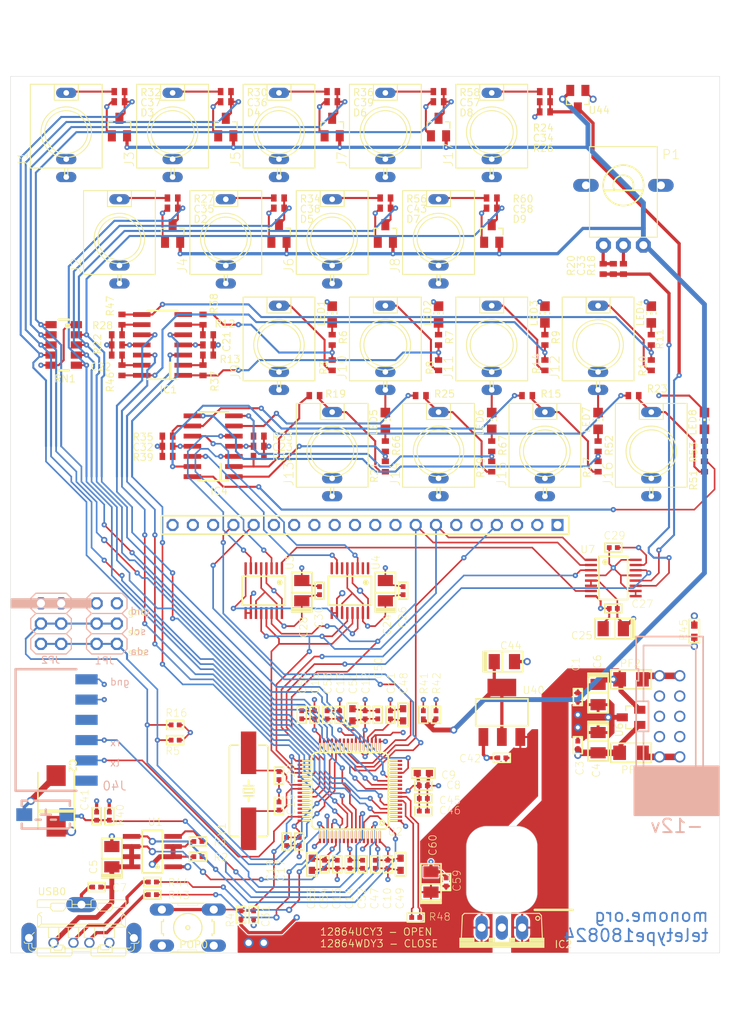
<source format=kicad_pcb>
(kicad_pcb (version 20240108) (generator "pcbnew") (generator_version "8.0")
  (layers (0 "F.Cu" signal) (1 "In1.Cu" signal) (2 "In2.Cu" signal) (31 "B.Cu" signal) (34 "B.Paste" user) (35 "F.Paste" user) (36 "B.SilkS" user "B.Silkscreen") (37 "F.SilkS" user "F.Silkscreen") (38 "B.Mask" user) (39 "F.Mask" user) (44 "Edge.Cuts" user))
  (net 0 "")
  (net 1 "GND")
  (net 2 "VDDIO")
  (net 3 "VDDOUT")
  (net 4 "VDDIN")
  (net 5 "N$109")
  (net 6 "N$14")
  (net 7 "VBUS")
  (net 8 "USB-OC")
  (net 9 "USB-VBOF")
  (net 10 "+5V")
  (net 11 "DM")
  (net 12 "DP")
  (net 13 "MISO")
  (net 14 "MOSI")
  (net 15 "SCL")
  (net 16 "SDA")
  (net 17 "+3V3")
  (net 18 "RESET")
  (net 19 "NMI")
  (net 20 "SCK")
  (net 21 "TX")
  (net 22 "B08")
  (net 23 "RX")
  (net 24 "+12V")
  (net 25 "-12V")
  (net 26 "CS1")
  (net 27 "CS0")
  (net 28 "N$1")
  (net 29 "N$2")
  (net 30 "CV-IN0")
  (net 31 "CV-IN1")
  (net 32 "CV-OUT0")
  (net 33 "CV-OUT1")
  (net 34 "CV-OUT2")
  (net 35 "CV-OUT3")
  (net 36 "B09")
  (net 37 "B10")
  (net 38 "B11")
  (net 39 "AGND")
  (net 40 "N$4")
  (net 41 "VREF")
  (net 42 "N$3")
  (net 43 "N$5")
  (net 44 "N$6")
  (net 45 "N$7")
  (net 46 "N$8")
  (net 47 "N$9")
  (net 48 "N$10")
  (net 49 "N$11")
  (net 50 "N$32")
  (net 51 "N$34")
  (net 52 "N$67")
  (net 53 "N$68")
  (net 54 "N$70")
  (net 55 "N$71")
  (net 56 "N$13")
  (net 57 "N$15")
  (net 58 "N$38")
  (net 59 "N$16")
  (net 60 "N$24")
  (net 61 "N$21")
  (net 62 "N$22")
  (net 63 "N$23")
  (net 64 "N$28")
  (net 65 "N$29")
  (net 66 "N$30")
  (net 67 "N$33")
  (net 68 "N$35")
  (net 69 "N$36")
  (net 70 "N$37")
  (net 71 "N$39")
  (net 72 "N$40")
  (net 73 "N$43")
  (net 74 "N$44")
  (net 75 "RG5")
  (net 76 "RG6")
  (net 77 "RG7")
  (net 78 "RG8")
  (net 79 "RG4")
  (net 80 "RG3")
  (net 81 "RG2")
  (net 82 "RG1")
  (net 83 "OLED-DC")
  (net 84 "OLED-RES")
  (net 85 "CS2")
  (net 86 "A00")
  (net 87 "A01")
  (net 88 "A02")
  (net 89 "A03")
  (net 90 "A04")
  (net 91 "A05")
  (net 92 "A06")
  (net 93 "A07")
  (net 94 "+IN")
  (net 95 "-IN")
  (net 96 "N$12")
  (net 97 "N$17")
  (net 98 "N$18")
  (footprint "teletype-180824:C0402" (layer "F.Cu") (at 140.5636 130.0861 -90)
    (property "Reference" "C56")
    (property "Value" "100n")
  )
  (footprint "teletype-180824:WQP-PJ301M-12_JACK" (layer "F.Cu") (at 171.0436 97.0661)
    (property "Reference" "J15")
    (property "Value" "WQP-PJ301M-12_JACK" (hide yes))
  )
  (footprint "teletype-180824:R0603" (layer "F.Cu") (at 189.7761 119.6086 -90)
    (property "Reference" "R45")
    (property "Value" "0")
  )
  (footprint "teletype-180824:SOT23" (layer "F.Cu") (at 181.8386 130.4036 90)
    (property "Reference" "U6")
    (property "Value" "BAS70-04")
  )
  (footprint "teletype-180824:WQP-PJ301M-12_JACK" (layer "F.Cu") (at 144.3736 70.3961)
    (property "Reference" "J6")
    (property "Value" "WQP-PJ301M-12_JACK" (hide yes))
  )
  (footprint "teletype-180824:R0402" (layer "F.Cu") (at 177.7111 96.4311 90)
    (property "Reference" "R52")
    (property "Value" "20k")
  )
  (footprint "teletype-180824:C0402" (layer "F.Cu") (at 151.0411 66.5861 180)
    (property "Reference" "C43")
    (property "Value" "1n")
  )
  (footprint "teletype-180824:R0402" (layer "F.Cu") (at 117.7036 51.9811)
    (property "Reference" "R32")
    (property "Value" "30k")
  )
  (footprint "teletype-180824:C0402" (layer "F.Cu") (at 153.2636 114.5286 -90)
    (property "Reference" "C26")
    (property "Value" "100n")
  )
  (footprint "teletype-180824:TO220V" (layer "F.Cu") (at 165.6461 159.2961 180)
    (property "Reference" "IC2")
    (property "Value" "OKI-78SR")
  )
  (footprint "teletype-180824:TSSOP16" (layer "F.Cu") (at 135.8011 114.5286 180)
    (property "Reference" "U3")
    (property "Value" "AD5687R")
  )
  (footprint "teletype-180824:R0402" (layer "F.Cu") (at 191.0461 98.9711 -90)
    (property "Reference" "R51")
    (property "Value" "1k")
  )
  (footprint "teletype-180824:C0402" (layer "F.Cu") (at 144.3736 53.2511 180)
    (property "Reference" "C39")
    (property "Value" "1n")
  )
  (footprint "teletype-180824:SOT23" (layer "F.Cu") (at 137.7061 69.7611)
    (property "Reference" "D5")
    (property "Value" "BAS70-04")
  )
  (footprint "teletype-180824:C1206_T" (layer "F.Cu") (at 179.6161 119.2911)
    (property "Reference" "C25")
    (property "Value" "10u")
  )
  (footprint "teletype-180824:C0402" (layer "F.Cu") (at 148.5011 130.0861 -90)
    (property "Reference" "C12")
    (property "Value" "33n")
  )
  (footprint "teletype-180824:R0402" (layer "F.Cu") (at 182.1561 90.0811)
    (property "Reference" "R23")
    (property "Value" "30k")
  )
  (footprint "teletype-180824:WQP-PJ301M-12_JACK" (layer "F.Cu") (at 137.7061 83.7311)
    (property "Reference" "J9")
    (property "Value" "WQP-PJ301M-12_JACK" (hide yes))
  )
  (footprint "teletype-180824:C0402" (layer "F.Cu") (at 124.3711 66.5861 180)
    (property "Reference" "C35")
    (property "Value" "1n")
  )
  (footprint "teletype-180824:C0402" (layer "F.Cu") (at 142.7861 114.5286 -90)
    (property "Reference" "C30")
    (property "Value" "100n")
  )
  (footprint "teletype-180824:R0402" (layer "F.Cu") (at 164.3761 96.4311 90)
    (property "Reference" "R67")
    (property "Value" "20k")
  )
  (footprint "teletype-180824:C0402" (layer "F.Cu") (at 158.6611 151.0411 -90)
    (property "Reference" "C59")
    (property "Value" "100n")
  )
  (footprint "teletype-180824:WQP-PJ301M-12_JACK" (layer "F.Cu") (at 151.0411 57.0611)
    (property "Reference" "J7")
    (property "Value" "WQP-PJ301M-12_JACK" (hide yes))
  )
  (footprint "teletype-180824:C0402" (layer "F.Cu") (at 142.1511 130.0861 -90)
    (property "Reference" "C16")
    (property "Value" "33n")
  )
  (footprint "teletype-180824:CHIP-LED0805" (layer "F.Cu") (at 157.7086 79.9211)
    (property "Reference" "LED2")
    (property "Value" "OR")
  )
  (footprint "teletype-180824:SOT23" (layer "F.Cu") (at 164.3761 69.7611)
    (property "Reference" "D9")
    (property "Value" "BAS70-04")
  )
  (footprint "teletype-180824:R0402" (layer "F.Cu") (at 164.3761 65.3161)
    (property "Reference" "R60")
    (property "Value" "30k")
  )
  (footprint "teletype-180824:R0402" (layer "F.Cu") (at 135.1661 97.7011 180)
    (property "Reference" "R31")
    (property "Value" "10k")
  )
  (footprint "teletype-180824:C0402" (layer "F.Cu") (at 157.7086 53.2511 180)
    (property "Reference" "C57")
    (property "Value" "1n")
  )
  (footprint "teletype-180824:SO08" (layer "F.Cu") (at 121.8311 147.2311 90)
    (property "Reference" "U1")
    (property "Value" "TPS2021")
  )
  (footprint "teletype-180824:OLED-ALEPH" (layer "F.Cu") (at 148.5011 127.5461)
    (property "Reference" "U$1" (hide yes))
    (property "Value" "OLED128X64")
  )
  (footprint "teletype-180824:R0402" (layer "F.Cu") (at 128.1811 86.9061 -90)
    (property "Reference" "R37")
    (property "Value" "20k")
  )
  (footprint "teletype-180824:C0402" (layer "F.Cu") (at 114.8461 151.6761)
    (property "Reference" "C7")
    (property "Value" "100n")
  )
  (footprint "teletype-180824:R0402" (layer "F.Cu") (at 171.0436 86.2711 -90)
    (property "Reference" "R14")
    (property "Value" "1k")
  )
  (footprint "teletype-180824:TSSOP16" (layer "F.Cu") (at 179.6161 112.9411 -90)
    (property "Reference" "U7")
    (property "Value" "AD7923")
  )
  (footprint "teletype-180824:F1206" (layer "F.Cu") (at 181.8386 125.6411 180)
    (property "Reference" "PF2")
    (property "Value" "PTC-F0805-15V")
  )
  (footprint "teletype-180824:C0402" (layer "F.Cu") (at 175.1711 133.8961 -90)
    (property "Reference" "C1")
    (property "Value" "100n")
  )
  (footprint "teletype-180824:R0402" (layer "F.Cu") (at 118.0211 86.9061 -90)
    (property "Reference" "R46")
    (property "Value" "20k")
  )
  (footprint "teletype-180824:C0603" (layer "F.Cu") (at 153.2636 130.0861 -90)
    (property "Reference" "C48")
    (property "Value" "2.2u")
  )
  (footprint "teletype-180824:C0402" (layer "F.Cu") (at 143.7386 130.0861 -90)
    (property "Reference" "C53")
    (property "Value" "33n")
  )
  (footprint "teletype-180824:C1206_T" (layer "F.Cu") (at 156.7561 151.0411 -90)
    (property "Reference" "C60")
    (property "Value" "10u")
  )
  (footprint "teletype-180824:WQP-PJ301M-12_JACK" (layer "F.Cu") (at 117.7036 70.3961)
    (property "Reference" "J2")
    (property "Value" "WQP-PJ301M-12_JACK" (hide yes))
  )
  (footprint "teletype-180824:WQP-PJ301M-12_JACK" (layer "F.Cu") (at 151.0411 83.7311)
    (property "Reference" "J10")
    (property "Value" "WQP-PJ301M-12_JACK" (hide yes))
  )
  (footprint "teletype-180824:C7343-43" (layer "F.Cu") (at 109.7661 140.8811 -90)
    (property "Reference" "C2")
    (property "Value" "220u")
  )
  (footprint "teletype-180824:R0402" (layer "F.Cu") (at 117.3861 82.4611)
    (property "Reference" "R28")
    (property "Value" "10k")
  )
  (footprint "teletype-180824:R0402" (layer "F.Cu") (at 168.8211 90.0811)
    (property "Reference" "R15")
    (property "Value" "30k")
  )
  (footprint "teletype-180824:R0402" (layer "F.Cu") (at 142.1511 90.0811)
    (property "Reference" "R19")
    (property "Value" "30k")
  )
  (footprint "teletype-180824:SOT23" (layer "F.Cu") (at 151.0411 69.7611)
    (property "Reference" "D7")
    (property "Value" "BAS70-04")
  )
  (footprint "teletype-180824:C0402" (layer "F.Cu") (at 128.8161 83.7311)
    (property "Reference" "C21")
    (property "Value" "100n")
  )
  (footprint "teletype-180824:CHIP-LED0805" (layer "F.Cu") (at 184.3786 79.9211)
    (property "Reference" "LED4")
    (property "Value" "OR")
  )
  (footprint "teletype-180824:SOT223" (layer "F.Cu") (at 165.6461 129.7686)
    (property "Reference" "U40")
    (property "Value" "ADP3339")
  )
  (footprint "teletype-180824:C0402" (layer "F.Cu") (at 171.0436 53.2511 180)
    (property "Reference" "C34")
    (property "Value" "1n")
  )
  (footprint "teletype-180824:R0402" (layer "F.Cu") (at 184.3786 86.2711 -90)
    (property "Reference" "R10")
    (property "Value" "1k")
  )
  (footprint "teletype-180824:C0402" (layer "F.Cu") (at 175.1711 127.8636 90)
    (property "Reference" "C3")
    (property "Value" "100n")
  )
  (footprint "teletype-180824:R0402" (layer "F.Cu") (at 117.3861 85.0011)
    (property "Reference" "R22")
    (property "Value" "10k")
  )
  (footprint "teletype-180824:C0402" (layer "F.Cu") (at 114.8461 142.7861 90)
    (property "Reference" "C41")
    (property "Value" "100n")
  )
  (footprint "teletype-180824:SWITCH-OMRON_B3F-10XX" (layer "F.Cu") (at 126.2761 156.7561)
    (property "Reference" "POP0")
    (property "Value" "")
  )
  (footprint "teletype-180824:C0402" (layer "F.Cu") (at 165.6461 135.4836)
    (property "Reference" "C42")
    (property "Value" "100n")
  )
  (footprint "teletype-180824:R0402" (layer "F.Cu") (at 155.4861 90.0811)
    (property "Reference" "R25")
    (property "Value" "30k")
  )
  (footprint "teletype-180824:WQP-PJ301M-12_JACK" (layer "F.Cu") (at 124.3711 57.0611)
    (property "Reference" "J3")
    (property "Value" "WQP-PJ301M-12_JACK" (hide yes))
  )
  (footprint "teletype-180824:C0402" (layer "F.Cu") (at 140.2461 145.9611 90)
    (property "Reference" "C17")
    (property "Value" "33n")
  )
  (footprint "teletype-180824:C0402" (layer "F.Cu") (at 135.1661 96.4311)
    (property "Reference" "C23")
    (property "Value" "100n")
  )
  (footprint "teletype-180824:R0402" (layer "F.Cu") (at 128.8161 85.0011 180)
    (property "Reference" "R13")
    (property "Value" "10k")
  )
  (footprint "teletype-180824:TQFP64-10X10" (layer "F.Cu") (at 146.5961 139.6111 180)
    (property "Reference" "U2")
    (property "Value" "AT32UC3B064/0128/0256")
  )
  (footprint "teletype-180824:WQP-PJ301M-12_JACK" (layer "F.Cu") (at 164.3761 57.0611)
    (property "Reference" "J17")
    (property "Value" "WQP-PJ301M-12_JACK" (hide yes))
  )
  (footprint "teletype-180824:SO14" (layer "F.Cu") (at 123.1011 83.7311 90)
    (property "Reference" "IC1")
    (property "Value" "TL074")
  )
  (footprint "teletype-180824:C0402" (layer "F.Cu") (at 146.5961 148.8186 90)
    (property "Reference" "C14")
    (property "Value" "2.7n")
  )
  (footprint "teletype-180824:C0402" (layer "F.Cu") (at 145.0086 148.8186 90)
    (property "Reference" "C15")
    (property "Value" "2.7n")
  )
  (footprint "teletype-180824:R0402" (layer "F.Cu") (at 132.9436 155.1686 -90)
    (property "Reference" "R4")
    (property "Value" "10k")
  )
  (footprint "teletype-180824:R0402" (layer "F.Cu") (at 144.3736 86.2711 -90)
    (property "Reference" "R3")
    (property "Value" "1k")
  )
  (footprint "teletype-180824:SOT23" (layer "F.Cu") (at 157.7086 56.4261)
    (property "Reference" "D8")
    (property "Value" "BAS70-04")
  )
  (footprint "teletype-180824:C0402" (layer "F.Cu") (at 137.7061 66.5861 180)
    (property "Reference" "C38")
    (property "Value" "1n")
  )
  (footprint "teletype-180824:SO14" (layer "F.Cu") (at 129.4511 96.4311 90)
    (property "Reference" "IC4")
    (property "Value" "OPA4171")
  )
  (footprint "teletype-180824:CHIP-LED0805" (layer "F.Cu") (at 177.7111 93.2561)
    (property "Reference" "LED7")
    (property "Value" "W")
  )
  (footprint "teletype-180824:R0402" (layer "F.Cu") (at 124.3711 65.3161)
    (property "Reference" "R27")
    (property "Value" "30k")
  )
  (footprint "teletype-180824:CHIP-LED0805" (layer "F.Cu") (at 164.3761 93.2561)
    (property "Reference" "LED6")
    (property "Value" "W")
  )
  (footprint "teletype-180824:R0402" (layer "F.Cu") (at 151.0411 65.3161)
    (property "Reference" "R56")
    (property "Value" "30k")
  )
  (footprint "teletype-180824:R0402" (layer "F.Cu") (at 127.5461 147.8661 180)
    (property "Reference" "R2")
    (property "Value" "47k")
  )
  (footprint "teletype-180824:C0402" (layer "F.Cu") (at 155.8036 138.9761 180)
    (property "Reference" "C8")
    (property "Value" "2.7n")
  )
  (footprint "teletype-180824:R0402" (layer "F.Cu") (at 123.7361 97.7011)
    (property "Reference" "R39")
    (property "Value" "10k")
  )
  (footprint "teletype-180824:R0402" (layer "F.Cu") (at 154.8511 155.4861)
    (property "Reference" "R48")
    (property "Value" "0")
  )
  (footprint "teletype-180824:CHIP-LED0805" (layer "F.Cu") (at 144.3736 79.9211)
    (property "Reference" "LED1")
    (property "Value" "OR")
  )
  (footprint "teletype-180824:SOT23" (layer "F.Cu") (at 117.7036 56.4261)
    (property "Reference" "D3")
    (property "Value" "BAS70-04")
  )
  (footprint "teletype-180824:C0402" (layer "F.Cu") (at 149.7711 148.8186 90)
    (property "Reference" "C47")
    (property "Value" "100n")
  )
  (footprint "teletype-180824:R0402" (layer "F.Cu") (at 144.3736 83.0961 90)
    (property "Reference" "R6")
    (property "Value" "10k")
  )
  (footprint "teletype-180824:R0402" (layer "F.Cu") (at 164.3761 98.9711 -90)
    (property "Reference" "R29")
    (property "Value" "1k")
  )
  (footprint "teletype-180824:R0402" (layer "F.Cu") (at 124.6886 133.2611)
    (property "Reference" "R5")
    (property "Value" "2k")
  )
  (footprint "teletype-180824:SHAPES_POT-ALPS_ALPS_POT_VERTICAL_PS" (layer "F.Cu") (at 180.8861 63.7286 180)
    (property "Reference" "P1")
    (property "Value" "10k" (hide yes))
  )
  (footprint "teletype-180824:TSSOP16" (layer "F.Cu") (at 146.5961 114.5286 180)
    (property "Reference" "U4")
    (property "Value" "AD5687R")
  )
  (footprint "teletype-180824:C1206_T" (layer "F.Cu") (at 165.9636 123.4186 180)
    (property "Reference" "C44")
    (property "Value" "10u")
  )
  (footprint "teletype-180824:C0402" (layer "F.Cu") (at 179.6161 74.2061 90)
    (property "Reference" "C33")
    (property "Value" "33n")
  )
  (footprint "teletype-180824:WQP-PJ301M-12_JACK" (layer "F.Cu") (at 184.3786 97.0661)
    (property "Reference" "J16")
    (property "Value" "WQP-PJ301M-12_JACK" (hide yes))
  )
  (footprint "teletype-180824:C0402" (layer "F.Cu") (at 137.7061 137.7061 90)
    (property "Reference" "C20")
    (property "Value" "22p")
  )
  (footprint "teletype-180824:R0402" (layer "F.Cu") (at 191.0461 96.4311 90)
    (property "Reference" "R53")
    (property "Value" "20k")
  )
  (footprint "teletype-180824:R0402" (layer "F.Cu") (at 127.5461 145.9611 180)
    (property "Reference" "R1")
    (property "Value" "47k")
  )
  (footprint "teletype-180824:C0603" (layer "F.Cu") (at 141.8336 148.8186 90)
    (property "Reference" "C55")
    (property "Value" "2.2u")
  )
  (footprint "teletype-180824:C0402" (layer "F.Cu") (at 155.8036 142.1511 180)
    (property "Reference" "C46")
    (property "Value" "100n")
  )
  (footprint "teletype-180824:R0402" (layer "F.Cu") (at 124.6886 131.3561)
    (property "Reference" "R16")
    (property "Value" "2k")
  )
  (footprint "teletype-180824:R0402" (layer "F.Cu") (at 178.3461 74.2061 90)
    (property "Reference" "R20")
    (property "Value" "31k6")
  )
  (footprint "teletype-180824:C0402" (layer "F.Cu") (at 138.6586 145.9611 90)
    (property "Reference" "C18")
    (property "Value" "100n")
  )
  (footprint "teletype-180824:R0402" (layer "F.Cu") (at 121.8311 151.0411 180)
    (property "Reference" "R44")
    (property "Value" "39")
  )
  (footprint "teletype-180824:R0402" (layer "F.Cu") (at 144.3736 51.9811)
    (property "Reference" "R36")
    (property "Value" "30k")
  )
  (footprint "teletype-180824:R0402" (layer "F.Cu") (at 171.0436 54.5211)
    (property "Reference" "R26")
    (property "Value" "10k")
  )
  (footprint "teletype-180824:WQP-PJ301M-12_JACK" (layer "F.Cu") (at 157.7086 97.0661)
    (property "Reference" "J14")
    (property "Value" "WQP-PJ301M-12_JACK" (hide yes))
  )
  (footprint "teletype-180824:C0402" (layer "F.Cu") (at 155.8036 140.5636 180)
    (property "Reference" "C45")
    (property "Value" "33n")
  )
  (footprint "teletype-180824:WQP-PJ301M-12_JACK" (layer "F.Cu") (at 144.3736 97.0661)
    (property "Reference" "J13")
    (property "Value" "WQP-PJ301M-12_JACK" (hide yes))
  )
  (footprint "teletype-180824:MNR35" (layer "F.Cu") (at 110.7186 83.7311 -90)
    (property "Reference" "RN1")
    (property "Value" "47k")
  )
  (footprint "teletype-180824:R0402" (layer "F.Cu") (at 116.4336 142.7861 90)
    (property "Reference" "R40")
    (property "Value" "10k")
  )
  (footprint "teletype-180824:R0402" (layer "F.Cu") (at 137.7061 65.3161)
    (property "Reference" "R34")
    (property "Value" "30k")
  )
  (footprint "teletype-180824:WQP-PJ301M-12_JACK" (layer "F.Cu") (at 177.7111 83.7311)
    (property "Reference" "J12")
    (property "Value" "WQP-PJ301M-12_JACK" (hide yes))
  )
  (footprint "teletype-180824:SOT23" (layer "F.Cu") (at 131.0386 56.4261)
    (property "Reference" "D4")
    (property "Value" "BAS70-04")
  )
  (footprint "teletype-180824:C0402" (layer "F.Cu") (at 179.6161 109.1311)
    (property "Reference" "C29")
    (property "Value" "100n")
  )
  (footprint "teletype-180824:R0402" (layer "F.Cu") (at 121.8311 152.6286 180)
    (property "Reference" "R43")
    (property "Value" "39")
  )
  (footprint "teletype-180824:CHIP-LED0805" (layer "F.Cu") (at 191.0461 93.2561)
    (property "Reference" "LED8")
    (property "Value" "W")
  )
  (footprint "teletype-180824:C0402" (layer "F.Cu") (at 143.4211 148.8186 90)
    (property "Reference" "C54")
    (property "Value" "33n")
  )
  (footprint "teletype-180824:SHAPES_PONY_MOLEX-USB" (layer "F.Cu") (at 112.9411 156.7561)
    (property "Reference" "USB0")
    (property "Value" "SHAPES_PONY_MOLEX-USB-VERT")
  )
  (footprint "teletype-180824:SOT23" (layer "F.Cu") (at 175.1711 52.9336 180)
    (property "Reference" "U44")
    (property "Value" "BAS70-04")
  )
  (footprint "teletype-180824:R0402" (layer "F.Cu") (at 157.7086 83.0961 90)
    (property "Reference" "R7")
    (property "Value" "10k")
  )
  (footprint "teletype-180824:CHIP-LED0805" (layer "F.Cu") (at 171.0436 79.9211)
    (property "Reference" "LED3")
    (property "Value" "OR")
  )
  (footprint "teletype-180824:R0402" (layer "F.Cu") (at 180.8861 74.2061 -90)
    (property "Reference" "R18")
    (property "Value" "10k")
  )
  (footprint "teletype-180824:C0402" (layer "F.Cu") (at 134.5311 155.1686 -90)
    (property "Reference" "C31")
    (property "Value" "100n")
  )
  (footprint "teletype-180824:C0402" (layer "F.Cu") (at 150.0886 130.0861 -90)
    (property "Reference" "C50")
    (property "Value" "100n")
  )
  (footprint "teletype-180824:WQP-PJ301M-12_JACK" (layer "F.Cu") (at 137.7061 57.0611)
    (property "Reference" "J5")
    (property "Value" "WQP-PJ301M-12_JACK" (hide yes))
  )
  (footprint "teletype-180824:C1206_T" (layer "F.Cu") (at 151.0411 114.5286 -90)
    (property "Reference" "C24")
    (property "Value" "10u")
  )
  (footprint "teletype-180824:R0402" (layer "F.Cu") (at 177.7111 98.9711 -90)
    (property "Reference" "R17")
    (property "Value" "1k")
  )
  (footprint "teletype-180824:SOT23" (layer "F.Cu") (at 124.3711 69.7611)
    (property "Reference" "D2")
    (property "Value" "BAS70-04")
  )
  (footprint "teletype-180824:CHIP-LED0805" (layer "F.Cu") (at 151.0411 93.2561)
    (property "Reference" "LED5")
    (property "Value" "W")
  )
  (footprint "teletype-180824:WQP-PJ301M-12_JACK" (layer "F.Cu") (at 131.0386 70.3961)
    (property "Reference" "J4")
    (property "Value" "WQP-PJ301M-12_JACK" (hide yes))
  )
  (footprint "teletype-180824:C0402" (layer "F.Cu") (at 131.0386 53.2511 180)
    (property "Reference" "C36")
    (property "Value" "1n")
  )
  (footprint "teletype-180824:C0603" (layer "F.Cu") (at 146.9136 130.0861 -90)
    (property "Reference" "C51")
    (property "Value" "4.7u")
  )
  (footprint "teletype-180824:R0402" (layer "F.Cu") (at 128.8161 82.4611 180)
    (property "Reference" "R12")
    (property "Value" "10k")
  )
  (footprint "teletype-180824:R0402" (layer "F.Cu") (at 131.0386 51.9811)
    (property "Reference" "R30")
    (property "Value" "30k")
  )
  (footprint "teletype-180824:R0402" (layer "F.Cu") (at 157.3911 130.0861 -90)
    (property "Reference" "R42")
    (property "Value" "0")
  )
  (footprint "teletype-180824:C1206_T" (layer "F.Cu") (at 177.7111 133.5786 90)
    (property "Reference" "C4")
    (property "Value" "10u")
  )
  (footprint "teletype-180824:R0402" (layer "F.Cu") (at 184.3786 83.0961 90)
    (property "Reference" "R11")
    (property "Value" "10k")
  )
  (footprint "teletype-180824:C0402" (layer "F.Cu") (at 137.7061 141.5161 -90)
    (property "Reference" "C19")
    (property "Value" "22p")
  )
  (footprint "teletype-180824:R0402" (layer "F.Cu") (at 128.1811 80.5561 90)
    (property "Reference" "R38")
    (property "Value" "20k")
  )
  (footprint "teletype-180824:WQP-PJ301M-12_JACK" (layer "F.Cu") (at 157.7086 70.3961)
    (property "Reference" "J8")
    (property "Value" "WQP-PJ301M-12_JACK" (hide yes))
  )
  (footprint "teletype-180824:C0402" (layer "F.Cu") (at 117.7036 53.2511 180)
    (property "Reference" "C37")
    (property "Value" "1n")
  )
  (footprint "teletype-180824:R0402" (layer "F.Cu") (at 118.0211 80.5561 90)
    (property "Reference" "R47")
    (property "Value" "20k")
  )
  (footprint "teletype-180824:C0603" (layer "F.Cu") (at 155.8036 137.3886 180)
    (property "Reference" "C9")
    (property "Value" "2.2u")
  )
  (footprint "teletype-180824:R0402" (layer "F.Cu") (at 151.0411 96.4311 90)
    (property "Reference" "R66")
    (property "Value" "20k")
  )
  (footprint "teletype-180824:C0402" (layer "F.Cu") (at 179.6161 116.7511)
    (property "Reference" "C27")
    (property "Value" "100n")
  )
  (footprint "teletype-180824:C0402" (layer "F.Cu") (at 117.3861 83.7311)
    (property "Reference" "C22")
    (property "Value" "100n")
  )
  (footprint "teletype-180824:C1206_T" (layer "F.Cu") (at 116.7511 147.8661 -90)
    (property "Reference" "C5")
    (property "Value" "4.7u")
  )
  (footprint "teletype-180824:C0402" (layer "F.Cu") (at 151.6761 130.0861 -90)
    (property "Reference" "C11")
    (property "Value" "470p")
  )
  (footprint "teletype-180824:C1206_T" (layer "F.Cu") (at 177.7111 127.5461 90)
    (property "Reference" "C6")
    (property "Value" "10u")
  )
  (footprint "teletype-180824:WQP-PJ301M-12_JACK" (layer "F.Cu") (at 164.3761 83.7311)
    (property "Reference" "J11")
    (property "Value" "WQP-PJ301M-12_JACK" (hide yes))
  )
  (footprint "teletype-180824:R0402" (layer "F.Cu") (at 171.0436 51.9811)
    (property "Reference" "R24")
    (property "Value" "30k")
  )
  (footprint "teletype-180824:R0402" (layer "F.Cu") (at 151.0411 98.9711 -90)
    (property "Reference" "R21")
    (property "Value" "1k")
  )
  (footprint "teletype-180824:C0402" (layer "F.Cu") (at 123.7361 96.4311)
    (property "Reference" "C32")
    (property "Value" "100n")
  )
  (footprint "teletype-180824:SOT23" (layer "F.Cu") (at 144.3736 56.4261)
    (property "Reference" "D6")
    (property "Value" "BAS70-04")
  )
  (footprint "teletype-180824:C0603" (layer "F.Cu") (at 152.9461 148.8186 90)
    (property "Reference" "C49")
    (property "Value" "4.7u")
  )
  (footprint "teletype-180824:WQP-PJ301M-12_JACK" (layer "F.Cu") (at 111.0361 57.0611)
    (property "Reference" "J1")
    (property "Value" "WQP-PJ301M-12_JACK" (hide yes))
  )
  (footprint "teletype-180824:C0402" (layer "F.Cu") (at 151.3586 148.8186 90)
    (property "Reference" "C10")
    (property "Value" "33n")
  )
  (footprint "teletype-180824:HC49UP" (layer "F.Cu") (at 133.8961 139.6111 90)
    (property "Reference" "Y1")
    (property "Value" "12mhz")
  )
  (footprint "teletype-180824:R0402" (layer "F.Cu") (at 123.7361 95.1611)
    (property "Reference" "R35")
    (property "Value" "10k")
  )
  (footprint "teletype-180824:R0402" (layer "F.Cu") (at 155.8036 130.0861 -90)
    (property "Reference" "R41")
    (property "Value" "0")
  )
  (footprint "teletype-180824:R0402" (layer "F.Cu") (at 157.7086 51.9811)
    (property "Reference" "R58")
    (property "Value" "30k")
  )
  (footprint "teletype-180824:C1206_T" (layer "F.Cu") (at 140.5636 114.5286 -90)
    (property "Reference" "C28")
    (property "Value" "10u")
  )
  (footprint "teletype-180824:R0402" (layer "F.Cu") (at 171.0436 83.0961 90)
    (property "Reference" "R9")
    (property "Value" "10k")
  )
  (footprint "teletype-180824:R0402" (layer "F.Cu") (at 135.1661 95.1611 180)
    (property "Reference" "R33")
    (property "Value" "10k")
  )
  (footprint "teletype-180824:C0402" (layer "F.Cu") (at 145.3261 130.0861 -90)
    (property "Reference" "C13")
    (property "Value" "2.7n")
  )
  (footprint "teletype-180824:F1206" (layer "F.Cu") (at 181.8386 134.8486 180)
    (property "Reference" "PF1")
    (property "Value" "PTC-F0805-15V")
  )
  (footprint "teletype-180824:C0402" (layer "F.Cu") (at 164.3761 66.5861 180)
    (property "Reference" "C58")
    (property "Value" "1n")
  )
  (footprint "teletype-180824:R0402" (layer "F.Cu") (at 157.7086 86.2711 -90)
    (property "Reference" "R8")
    (property "Value" "1k")
  )
  (footprint "teletype-180824:C0402" (layer "F.Cu") (at 148.1836 148.8186 90)
    (property "Reference" "C52")
    (property "Value" "33n")
  )
  (footprint "teletype-180824:PAK100_2500-10" (layer "B.Cu") (at 186.6786 130.2786 90)
    (property "Reference" "X1")
    (property "Value" "2510-")
  )
  (footprint "teletype-180824:PANASONIC-EVQ" (layer "B.Cu") (at 108.471968 142.598141 180)
    (property "Reference" "SW40" (hide yes))
    (property "Value" "PANASONIC-EVQ" (hide yes))
  )
  (footprint "teletype-180824:ISP-ROW" (layer "B.Cu") (at 113.5761 131.9911 -90)
    (property "Reference" "J40")
    (property "Value" "ISP-ROW" (hide yes))
  )
  (footprint "teletype-180824:2X03" (layer "B.Cu") (at 116.1161 118.6561 90)
    (property "Reference" "JP1")
    (property "Value" "")
  )
  (footprint "teletype-180824:2X03" (layer "B.Cu") (at 109.1311 118.6561 90)
    (property "Reference" "JP2")
    (property "Value" "")
  )
  (gr_line (start 124.0536 87.8586) (end 124.0536 85.9536) (stroke (width 0.3048)) (layer "F.SilkS"))
  (gr_line (start 174.5361 154.5336) (end 169.7736 154.5336) (stroke (width 0.3048)) (layer "F.SilkS"))
  (gr_line (start 130.4036 100.5586) (end 130.4036 98.6536) (stroke (width 0.3048)) (layer "F.SilkS"))
  (gr_line (start 192.9511 159.9311) (end 192.9511 50.0761) (stroke (width 0.05)) (layer "Edge.Cuts"))
  (gr_line (start 170.0911 152.3111) (end 170.0911 146.5961) (stroke (width 0.05)) (layer "Edge.Cuts"))
  (gr_arc (start 167.5511 144.0561) (mid 169.347151 144.800049) (end 170.0911 146.5961) (stroke (width 0.05)) (layer "Edge.Cuts"))
  (gr_line (start 104.0511 50.0761) (end 104.0511 159.9311) (stroke (width 0.05)) (layer "Edge.Cuts"))
  (gr_line (start 104.0511 159.9311) (end 192.9511 159.9311) (stroke (width 0.05)) (layer "Edge.Cuts"))
  (gr_line (start 192.9511 50.0761) (end 104.0511 50.0761) (stroke (width 0.05)) (layer "Edge.Cuts"))
  (gr_line (start 163.7411 154.8511) (end 167.5511 154.8511) (stroke (width 0.05)) (layer "Edge.Cuts"))
  (gr_line (start 161.2011 146.5961) (end 161.2011 152.3111) (stroke (width 0.05)) (layer "Edge.Cuts"))
  (gr_line (start 167.5511 144.0561) (end 163.7411 144.0561) (stroke (width 0.05)) (layer "Edge.Cuts"))
  (gr_arc (start 163.7411 154.8511) (mid 161.945049 154.107151) (end 161.2011 152.3111) (stroke (width 0.05)) (layer "Edge.Cuts"))
  (gr_arc (start 170.0911 152.3111) (mid 169.347151 154.107151) (end 167.5511 154.8511) (stroke (width 0.05)) (layer "Edge.Cuts"))
  (gr_arc (start 161.2011 146.5961) (mid 161.945049 144.800049) (end 163.7411 144.0561) (stroke (width 0.05)) (layer "Edge.Cuts"))
  (gr_text "monome.org\nteletype180824" (at 191.6811 158.6611 0) (layer "B.Cu") (effects (font (size 1.56464 1.56464) (thickness 0.21336)) (justify left bottom mirror)))
  (gr_text "tx" (at 117.855226 136.640113 0) (layer "B.SilkS") (effects (font (size 0.89408 0.89408) (thickness 0.12192)) (justify left bottom mirror)))
  (gr_text "gnd" (at 119.047334 126.480113 0) (layer "B.SilkS") (effects (font (size 0.89408 0.89408) (thickness 0.12192)) (justify left bottom mirror)))
  (gr_text "rx" (at 117.897801 134.100113 0) (layer "B.SilkS") (effects (font (size 0.89408 0.89408) (thickness 0.12192)) (justify left bottom mirror)))
  (gr_text "gnd" (at 121.587334 117.590113 0) (layer "B.SilkS") (effects (font (size 0.89408 0.89408) (thickness 0.12192)) (justify left bottom mirror)))
  (gr_text "sda" (at 121.502183 122.670113 0) (layer "B.SilkS") (effects (font (size 0.89408 0.89408) (thickness 0.12192)) (justify left bottom mirror)))
  (gr_text "scl" (at 121.119005 120.130113 0) (layer "B.SilkS") (effects (font (size 0.89408 0.89408) (thickness 0.12192)) (justify left bottom mirror)))
  (gr_text "-12v" (at 191.0461 145.0086 0) (layer "B.SilkS") (effects (font (size 1.698752 1.698752) (thickness 0.231648)) (justify left bottom mirror)))
  (gr_text "sda" (at 118.6561 122.7836 0) (layer "F.SilkS") (effects (font (size 0.89408 0.89408) (thickness 0.12192)) (justify left bottom)))
  (gr_text "gnd" (at 118.6561 117.7036 0) (layer "F.SilkS") (effects (font (size 0.89408 0.89408) (thickness 0.12192)) (justify left bottom)))
  (gr_text "scl" (at 118.6561 120.2436 0) (layer "F.SilkS") (effects (font (size 0.89408 0.89408) (thickness 0.12192)) (justify left bottom)))
  (gr_text "12864UCY3 - OPEN\n12864WDY3 - CLOSE" (at 142.7861 159.2961 0) (layer "F.SilkS") (effects (font (size 0.9144 0.9144) (thickness 0.1016)) (justify left bottom)))
  (segment (start 157.6111 78.8711) (end 157.0736 78.3336) (width 0.254) (layer "F.Cu") (net 1))
  (segment (start 141.8336 149.5806) (end 143.4211 149.3266) (width 0.2032) (layer "F.Cu") (net 1))
  (segment (start 142.8461 145.9011) (end 142.1511 146.5961) (width 0.2032) (layer "F.Cu") (net 1))
  (segment (start 109.1311 86.2711) (end 107.8611 86.2711) (width 0.254) (layer "F.Cu") (net 1))
  (segment (start 191.0461 92.2061) (end 191.0461 91.9861) (width 0.254) (layer "F.Cu") (net 1))
  (segment (start 157.7086 78.8711) (end 157.6111 78.8711) (width 0.254) (layer "F.Cu") (net 1))
  (segment (start 143.7236 53.2511) (end 143.4211 53.2511) (width 0.254) (layer "F.Cu") (net 1))
  (segment (start 156.7561 53.2511) (end 156.1211 53.8861) (width 0.254) (layer "F.Cu") (net 1))
  (segment (start 109.1311 86.2711) (end 110.0836 86.2711) (width 0.254) (layer "F.Cu") (net 1))
  (segment (start 123.1011 70.5411) (end 123.4211 70.8611) (width 0.254) (layer "F.Cu") (net 1))
  (segment (start 152.3961 143.3611) (end 152.8861 143.3611) (width 0.2032) (layer "F.Cu") (net 1))
  (segment (start 170.8236 78.8711) (end 170.8236 78.7486) (width 0.254) (layer "F.Cu") (net 1))
  (segment (start 180.7386 130.4036) (end 178.9811 130.4036) (width 0.6096) (layer "F.Cu") (net 1))
  (segment (start 140.2461 146.4691) (end 138.6586 146.4691) (width 0.2032) (layer "F.Cu") (net 1))
  (segment (start 167.2336 123.4186) (end 168.8211 123.4186) (width 0.4064) (layer "F.Cu") (net 1))
  (segment (start 129.4511 56.8886) (end 130.0886 57.5261) (width 0.254) (layer "F.Cu") (net 1))
  (segment (start 144.1536 78.7486) (end 143.7386 78.3336) (width 0.254) (layer "F.Cu") (net 1))
  (segment (start 163.7261 66.6011) (end 163.1061 67.2211) (width 0.254) (layer "F.Cu") (net 1))
  (segment (start 158.0261 149.7711) (end 156.7561 149.7711) (width 0.4064) (layer "F.Cu") (net 1))
  (segment (start 109.7661 137.7061) (end 106.5911 140.8811) (width 0.8128) (layer "F.Cu") (net 1))
  (segment (start 116.7361 82.4611) (end 116.7361 83.7311) (width 0.254) (layer "F.Cu") (net 1))
  (segment (start 116.1161 56.8886) (end 116.7536 57.5261) (width 0.254) (layer "F.Cu") (net 1))
  (segment (start 147.2311 132.6261) (end 145.9611 132.6261) (width 0.2032) (layer "F.Cu") (net 1))
  (segment (start 157.0586 53.2511) (end 156.7561 53.2511) (width 0.254) (layer "F.Cu") (net 1))
  (segment (start 116.1161 53.8861) (end 116.1161 56.8886) (width 0.254) (layer "F.Cu") (net 1))
  (segment (start 156.3116 138.9761) (end 157.7086 138.9761) (width 0.2032) (layer "F.Cu") (net 1))
  (segment (start 137.7061 139.6111) (end 137.7061 138.2141) (width 0.2032) (layer "F.Cu") (net 1))
  (segment (start 147.3461 132.7411) (end 147.2311 132.6261) (width 0.2032) (layer "F.Cu") (net 1))
  (segment (start 129.4511 53.8861) (end 129.4511 56.8886) (width 0.254) (layer "F.Cu") (net 1))
  (segment (start 148.8461 145.4111) (end 148.8461 146.2511) (width 0.2032) (layer "F.Cu") (net 1))
  (segment (start 129.4661 82.4611) (end 129.4661 83.7311) (width 0.254) (layer "F.Cu") (net 1))
  (segment (start 148.5011 129.5781) (end 148.5011 128.1811) (width 0.2032) (layer "F.Cu") (net 1))
  (segment (start 149.7711 149.3266) (end 151.3586 149.3266) (width 0.2032) (layer "F.Cu") (net 1))
  (segment (start 135.8161 95.1611) (end 135.8161 96.4311) (width 0.254) (layer "F.Cu") (net 1))
  (segment (start 137.0561 66.6011) (end 136.4361 67.2211) (width 0.254) (layer "F.Cu") (net 1))
  (segment (start 144.3736 78.8711) (end 144.1536 78.8711) (width 0.254) (layer "F.Cu") (net 1))
  (segment (start 136.4361 67.2211) (end 136.4361 70.5411) (width 0.254) (layer "F.Cu") (net 1))
  (segment (start 163.1061 70.5411) (end 163.4261 70.8611) (width 0.254) (layer "F.Cu") (net 1))
  (segment (start 152.8861 143.3611) (end 153.5811 144.0561) (width 0.2032) (layer "F.Cu") (net 1))
  (segment (start 142.7861 53.8861) (end 142.7861 56.8886) (width 0.254) (layer "F.Cu") (net 1))
  (segment (start 163.7261 66.5861) (end 163.7261 66.6011) (width 0.254) (layer "F.Cu") (net 1))
  (segment (start 157.7086 78.8711) (end 157.4886 78.8711) (width 0.254) (layer "F.Cu") (net 1))
  (segment (start 184.1586 78.8711) (end 184.1586 78.7486) (width 0.254) (layer "F.Cu") (net 1))
  (segment (start 140.2461 146.4691) (end 140.2461 147.8661) (width 0.2032) (layer "F.Cu") (net 1))
  (segment (start 163.3347 135.0772) (end 163.7411 135.4836) (width 0.4064) (layer "F.Cu") (net 1))
  (segment (start 130.0861 53.2511) (end 129.4511 53.8861) (width 0.254) (layer "F.Cu") (net 1))
  (segment (start 110.7186 85.6361) (end 110.7186 81.8261) (width 0.254) (layer "F.Cu") (net 1))
  (segment (start 189.7761 120.3706) (end 189.7761 121.5136) (width 0.2032) (layer "F.Cu") (net 1))
  (segment (start 122.4661 96.4311) (end 123.0861 96.4311) (width 0.254) (layer "F.Cu") (net 1))
  (segment (start 158.6611 150.4061) (end 158.0261 149.7711) (width 0.4064) (layer "F.Cu") (net 1))
  (segment (start 129.4661 83.7311) (end 130.0861 83.7311) (width 0.254) (layer "F.Cu") (net 1))
  (segment (start 152.9461 149.5806) (end 151.3586 149.3266) (width 0.2032) (layer "F.Cu") (net 1))
  (segment (start 156.1211 53.8861) (end 156.1211 56.8886) (width 0.254) (layer "F.Cu") (net 1))
  (segment (start 143.4211 53.2511) (end 142.7861 53.8861) (width 0.254) (layer "F.Cu") (net 1))
  (segment (start 124.4311 149.1361) (end 126.2761 149.1361) (width 0.4064) (layer "F.Cu") (net 1))
  (segment (start 184.3786 78.8711) (end 184.1586 78.8711) (width 0.254) (layer "F.Cu") (net 1))
  (segment (start 145.0086 149.3266) (end 145.0086 150.7236) (width 0.2032) (layer "F.Cu") (net 1))
  (segment (start 145.9611 132.6261) (end 145.3261 131.9911) (width 0.2032) (layer "F.Cu") (net 1))
  (segment (start 129.4661 85.0011) (end 129.4661 83.7311) (width 0.254) (layer "F.Cu") (net 1))
  (segment (start 184.1586 78.7486) (end 183.7436 78.3336) (width 0.254) (layer "F.Cu") (net 1))
  (segment (start 123.1011 67.2211) (end 123.1011 70.5411) (width 0.254) (layer "F.Cu") (net 1))
  (segment (start 116.7361 83.7311) (end 116.1161 83.7311) (width 0.254) (layer "F.Cu") (net 1))
  (segment (start 111.3536 81.1911) (end 112.3061 81.1911) (width 0.254) (layer "F.Cu") (net 1))
  (segment (start 163.7411 135.4836) (end 165.1381 135.4836) (width 0.4064) (layer "F.Cu") (net 1))
  (segment (start 156.7561 149.7711) (end 156.7561 148.5011) (width 0.4064) (layer "F.Cu") (net 1))
  (segment (start 150.0886 129.5781) (end 148.5011 129.5781) (width 0.2032) (layer "F.Cu") (net 1))
  (segment (start 150.3461 133.8111) (end 150.4061 133.41985) (width 0.2032) (layer "F.Cu") (net 1))
  (segment (start 156.3116 142.1511) (end 156.3116 140.5636) (width 0.2032) (layer "F.Cu") (net 1))
  (segment (start 158.6611 150.5331) (end 158.6611 150.4061) (width 0.4064) (layer "F.Cu") (net 1))
  (segment (start 114.3381 151.6761) (end 113.8936 151.6761) (width 0.4064) (layer "F.Cu") (net 1))
  (segment (start 156.5656 137.3886) (end 156.3116 138.9761) (width 0.4064) (layer "F.Cu") (net 1))
  (segment (start 142.1511 129.5781) (end 142.1511 128.1811) (width 0.2032) (layer "F.Cu") (net 1))
  (segment (start 164.3761 92.2061) (end 164.3761 89.3611) (width 0.254) (layer "F.Cu") (net 1))
  (segment (start 146.5961 149.3266) (end 145.0086 149.3266) (width 0.2032) (layer "F.Cu") (net 1))
  (segment (start 156.3116 140.5636) (end 156.3116 138.9761) (width 0.2032) (layer "F.Cu") (net 1))
  (segment (start 116.7511 53.2511) (end 116.1161 53.8861) (width 0.254) (layer "F.Cu") (net 1))
  (segment (start 177.7111 92.2061) (end 177.7111 89.3611) (width 0.254) (layer "F.Cu") (net 1))
  (segment (start 135.8161 97.7011) (end 135.8161 96.4311) (width 0.254) (layer "F.Cu") (net 1))
  (segment (start 114.8461 142.2781) (end 114.8461 140.8811) (width 0.4064) (layer "F.Cu") (net 1))
  (segment (start 117.0536 53.2511) (end 116.7511 53.2511) (width 0.254) (layer "F.Cu") (net 1))
  (segment (start 113.8936 151.6761) (end 112.9411 152.6286) (width 0.4064) (layer "F.Cu") (net 1))
  (segment (start 191.0461 91.9861) (end 189.1411 90.0811) (width 0.254) (layer "F.Cu") (net 1))
  (segment (start 151.6761 129.5781) (end 151.6761 128.1811) (width 0.2032) (layer "F.Cu") (net 1))
  (segment (start 149.7711 67.2211) (end 149.7711 70.5411) (width 0.254) (layer "F.Cu") (net 1))
  (segment (start 116.7511 146.5961) (end 116.7511 145.3261) (width 0.4064) (layer "F.Cu") (net 1))
  (segment (start 146.9136 129.3241) (end 148.5011 129.5781) (width 0.2032) (layer "F.Cu") (net 1))
  (segment (start 145.3261 129.5781) (end 143.7386 129.5781) (width 0.2032) (layer "F.Cu") (net 1))
  (segment (start 156.1211 56.8886) (end 156.7586 57.5261) (width 0.254) (layer "F.Cu") (net 1))
  (segment (start 130.3886 53.2511) (end 130.0861 53.2511) (width 0.254) (layer "F.Cu") (net 1))
  (segment (start 171.0436 78.8711) (end 170.8236 78.8711) (width 0.254) (layer "F.Cu") (net 1))
  (segment (start 163.1061 67.2211) (end 163.1061 70.5411) (width 0.254) (layer "F.Cu") (net 1))
  (segment (start 137.7061 141.0081) (end 137.7061 139.6111) (width 0.2032) (layer "F.Cu") (net 1))
  (segment (start 170.8236 78.7486) (end 170.4086 78.3336) (width 0.254) (layer "F.Cu") (net 1))
  (segment (start 144.1536 78.8711) (end 144.1536 78.7486) (width 0.254) (layer "F.Cu") (net 1))
  (segment (start 163.3347 132.8674) (end 163.3347 135.0772) (width 0.4064) (layer "F.Cu") (net 1))
  (segment (start 142.7861 56.8886) (end 143.4236 57.5261) (width 0.254) (layer "F.Cu") (net 1))
  (segment (start 150.3911 66.6011) (end 149.7711 67.2211) (width 0.254) (layer "F.Cu") (net 1))
  (segment (start 189.1411 90.0811) (end 185.3311 90.0811) (width 0.254) (layer "F.Cu") (net 1))
  (segment (start 110.0836 86.2711) (end 110.7186 85.6361) (width 0.254) (layer "F.Cu") (net 1))
  (segment (start 134.5311 156.4386) (end 134.5311 155.6766) (width 0.4064) (layer "F.Cu") (net 1))
  (segment (start 143.4211 149.3266) (end 145.0086 149.3266) (width 0.2032) (layer "F.Cu") (net 1))
  (segment (start 112.9411 152.6286) (end 112.9411 153.8761) (width 0.4064) (layer "F.Cu") (net 1))
  (segment (start 123.0861 95.1611) (end 123.0861 96.4311) (width 0.254) (layer "F.Cu") (net 1))
  (segment (start 150.4061 133.41985) (end 151.0411 133.41985) (width 0.2032) (layer "F.Cu") (net 1))
  (segment (start 140.5636 129.5781) (end 142.1511 129.5781) (width 0.2032) (layer "F.Cu") (net 1))
  (segment (start 149.7711 70.5411) (end 150.0911 70.8611) (width 0.254) (layer "F.Cu") (net 1))
  (segment (start 135.8161 96.4311) (end 136.4361 96.4311) (width 0.254) (layer "F.Cu") (net 1))
  (segment (start 116.7361 85.0011) (end 116.7361 83.7311) (width 0.254) (layer "F.Cu") (net 1))
  (segment (start 150.3911 66.5861) (end 150.3911 66.6011) (width 0.254) (layer "F.Cu") (net 1))
  (segment (start 110.7186 81.8261) (end 111.3536 81.1911) (width 0.254) (layer "F.Cu") (net 1))
  (segment (start 151.3586 149.3266) (end 151.3586 150.7236) (width 0.2032) (layer "F.Cu") (net 1))
  (segment (start 147.3461 133.8111) (end 147.3461 132.7411) (width 0.2032) (layer "F.Cu") (net 1))
  (segment (start 148.8461 146.2511) (end 148.1836 146.9136) (width 0.2032) (layer "F.Cu") (net 1))
  (segment (start 151.0411 92.2061) (end 151.0411 89.3611) (width 0.254) (layer "F.Cu") (net 1))
  (segment (start 123.7211 66.6011) (end 123.1011 67.2211) (width 0.254) (layer "F.Cu") (net 1))
  (segment (start 123.7211 66.5861) (end 123.7211 66.6011) (width 0.254) (layer "F.Cu") (net 1))
  (segment (start 137.0561 66.5861) (end 137.0561 66.6011) (width 0.254) (layer "F.Cu") (net 1))
  (segment (start 145.3261 129.5781) (end 145.3261 128.1811) (width 0.2032) (layer "F.Cu") (net 1))
  (segment (start 148.1836 149.3266) (end 146.5961 149.3266) (width 0.2032) (layer "F.Cu") (net 1))
  (segment (start 136.4361 70.5411) (end 136.7561 70.8611) (width 0.254) (layer "F.Cu") (net 1))
  (segment (start 142.8461 145.4111) (end 142.8461 145.9011) (width 0.2032) (layer "F.Cu") (net 1))
  (segment (start 123.0861 97.7011) (end 123.0861 96.4311) (width 0.254) (layer "F.Cu") (net 1))
  (segment (start 151.6761 129.5781) (end 153.2636 129.3241) (width 0.2032) (layer "F.Cu") (net 1))
  (via (at 116.7511 145.3261) (size 0.7874) (drill 0.381) (layers "F.Cu" "B.Cu") (net 1))
  (via (at 145.0086 150.7236) (size 0.6604) (drill 0.254) (layers "F.Cu" "B.Cu") (net 1))
  (via (at 148.1836 146.9136) (size 0.6604) (drill 0.254) (layers "F.Cu" "B.Cu") (net 1))
  (via (at 151.0411 133.41985) (size 0.6604) (drill 0.254) (layers "F.Cu" "B.Cu") (net 1))
  (via (at 163.1061 67.2211) (size 0.6604) (drill 0.254) (layers "F.Cu" "B.Cu") (net 1))
  (via (at 122.4661 96.4311) (size 0.6604) (drill 0.254) (layers "F.Cu" "B.Cu") (net 1))
  (via (at 140.2461 147.8661) (size 0.6604) (drill 0.254) (layers "F.Cu" "B.Cu") (net 1))
  (via (at 115.7986 126.2761) (size 0.6604) (drill 0.254) (layers "F.Cu" "B.Cu") (net 1))
  (via (at 116.1161 83.7311) (size 0.6604) (drill 0.254) (layers "F.Cu" "B.Cu") (net 1))
  (via (at 170.4086 78.3336) (size 0.6604) (drill 0.254) (layers "F.Cu" "B.Cu") (net 1))
  (via (at 151.6761 128.1811) (size 0.6604) (drill 0.254) (layers "F.Cu" "B.Cu") (net 1))
  (via (at 156.1211 53.8861) (size 0.6604) (drill 0.254) (layers "F.Cu" "B.Cu") (net 1))
  (via (at 153.5811 144.0561) (size 0.6604) (drill 0.254) (layers "F.Cu" "B.Cu") (net 1))
  (via (at 136.4361 67.2211) (size 0.6604) (drill 0.254) (layers "F.Cu" "B.Cu") (net 1))
  (via (at 137.7061 139.6111) (size 0.6604) (drill 0.254) (layers "F.Cu" "B.Cu") (net 1))
  (via (at 145.3261 131.9911) (size 0.6604) (drill 0.254) (layers "F.Cu" "B.Cu") (net 1))
  (via (at 142.1511 146.5961) (size 0.6604) (drill 0.254) (layers "F.Cu" "B.Cu") (net 1))
  (via (at 163.7411 135.4836) (size 0.7874) (drill 0.381) (layers "F.Cu" "B.Cu") (net 1))
  (via (at 157.0736 78.3336) (size 0.6604) (drill 0.254) (layers "F.Cu" "B.Cu") (net 1))
  (via (at 107.8611 86.2711) (size 0.6604) (drill 0.254) (layers "F.Cu" "B.Cu") (net 1))
  (via (at 156.7561 148.5011) (size 0.6604) (drill 0.254) (layers "F.Cu" "B.Cu") (net 1))
  (via (at 114.8461 140.8811) (size 0.6604) (drill 0.254) (layers "F.Cu" "B.Cu") (net 1))
  (via (at 168.8211 123.4186) (size 0.9064) (drill 0.5) (layers "F.Cu" "B.Cu") (net 1))
  (via (at 130.0861 83.7311) (size 0.6604) (drill 0.254) (layers "F.Cu" "B.Cu") (net 1))
  (via (at 178.9811 130.4036) (size 0.9064) (drill 0.5) (layers "F.Cu" "B.Cu") (net 1))
  (via (at 129.4511 53.8861) (size 0.6604) (drill 0.254) (layers "F.Cu" "B.Cu") (net 1))
  (via (at 149.7711 67.2211) (size 0.6604) (drill 0.254) (layers "F.Cu" "B.Cu") (net 1))
  (via (at 175.1711 130.0861) (size 0.9064) (drill 0.5) (layers "F.Cu" "B.Cu") (net 1))
  (via (at 142.1511 128.1811) (size 0.6604) (drill 0.254) (layers "F.Cu" "B.Cu") (net 1))
  (via (at 115.7986 128.1811) (size 0.6604) (drill 0.254) (layers "F.Cu" "B.Cu") (net 1))
  (via (at 116.1161 53.8861) (size 0.6604) (drill 0.254) (layers "F.Cu" "B.Cu") (net 1))
  (via (at 134.5311 156.4386) (size 0.7874) (drill 0.381) (layers "F.Cu" "B.Cu") (net 1))
  (via (at 175.1711 131.6736) (size 0.9064) (drill 0.5) (layers "F.Cu" "B.Cu") (net 1))
  (via (at 185.3311 90.0811) (size 0.6604) (drill 0.254) (layers "F.Cu" "B.Cu") (net 1))
  (via (at 142.7861 53.8861) (size 0.6604) (drill 0.254) (layers "F.Cu" "B.Cu") (net 1))
  (via (at 148.5011 128.1811) (size 0.6604) (drill 0.254) (layers "F.Cu" "B.Cu") (net 1))
  (via (at 143.7386 78.3336) (size 0.6604) (drill 0.254) (layers "F.Cu" "B.Cu") (net 1))
  (via (at 126.2761 149.1361) (size 0.9064) (drill 0.5) (layers "F.Cu" "B.Cu") (net 1))
  (via (at 157.7086 138.9761) (size 0.6604) (drill 0.254) (layers "F.Cu" "B.Cu") (net 1))
  (via (at 123.1011 67.2211) (size 0.6604) (drill 0.254) (layers "F.Cu" "B.Cu") (net 1))
  (via (at 106.5911 140.8811) (size 1.0064) (drill 0.6) (layers "F.Cu" "B.Cu") (net 1))
  (via (at 145.3261 128.1811) (size 0.6604) (drill 0.254) (layers "F.Cu" "B.Cu") (net 1))
  (via (at 183.7436 78.3336) (size 0.6604) (drill 0.254) (layers "F.Cu" "B.Cu") (net 1))
  (via (at 151.3586 150.7236) (size 0.6604) (drill 0.254) (layers "F.Cu" "B.Cu") (net 1))
  (via (at 189.7761 121.5136) (size 0.9064) (drill 0.5) (layers "F.Cu" "B.Cu") (net 1))
  (via (at 136.4361 96.4311) (size 0.6604) (drill 0.254) (layers "F.Cu" "B.Cu") (net 1))
  (segment (start 113.5761 128.1811) (end 115.7986 128.1811) (width 0.2032) (layer "B.Cu") (net 1))
  (segment (start 105.771968 141.649469) (end 106.5911 140.8811) (width 0.4064) (layer "B.Cu") (net 1))
  (segment (start 113.5761 125.6411) (end 115.1636 125.6411) (width 0.2032) (layer "B.Cu") (net 1))
  (segment (start 105.771968 142.598141) (end 105.771968 141.649469) (width 0.4064) (layer "B.Cu") (net 1))
  (segment (start 115.1636 125.6411) (end 115.7986 126.2761) (width 0.2032) (layer "B.Cu") (net 1))
  (segment (start 140.2461 144.6911) (end 140.2461 145.4531) (width 0.2032) (layer "F.Cu") (net 2))
  (segment (start 149.7711 148.3106) (end 151.3586 148.3106) (width 0.2032) (layer "F.Cu") (net 2))
  (segment (start 142.1511 131.9911) (end 142.1511 130.5941) (width 0.2032) (layer "F.Cu") (net 2))
  (segment (start 140.2461 145.4531) (end 138.6586 145.4531) (width 0.2032) (layer "F.Cu") (net 2))
  (segment (start 140.3061 143.3611) (end 139.6111 144.0561) (width 0.2032) (layer "F.Cu") (net 2))
  (segment (start 142.8461 133.8111) (end 142.8461 132.6861) (width 0.2032) (layer "F.Cu") (net 2))
  (segment (start 155.8036 129.5781) (end 155.8036 128.1811) (width 0.2032) (layer "F.Cu") (net 2))
  (segment (start 142.1511 130.5941) (end 140.5636 130.5941) (width 0.2032) (layer "F.Cu") (net 2))
  (segment (start 150.3461 145.9011) (end 151.3586 146.9136) (width 0.2032) (layer "F.Cu") (net 2))
  (segment (start 150.3461 145.4111) (end 150.3461 145.9011) (width 0.2032) (layer "F.Cu") (net 2))
  (segment (start 139.6111 144.0561) (end 140.2461 144.6911) (width 0.2032) (layer "F.Cu") (net 2))
  (segment (start 140.7961 143.3611) (end 140.3061 143.3611) (width 0.254) (layer "F.Cu") (net 2))
  (segment (start 151.3586 148.3106) (end 152.9461 148.0566) (width 0.2032) (layer "F.Cu") (net 2))
  (segment (start 151.3586 146.9136) (end 151.3586 148.3106) (width 0.2032) (layer "F.Cu") (net 2))
  (segment (start 142.8461 132.6861) (end 142.1511 131.9911) (width 0.2032) (layer "F.Cu") (net 2))
  (via (at 139.6111 144.0561) (size 0.6604) (drill 0.254) (layers "F.Cu" "B.Cu") (net 2))
  (via (at 151.3586 146.9136) (size 0.6604) (drill 0.254) (layers "F.Cu" "B.Cu") (net 2))
  (via (at 155.8036 128.1811) (size 0.6604) (drill 0.254) (layers "F.Cu" "B.Cu") (net 2))
  (via (at 142.1511 131.9911) (size 0.6604) (drill 0.254) (layers "F.Cu" "B.Cu") (net 2))
  (segment (start 153.8986 139.6111) (end 154.5336 138.9761) (width 0.2032) (layer "F.Cu") (net 3))
  (segment (start 153.6486 139.8611) (end 153.8986 139.6111) (width 0.2032) (layer "F.Cu") (net 3))
  (segment (start 155.0416 137.3886) (end 155.2956 138.9761) (width 0.4064) (layer "F.Cu") (net 3))
  (segment (start 152.3961 139.8611) (end 153.6486 139.8611) (width 0.2032) (layer "F.Cu") (net 3))
  (segment (start 149.7711 131.9911) (end 150.7236 131.9911) (width 0.2032) (layer "F.Cu") (net 3))
  (segment (start 141.8336 148.0566) (end 143.4211 148.3106) (width 0.2032) (layer "F.Cu") (net 3))
  (segment (start 145.0086 148.3106) (end 143.4211 148.3106) (width 0.2032) (layer "F.Cu") (net 3))
  (segment (start 147.2311 131.9911) (end 146.4691 131.9911) (width 0.2032) (layer "F.Cu") (net 3))
  (segment (start 148.1836 148.3106) (end 146.5961 148.3106) (width 0.2032) (layer "F.Cu") (net 3))
  (segment (start 144.8461 145.4111) (end 144.8461 146.4411) (width 0.2032) (layer "F.Cu") (net 3))
  (segment (start 148.8461 134.97985) (end 148.5011 135.32485) (width 0.2032) (layer "F.Cu") (net 3))
  (segment (start 145.3261 130.5941) (end 143.7386 130.5941) (width 0.2032) (layer "F.Cu") (net 3))
  (segment (start 144.3736 146.9136) (end 144.3736 147.1041) (width 0.2032) (layer "F.Cu") (net 3))
  (segment (start 155.2956 142.1511) (end 155.2956 140.5636) (width 0.2032) (layer "F.Cu") (net 3))
  (segment (start 144.3736 147.1041) (end 143.4211 148.0566) (width 0.2032) (layer "F.Cu") (net 3))
  (segment (start 147.8461 132.6061) (end 147.2311 131.9911) (width 0.2032) (layer "F.Cu") (net 3))
  (segment (start 146.4691 131.9911) (end 145.3261 130.8481) (width 0.2032) (layer "F.Cu") (net 3))
  (segment (start 143.4211 148.5011) (end 143.4211 148.3106) (width 0.2032) (layer "F.Cu") (net 3))
  (segment (start 147.8461 133.8111) (end 147.8461 132.6061) (width 0.2032) (layer "F.Cu") (net 3))
  (segment (start 148.8461 132.9161) (end 149.7711 131.9911) (width 0.2032) (layer "F.Cu") (net 3))
  (segment (start 148.8461 133.8111) (end 148.8461 132.9161) (width 0.2032) (layer "F.Cu") (net 3))
  (segment (start 151.6761 131.0386) (end 151.6761 130.5941) (width 0.2032) (layer "F.Cu") (net 3))
  (segment (start 146.3461 146.6636) (end 146.5961 146.9136) (width 0.2032) (layer "F.Cu") (net 3))
  (segment (start 148.8461 133.8111) (end 148.8461 134.97985) (width 0.2032) (layer "F.Cu") (net 3))
  (segment (start 144.8461 146.4411) (end 144.3736 146.9136) (width 0.2032) (layer "F.Cu") (net 3))
  (segment (start 150.7236 131.9911) (end 151.6761 131.0386) (width 0.2032) (layer "F.Cu") (net 3))
  (segment (start 154.5336 138.9761) (end 155.2956 138.9761) (width 0.2032) (layer "F.Cu") (net 3))
  (segment (start 147.8461 133.8111) (end 147.8461 134.66985) (width 0.2032) (layer "F.Cu") (net 3))
  (segment (start 146.3461 145.4111) (end 146.3461 146.6636) (width 0.2032) (layer "F.Cu") (net 3))
  (segment (start 151.6761 130.5941) (end 153.2636 130.8481) (width 0.2032) (layer "F.Cu") (net 3))
  (segment (start 146.5961 146.9136) (end 146.5961 148.3106) (width 0.2032) (layer "F.Cu") (net 3))
  (segment (start 145.3261 130.8481) (end 145.3261 130.5941) (width 0.2032) (layer "F.Cu") (net 3))
  (segment (start 155.2956 140.5636) (end 155.2956 138.9761) (width 0.2032) (layer "F.Cu") (net 3))
  (segment (start 143.4211 148.0566) (end 143.4211 148.3106) (width 0.2032) (layer "F.Cu") (net 3))
  (segment (start 147.8461 134.66985) (end 148.5011 135.32485) (width 0.2032) (layer "F.Cu") (net 3))
  (via (at 146.5961 146.9136) (size 0.6604) (drill 0.254) (layers "F.Cu" "B.Cu") (net 3))
  (via (at 153.8986 139.6111) (size 0.6604) (drill 0.254) (layers "F.Cu" "B.Cu") (net 3))
  (via (at 144.3736 146.9136) (size 0.6604) (drill 0.254) (layers "F.Cu" "B.Cu") (net 3))
  (via (at 148.5011 135.32485) (size 0.6604) (drill 0.254) (layers "F.Cu" "B.Cu") (net 3))
  (segment (start 157.3911 129.5781) (end 157.3911 128.1811) (width 0.2032) (layer "F.Cu") (net 4))
  (segment (start 148.3461 132.1461) (end 148.5011 131.9911) (width 0.2032) (layer "F.Cu") (net 4))
  (segment (start 148.3461 133.8111) (end 148.3461 132.1461) (width 0.2032) (layer "F.Cu") (net 4))
  (segment (start 150.0886 130.5941) (end 148.5011 130.5941) (width 0.2032) (layer "F.Cu") (net 4))
  (segment (start 146.9136 130.8481) (end 148.5011 130.5941) (width 0.2032) (layer "F.Cu") (net 4))
  (segment (start 148.5011 131.9911) (end 148.5011 130.5941) (width 0.2032) (layer "F.Cu") (net 4))
  (via (at 148.5011 131.9911) (size 0.6604) (drill 0.254) (layers "F.Cu" "B.Cu") (net 4))
  (via (at 157.3911 128.1811) (size 0.6604) (drill 0.254) (layers "F.Cu" "B.Cu") (net 4))
  (segment (start 134.2136 142.1511) (end 134.0231 142.2781) (width 0.2032) (layer "F.Cu") (net 5))
  (segment (start 137.7061 142.1511) (end 138.0236 142.1511) (width 0.2032) (layer "F.Cu") (net 5))
  (segment (start 140.7961 139.3611) (end 139.2261 139.3611) (width 0.2032) (layer "F.Cu") (net 5))
  (segment (start 138.0236 142.1511) (end 138.2141 141.9606) (width 0.2032) (layer "F.Cu") (net 5))
  (segment (start 137.7061 142.0241) (end 137.5791 142.1511) (width 0.2032) (layer "F.Cu") (net 5))
  (segment (start 138.6586 139.9286) (end 138.6586 141.5161) (width 0.2032) (layer "F.Cu") (net 5))
  (segment (start 133.8961 142.1511) (end 133.8961 144.3736) (width 0.2032) (layer "F.Cu") (net 5))
  (segment (start 139.2261 139.3611) (end 138.6586 139.9286) (width 0.2032) (layer "F.Cu") (net 5))
  (segment (start 137.5791 142.1511) (end 134.2136 142.1511) (width 0.2032) (layer "F.Cu") (net 5))
  (segment (start 137.7061 142.0241) (end 137.7061 142.1511) (width 0.2032) (layer "F.Cu") (net 5))
  (segment (start 134.0231 142.2781) (end 133.8961 142.1511) (width 0.2032) (layer "F.Cu") (net 5))
  (segment (start 138.2141 141.9606) (end 138.6586 141.5161) (width 0.2032) (layer "F.Cu") (net 5))
  (segment (start 137.7061 137.0711) (end 138.0236 137.0711) (width 0.2032) (layer "F.Cu") (net 6))
  (segment (start 137.5791 137.0711) (end 134.5311 137.0711) (width 0.2032) (layer "F.Cu") (net 6))
  (segment (start 137.7061 137.1981) (end 137.5791 137.0711) (width 0.2032) (layer "F.Cu") (net 6))
  (segment (start 138.0236 137.0711) (end 138.2141 137.2616) (width 0.2032) (layer "F.Cu") (net 6))
  (segment (start 134.5311 137.0711) (end 133.8961 136.4361) (width 0.2032) (layer "F.Cu") (net 6))
  (segment (start 140.7961 138.8611) (end 139.1786 138.8611) (width 0.2032) (layer "F.Cu") (net 6))
  (segment (start 138.6586 137.7061) (end 138.2141 137.2616) (width 0.2032) (layer "F.Cu") (net 6))
  (segment (start 139.1786 138.8611) (end 138.6586 138.3411) (width 0.2032) (layer "F.Cu") (net 6))
  (segment (start 133.8961 136.4361) (end 133.8961 134.8486) (width 0.2032) (layer "F.Cu") (net 6))
  (segment (start 137.7061 137.1981) (end 137.7061 137.0711) (width 0.2032) (layer "F.Cu") (net 6))
  (segment (start 138.6586 138.3411) (end 138.6586 137.7061) (width 0.2032) (layer "F.Cu") (net 6))
  (segment (start 135.4836 150.7236) (end 129.1336 150.7236) (width 0.2032) (layer "F.Cu") (net 7))
  (segment (start 119.2311 149.1361) (end 116.8781 149.1361) (width 0.6096) (layer "F.Cu") (net 7))
  (segment (start 144.3461 145.4111) (end 144.3461 143.7661) (width 0.2032) (layer "F.Cu") (net 7))
  (segment (start 116.7511 153.5811) (end 116.7511 152.3111) (width 0.6096) (layer "F.Cu") (net 7))
  (segment (start 112.6111 155.4861) (end 109.4411 158.6561) (width 0.6096) (layer "F.Cu") (net 7))
  (segment (start 119.2311 147.8661) (end 119.2311 149.1361) (width 0.6096) (layer "F.Cu") (net 7))
  (segment (start 119.2311 146.5961) (end 121.1961 146.5961) (width 0.254) (layer "F.Cu") (net 7))
  (segment (start 116.7511 151.6761) (end 116.7511 152.3111) (width 0.4064) (layer "F.Cu") (net 7))
  (segment (start 116.7511 149.1361) (end 116.8781 149.1361) (width 0.4064) (layer "F.Cu") (net 7))
  (segment (start 116.7511 152.3111) (end 116.7511 149.1361) (width 0.6096) (layer "F.Cu") (net 7))
  (segment (start 114.8461 155.4861) (end 116.7511 153.5811) (width 0.6096) (layer "F.Cu") (net 7))
  (segment (start 129.1336 150.7236) (end 128.1811 149.7711) (width 0.2032) (layer "F.Cu") (net 7))
  (segment (start 114.8461 155.4861) (end 112.6111 155.4861) (width 0.6096) (layer "F.Cu") (net 7))
  (segment (start 115.3541 151.6761) (end 116.7511 151.6761) (width 0.4064) (layer "F.Cu") (net 7))
  (segment (start 121.1961 146.5961) (end 121.8311 147.2311) (width 0.254) (layer "F.Cu") (net 7))
  (segment (start 119.2311 146.5961) (end 119.2311 147.8661) (width 0.6096) (layer "F.Cu") (net 7))
  (segment (start 144.3461 143.7661) (end 144.6911 143.4211) (width 0.2032) (layer "F.Cu") (net 7))
  (via (at 144.6911 143.4211) (size 0.6604) (drill 0.254) (layers "F.Cu" "B.Cu") (net 7))
  (via (at 128.1811 149.7711) (size 0.7874) (drill 0.381) (layers "F.Cu" "B.Cu") (net 7))
  (via (at 135.4836 150.7236) (size 0.6604) (drill 0.254) (layers "F.Cu" "B.Cu") (net 7))
  (via (at 121.8311 147.2311) (size 0.9064) (drill 0.5) (layers "F.Cu" "B.Cu") (net 7))
  (segment (start 145.3261 144.0561) (end 145.3261 147.2311) (width 0.2032) (layer "B.Cu") (net 7))
  (segment (start 125.6411 147.2311) (end 121.8311 147.2311) (width 0.2032) (layer "B.Cu") (net 7))
  (segment (start 141.8336 150.7236) (end 135.4836 150.7236) (width 0.2032) (layer "B.Cu") (net 7))
  (segment (start 128.1811 149.7711) (end 125.6411 147.2311) (width 0.2032) (layer "B.Cu") (net 7))
  (segment (start 145.3261 147.2311) (end 141.8336 150.7236) (width 0.2032) (layer "B.Cu") (net 7))
  (segment (start 144.6911 143.4211) (end 145.3261 144.0561) (width 0.2032) (layer "B.Cu") (net 7))
  (segment (start 119.2311 145.3261) (end 121.1961 145.3261) (width 0.254) (layer "F.Cu") (net 8))
  (segment (start 128.1811 147.8661) (end 129.7686 149.4536) (width 0.254) (layer "F.Cu") (net 8))
  (segment (start 152.3111 145.0086) (end 152.3111 145.6436) (width 0.2032) (layer "F.Cu") (net 8))
  (segment (start 128.0541 147.8661) (end 128.1811 147.8661) (width 0.254) (layer "F.Cu") (net 8))
  (segment (start 150.0886 142.7861) (end 152.3111 145.0086) (width 0.2032) (layer "F.Cu") (net 8))
  (segment (start 121.1961 145.3261) (end 121.8311 145.9611) (width 0.254) (layer "F.Cu") (net 8))
  (segment (start 149.1361 142.7861) (end 150.0886 142.7861) (width 0.2032) (layer "F.Cu") (net 8))
  (segment (start 148.3461 143.5761) (end 149.1361 142.7861) (width 0.2032) (layer "F.Cu") (net 8))
  (segment (start 148.3461 145.4111) (end 148.3461 143.5761) (width 0.2032) (layer "F.Cu") (net 8))
  (via (at 121.8311 145.9611) (size 0.9064) (drill 0.5) (layers "F.Cu" "B.Cu") (net 8))
  (via (at 152.3111 145.6436) (size 0.6604) (drill 0.254) (layers "F.Cu" "B.Cu") (net 8))
  (via (at 129.7686 149.4536) (size 0.6604) (drill 0.254) (layers "F.Cu" "B.Cu") (net 8))
  (segment (start 126.2761 145.9611) (end 121.8311 145.9611) (width 0.254) (layer "B.Cu") (net 8))
  (segment (start 129.7686 149.4536) (end 126.2761 145.9611) (width 0.254) (layer "B.Cu") (net 8))
  (segment (start 152.3111 145.6436) (end 152.3111 148.1836) (width 0.2032) (layer "B.Cu") (net 8))
  (segment (start 129.7686 149.4536) (end 133.8961 153.5811) (width 0.2032) (layer "B.Cu") (net 8))
  (segment (start 147.2311 153.5811) (end 133.8961 153.5811) (width 0.2032) (layer "B.Cu") (net 8))
  (segment (start 152.3111 148.1836) (end 147.2311 153.5811) (width 0.2032) (layer "B.Cu") (net 8))
  (segment (start 127.0381 144.6911) (end 128.0541 145.9611) (width 0.254) (layer "F.Cu") (net 9))
  (segment (start 149.3461 144.1636) (end 149.7711 143.7386) (width 0.2032) (layer "F.Cu") (net 9))
  (segment (start 149.3461 145.4111) (end 149.3461 144.1636) (width 0.2032) (layer "F.Cu") (net 9))
  (segment (start 128.0541 145.9611) (end 128.4986 145.9611) (width 0.2032) (layer "F.Cu") (net 9))
  (segment (start 125.9586 144.6911) (end 127.0381 144.6911) (width 0.254) (layer "F.Cu") (net 9))
  (segment (start 128.4986 145.9611) (end 132.3086 149.7711) (width 0.2032) (layer "F.Cu") (net 9))
  (segment (start 125.3236 145.3261) (end 125.9586 144.6911) (width 0.254) (layer "F.Cu") (net 9))
  (segment (start 124.4311 145.3261) (end 125.3236 145.3261) (width 0.254) (layer "F.Cu") (net 9))
  (via (at 149.7711 143.7386) (size 0.6604) (drill 0.254) (layers "F.Cu" "B.Cu") (net 9))
  (via (at 132.3086 149.7711) (size 0.6604) (drill 0.254) (layers "F.Cu" "B.Cu") (net 9))
  (segment (start 149.7711 145.9611) (end 149.1361 146.5961) (width 0.2032) (layer "B.Cu") (net 9))
  (segment (start 145.9611 152.3111) (end 134.8486 152.3111) (width 0.2032) (layer "B.Cu") (net 9))
  (segment (start 149.7711 143.7386) (end 149.7711 145.9611) (width 0.2032) (layer "B.Cu") (net 9))
  (segment (start 132.3086 149.7711) (end 134.8486 152.3111) (width 0.2032) (layer "B.Cu") (net 9))
  (segment (start 149.1361 146.5961) (end 149.1361 149.1361) (width 0.2032) (layer "B.Cu") (net 9))
  (segment (start 149.1361 149.1361) (end 145.9611 152.3111) (width 0.2032) (layer "B.Cu") (net 9))
  (segment (start 124.4311 147.8661) (end 122.7836 147.8661) (width 0.6096) (layer "F.Cu") (net 10))
  (segment (start 125.9586 146.5961) (end 124.4311 146.5961) (width 0.254) (layer "F.Cu") (net 10))
  (segment (start 127.0381 147.8661) (end 124.4311 147.8661) (width 0.254) (layer "F.Cu") (net 10))
  (segment (start 110.4011 144.6911) (end 111.6711 144.6911) (width 0.8128) (layer "F.Cu") (net 10))
  (segment (start 109.7661 144.0561) (end 110.4011 144.6911) (width 0.8128) (layer "F.Cu") (net 10))
  (segment (start 124.4311 146.5961) (end 124.4311 147.8661) (width 0.6096) (layer "F.Cu") (net 10))
  (segment (start 126.5936 145.9611) (end 125.9586 146.5961) (width 0.254) (layer "F.Cu") (net 10))
  (segment (start 127.0381 145.9611) (end 126.5936 145.9611) (width 0.254) (layer "F.Cu") (net 10))
  (segment (start 122.7836 147.8661) (end 121.8311 148.8186) (width 0.6096) (layer "F.Cu") (net 10))
  (via (at 111.6711 144.6911) (size 1.2064) (drill 0.8) (layers "F.Cu" "B.Cu") (net 10))
  (via (at 133.8961 158.6611) (size 1.2064) (drill 0.8) (layers "F.Cu" "B.Cu") (net 10))
  (via (at 135.8011 158.6611) (size 1.2064) (drill 0.8) (layers "F.Cu" "B.Cu") (net 10))
  (via (at 121.8311 148.8186) (size 0.9064) (drill 0.5) (layers "F.Cu" "B.Cu") (net 10))
  (segment (start 111.9411 158.6561) (end 111.9411 158.3911) (width 0.4064) (layer "F.Cu") (net 11))
  (segment (start 113.8936 156.4386) (end 115.7986 156.4386) (width 0.4064) (layer "F.Cu") (net 11))
  (segment (start 111.9411 158.3911) (end 113.8936 156.4386) (width 0.4064) (layer "F.Cu") (net 11))
  (segment (start 120.5611 151.0411) (end 121.3231 151.0411) (width 0.4064) (layer "F.Cu") (net 11))
  (segment (start 115.7986 156.4386) (end 118.6561 153.5811) (width 0.4064) (layer "F.Cu") (net 11))
  (segment (start 118.6561 153.5811) (end 118.6561 152.9461) (width 0.4064) (layer "F.Cu") (net 11))
  (segment (start 118.6561 152.9461) (end 120.5611 151.0411) (width 0.4064) (layer "F.Cu") (net 11))
  (segment (start 113.9411 158.2961) (end 114.8461 157.3911) (width 0.4064) (layer "F.Cu") (net 12))
  (segment (start 113.9411 158.6561) (end 113.9411 158.2961) (width 0.4064) (layer "F.Cu") (net 12))
  (segment (start 120.8786 152.6286) (end 121.3231 152.6286) (width 0.4064) (layer "F.Cu") (net 12))
  (segment (start 116.1161 157.3911) (end 120.8786 152.6286) (width 0.4064) (layer "F.Cu") (net 12))
  (segment (start 114.8461 157.3911) (end 116.1161 157.3911) (width 0.4064) (layer "F.Cu") (net 12))
  (segment (start 142.1511 123.7361) (end 138.6586 127.2286) (width 0.2032) (layer "F.Cu") (net 13))
  (segment (start 142.7861 135.8011) (end 138.6586 131.6736) (width 0.2032) (layer "F.Cu") (net 13))
  (segment (start 182.4161 111.9661) (end 183.7211 111.9661) (width 0.2032) (layer "F.Cu") (net 13))
  (segment (start 140.7961 139.8611) (end 141.9011 139.8611) (width 0.2032) (layer "F.Cu") (net 13))
  (segment (start 141.9011 139.8611) (end 142.7861 138.9761) (width 0.2032) (layer "F.Cu") (net 13))
  (segment (start 142.7861 138.9761) (end 142.7861 135.8011) (width 0.2032) (layer "F.Cu") (net 13))
  (segment (start 138.6586 131.6736) (end 138.6586 127.2286) (width 0.2032) (layer "F.Cu") (net 13))
  (segment (start 145.9611 123.7361) (end 142.1511 123.7361) (width 0.2032) (layer "F.Cu") (net 13))
  (segment (start 183.7211 111.9661) (end 184.0611 112.3061) (width 0.2032) (layer "F.Cu") (net 13))
  (via (at 145.9611 123.7361) (size 0.6604) (drill 0.254) (layers "F.Cu" "B.Cu") (net 13))
  (via (at 184.0611 112.3061) (size 0.6604) (drill 0.254) (layers "F.Cu" "B.Cu") (net 13))
  (segment (start 184.0611 112.3061) (end 182.1561 114.2111) (width 0.2032) (layer "B.Cu") (net 13))
  (segment (start 182.1561 114.2111) (end 160.5661 114.2111) (width 0.2032) (layer "B.Cu") (net 13))
  (segment (start 160.5661 114.2111) (end 151.0411 123.7361) (width 0.2032) (layer "B.Cu") (net 13))
  (segment (start 151.0411 123.7361) (end 145.9611 123.7361) (width 0.2032) (layer "B.Cu") (net 13))
  (segment (start 141.8336 119.9261) (end 142.7861 118.9736) (width 0.2032) (layer "F.Cu") (net 14))
  (segment (start 142.7861 118.9736) (end 143.7386 118.9736) (width 0.2032) (layer "F.Cu") (net 14))
  (segment (start 139.2936 131.6736) (end 139.2936 127.8636) (width 0.2032) (layer "F.Cu") (net 14))
  (segment (start 157.0511 108.4961) (end 154.8511 106.2961) (width 0.2032) (layer "F.Cu") (net 14))
  (segment (start 175.4511 111.3161) (end 172.6311 108.4961) (width 0.2032) (layer "F.Cu") (net 14))
  (segment (start 138.0236 119.9261) (end 141.8336 119.9261) (width 0.2032) (layer "F.Cu") (net 14))
  (segment (start 136.7761 118.6786) (end 138.0236 119.9261) (width 0.2032) (layer "F.Cu") (net 14))
  (segment (start 143.4211 139.2936) (end 143.4211 135.8011) (width 0.2032) (layer "F.Cu") (net 14))
  (segment (start 143.4211 135.8011) (end 139.2936 131.6736) (width 0.2032) (layer "F.Cu") (net 14))
  (segment (start 176.8161 111.3161) (end 175.4511 111.3161) (width 0.2032) (layer "F.Cu") (net 14))
  (segment (start 142.3536 140.3611) (end 143.4211 139.2936) (width 0.2032) (layer "F.Cu") (net 14))
  (segment (start 139.2936 127.8636) (end 142.4686 124.6886) (width 0.2032) (layer "F.Cu") (net 14))
  (segment (start 140.7961 140.3611) (end 142.3536 140.3611) (width 0.2032) (layer "F.Cu") (net 14))
  (segment (start 146.2786 124.6886) (end 150.0886 120.8786) (width 0.2032) (layer "F.Cu") (net 14))
  (segment (start 172.6311 108.4961) (end 157.0511 108.4961) (width 0.2032) (layer "F.Cu") (net 14))
  (segment (start 136.7761 117.3286) (end 136.7761 118.6786) (width 0.2032) (layer "F.Cu") (net 14))
  (segment (start 142.4686 124.6886) (end 146.2786 124.6886) (width 0.2032) (layer "F.Cu") (net 14))
  (via (at 150.0886 120.8786) (size 0.6604) (drill 0.254) (layers "F.Cu" "B.Cu") (net 14))
  (via (at 143.7386 118.9736) (size 0.6604) (drill 0.254) (layers "F.Cu" "B.Cu") (net 14))
  (segment (start 146.5961 120.8786) (end 150.0886 120.8786) (width 0.2032) (layer "B.Cu") (net 14))
  (segment (start 143.7386 118.9736) (end 144.6911 118.9736) (width 0.2032) (layer "B.Cu") (net 14))
  (segment (start 150.0886 120.8786) (end 154.8511 116.1161) (width 0.2032) (layer "B.Cu") (net 14))
  (segment (start 154.8511 116.1161) (end 154.8511 106.2961) (width 0.2032) (layer "B.Cu") (net 14))
  (segment (start 144.6911 118.9736) (end 146.5961 120.8786) (width 0.2032) (layer "B.Cu") (net 14))
  (segment (start 144.8461 133.8111) (end 144.8461 135.9636) (width 0.2032) (layer "F.Cu") (net 15))
  (segment (start 144.8461 135.9636) (end 144.6911 136.1186) (width 0.2032) (layer "F.Cu") (net 15))
  (segment (start 124.1806 131.3561) (end 121.1961 131.3561) (width 0.2032) (layer "F.Cu") (net 15))
  (segment (start 144.6911 139.6111) (end 143.4211 140.8811) (width 0.2032) (layer "F.Cu") (net 15))
  (segment (start 143.4211 141.5161) (end 142.4686 142.4686) (width 0.2032) (layer "F.Cu") (net 15))
  (segment (start 143.4211 140.8811) (end 143.4211 141.5161) (width 0.2032) (layer "F.Cu") (net 15))
  (segment (start 144.6911 136.1186) (end 144.6911 139.6111) (width 0.2032) (layer "F.Cu") (net 15))
  (via (at 142.4686 142.4686) (size 0.6604) (drill 0.254) (layers "F.Cu" "B.Cu") (net 15))
  (via (at 121.1961 131.3561) (size 0.6604) (drill 0.254) (layers "F.Cu" "B.Cu") (net 15))
  (segment (start 141.1986 143.7386) (end 141.1986 145.3261) (width 0.2032) (layer "B.Cu") (net 15))
  (segment (start 121.1961 126.9111) (end 117.3861 123.1011) (width 0.2032) (layer "B.Cu") (net 15))
  (segment (start 141.1986 145.3261) (end 137.7061 148.8186) (width 0.2032) (layer "B.Cu") (net 15))
  (segment (start 142.4686 142.4686) (end 141.1986 143.7386) (width 0.2032) (layer "B.Cu") (net 15))
  (segment (start 133.8961 148.8186) (end 121.1961 136.1186) (width 0.2032) (layer "B.Cu") (net 15))
  (segment (start 117.3861 118.6561) (end 114.8461 118.6561) (width 0.254) (layer "B.Cu") (net 15))
  (segment (start 121.1961 136.1186) (end 121.1961 131.3561) (width 0.2032) (layer "B.Cu") (net 15))
  (segment (start 114.8461 118.6561) (end 110.4011 118.6561) (width 0.254) (layer "B.Cu") (net 15))
  (segment (start 106.5911 123.1011) (end 105.9561 122.4661) (width 0.2032) (layer "B.Cu") (net 15))
  (segment (start 117.3861 123.1011) (end 106.5911 123.1011) (width 0.2032) (layer "B.Cu") (net 15))
  (segment (start 107.8611 118.6561) (end 110.4011 118.6561) (width 0.254) (layer "B.Cu") (net 15))
  (segment (start 137.7061 148.8186) (end 133.8961 148.8186) (width 0.2032) (layer "B.Cu") (net 15))
  (segment (start 121.1961 131.3561) (end 121.1961 126.9111) (width 0.2032) (layer "B.Cu") (net 15))
  (segment (start 105.9561 120.5611) (end 107.8611 118.6561) (width 0.254) (layer "B.Cu") (net 15))
  (segment (start 105.9561 122.4661) (end 105.9561 120.5611) (width 0.2032) (layer "B.Cu") (net 15))
  (segment (start 144.3461 133.8111) (end 144.3461 135.5111) (width 0.2032) (layer "F.Cu") (net 16))
  (segment (start 144.3461 135.5111) (end 144.0561 135.8011) (width 0.2032) (layer "F.Cu") (net 16))
  (segment (start 124.1806 133.2611) (end 122.4661 133.2611) (width 0.2032) (layer "F.Cu") (net 16))
  (segment (start 144.0561 139.6111) (end 142.4686 141.1986) (width 0.2032) (layer "F.Cu") (net 16))
  (segment (start 144.0561 135.8011) (end 144.0561 139.6111) (width 0.2032) (layer "F.Cu") (net 16))
  (via (at 122.4661 133.2611) (size 0.6604) (drill 0.254) (layers "F.Cu" "B.Cu") (net 16))
  (via (at 142.4686 141.1986) (size 0.6604) (drill 0.254) (layers "F.Cu" "B.Cu") (net 16))
  (segment (start 137.3886 148.1836) (end 134.2136 148.1836) (width 0.2032) (layer "B.Cu") (net 16))
  (segment (start 140.5636 143.1036) (end 140.5636 145.0086) (width 0.2032) (layer "B.Cu") (net 16))
  (segment (start 118.6561 122.4661) (end 117.3861 121.1961) (width 0.254) (layer "B.Cu") (net 16))
  (segment (start 110.4011 121.1961) (end 107.8611 121.1961) (width 0.254) (layer "B.Cu") (net 16))
  (segment (start 140.5636 145.0086) (end 137.3886 148.1836) (width 0.2032) (layer "B.Cu") (net 16))
  (segment (start 118.6561 123.1011) (end 118.6561 122.4661) (width 0.254) (layer "B.Cu") (net 16))
  (segment (start 117.3861 121.1961) (end 114.8461 121.1961) (width 0.254) (layer "B.Cu") (net 16))
  (segment (start 122.4661 126.9111) (end 118.6561 123.1011) (width 0.2032) (layer "B.Cu") (net 16))
  (segment (start 142.4686 141.1986) (end 140.5636 143.1036) (width 0.2032) (layer "B.Cu") (net 16))
  (segment (start 122.4661 136.4361) (end 122.4661 133.2611) (width 0.2032) (layer "B.Cu") (net 16))
  (segment (start 114.8461 121.1961) (end 110.4011 121.1961) (width 0.254) (layer "B.Cu") (net 16))
  (segment (start 122.4661 133.2611) (end 122.4661 126.9111) (width 0.2032) (layer "B.Cu") (net 16))
  (segment (start 134.2136 148.1836) (end 122.4661 136.4361) (width 0.2032) (layer "B.Cu") (net 16))
  (segment (start 148.8186 118.9736) (end 149.7711 118.9736) (width 0.2032) (layer "F.Cu") (net 17))
  (segment (start 125.3211 70.8611) (end 125.3211 72.2986) (width 0.4064) (layer "F.Cu") (net 17))
  (segment (start 125.1966 133.2611) (end 125.6411 133.2611) (width 0.2032) (layer "F.Cu") (net 17))
  (segment (start 141.0716 115.2906) (end 140.5636 115.7986) (width 0.2032) (layer "F.Cu") (net 17))
  (segment (start 151.2316 115.2906) (end 151.0411 115.7986) (width 0.2032) (layer "F.Cu") (net 17))
  (segment (start 149.8461 132.7011) (end 149.7711 132.6261) (width 0.2032) (layer "F.Cu") (net 17))
  (segment (start 155.9941 130.9116) (end 156.66085 131.57835) (width 0.6096) (layer "F.Cu") (net 17))
  (segment (start 145.3236 57.5261) (end 145.3236 58.9636) (width 0.4064) (layer "F.Cu") (net 17))
  (segment (start 125.6411 133.2611) (end 126.5936 132.3086) (width 0.2032) (layer "F.Cu") (net 17))
  (segment (start 180.8861 119.2911) (end 182.1561 118.0211) (width 0.4064) (layer "F.Cu") (net 17))
  (segment (start 164.6936 123.4186) (end 164.6936 125.7171) (width 0.4064) (layer "F.Cu") (net 17))
  (segment (start 164.6936 126.9111) (end 159.6136 131.9911) (width 0.6096) (layer "F.Cu") (net 17))
  (segment (start 155.8036 130.5941) (end 155.8036 130.9116) (width 0.4064) (layer "F.Cu") (net 17))
  (segment (start 149.8461 133.8111) (end 149.8461 132.7011) (width 0.2032) (layer "F.Cu") (net 17))
  (segment (start 148.2211 117.3286) (end 148.2211 118.3761) (width 0.2032) (layer "F.Cu") (net 17))
  (segment (start 153.2636 115.0366) (end 151.2316 115.2906) (width 0.2032) (layer "F.Cu") (net 17))
  (segment (start 133.8961 157.3911) (end 138.0236 157.3911) (width 0.4064) (layer "F.Cu") (net 17))
  (segment (start 164.6936 125.7171) (end 165.6461 126.6696) (width 0.4064) (layer "F.Cu") (net 17))
  (segment (start 182.4161 111.3161) (end 183.4636 111.3161) (width 0.2032) (layer "F.Cu") (net 17))
  (segment (start 177.7186 113.2661) (end 180.1241 115.6716) (width 0.2032) (layer "F.Cu") (net 17))
  (segment (start 174.2211 51.9786) (end 173.2661 52.9336) (width 0.4064) (layer "F.Cu") (net 17))
  (segment (start 131.9886 57.5261) (end 131.9886 58.9636) (width 0.4064) (layer "F.Cu") (net 17))
  (segment (start 137.4261 116.1536) (end 135.95985 114.68735) (width 0.2032) (layer "F.Cu") (net 17))
  (segment (start 151.9936 132.3086) (end 153.2636 132.3086) (width 0.2032) (layer "F.Cu") (net 17))
  (segment (start 135.4761 111.7286) (end 135.4761 114.2036) (width 0.2032) (layer "F.Cu") (net 17))
  (segment (start 140.5636 115.7986) (end 140.5636 118.0211) (width 0.2032) (layer "F.Cu") (net 17))
  (segment (start 148.2211 118.3761) (end 148.8186 118.9736) (width 0.2032) (layer "F.Cu") (net 17))
  (segment (start 137.4261 117.3286) (end 137.4261 116.1536) (width 0.2032) (layer "F.Cu") (net 17))
  (segment (start 180.8861 119.2911) (end 180.8861 118.6561) (width 0.254) (layer "F.Cu") (net 17))
  (segment (start 148.2211 116.1536) (end 146.9136 114.8461) (width 0.2032) (layer "F.Cu") (net 17))
  (segment (start 158.6586 57.5261) (end 158.6586 58.9636) (width 0.4064) (layer "F.Cu") (net 17))
  (segment (start 145.6211 117.3286) (end 145.6211 116.1386) (width 0.2032) (layer "F.Cu") (net 17))
  (segment (start 139.6111 118.9736) (end 138.3411 118.9736) (width 0.2032) (layer "F.Cu") (net 17))
  (segment (start 149.7711 132.6261) (end 151.6761 132.6261) (width 0.2032) (layer "F.Cu") (net 17))
  (segment (start 116.4336 142.2781) (end 116.4336 140.8811) (width 0.4064) (layer "F.Cu") (net 17))
  (segment (start 145.6211 116.1386) (end 146.9136 114.8461) (width 0.2032) (layer "F.Cu") (net 17))
  (segment (start 157.0736 131.9911) (end 156.66085 131.57835) (width 0.6096) (layer "F.Cu") (net 17))
  (segment (start 134.8261 115.8211) (end 135.95985 114.68735) (width 0.2032) (layer "F.Cu") (net 17))
  (segment (start 165.3261 72.2986) (end 165.3286 72.3011) (width 0.4064) (layer "F.Cu") (net 17))
  (segment (start 125.6411 131.3561) (end 126.5936 132.3086) (width 0.2032) (layer "F.Cu") (net 17))
  (segment (start 138.0236 157.3911) (end 139.9286 155.4861) (width 0.4064) (layer "F.Cu") (net 17))
  (segment (start 159.6136 131.9911) (end 157.0736 131.9911) (width 0.6096) (layer "F.Cu") (net 17))
  (segment (start 138.6561 70.8611) (end 138.6561 72.2986) (width 0.4064) (layer "F.Cu") (net 17))
  (segment (start 165.3261 70.8611) (end 165.3261 72.2986) (width 0.4064) (layer "F.Cu") (net 17))
  (segment (start 165.6461 132.8674) (end 165.6461 126.6696) (width 0.4064) (layer "F.Cu") (net 17))
  (segment (start 137.4261 117.3286) (end 137.4261 118.0586) (width 0.2032) (layer "F.Cu") (net 17))
  (segment (start 135.95985 114.68735) (end 135.4761 114.2036) (width 0.2032) (layer "F.Cu") (net 17))
  (segment (start 176.8161 113.2661) (end 176.8161 113.9161) (width 0.2032) (layer "F.Cu") (net 17))
  (segment (start 149.3461 133.8111) (end 149.3461 133.0511) (width 0.2032) (layer "F.Cu") (net 17))
  (segment (start 132.9436 155.6766) (end 132.9436 156.4386) (width 0.4064) (layer "F.Cu") (net 17))
  (segment (start 155.8036 130.9116) (end 155.9941 130.9116) (width 0.6096) (layer "F.Cu") (net 17))
  (segment (start 131.9886 58.9636) (end 131.9911 58.9661) (width 0.4064) (layer "F.Cu") (net 17))
  (segment (start 138.3411 118.9736) (end 137.4261 118.0586) (width 0.2032) (layer "F.Cu") (net 17))
  (segment (start 151.6761 132.6261) (end 151.9936 132.3086) (width 0.2032) (layer "F.Cu") (net 17))
  (segment (start 174.2211 51.8336) (end 174.2211 51.9786) (width 0.2032) (layer "F.Cu") (net 17))
  (segment (start 180.8861 118.6561) (end 180.1241 117.8941) (width 0.254) (layer "F.Cu") (net 17))
  (segment (start 146.2711 111.7286) (end 146.2711 114.2036) (width 0.2032) (layer "F.Cu") (net 17))
  (segment (start 165.6461 126.6696) (end 164.6936 126.9111) (width 0.6096) (layer "F.Cu") (net 17))
  (segment (start 138.6561 72.2986) (end 138.6586 72.3011) (width 0.4064) (layer "F.Cu") (net 17))
  (segment (start 125.1966 131.3561) (end 125.6411 131.3561) (width 0.2032) (layer "F.Cu") (net 17))
  (segment (start 151.0411 115.7986) (end 151.0411 117.7036) (width 0.2032) (layer "F.Cu") (net 17))
  (segment (start 176.8161 113.2661) (end 177.7186 113.2661) (width 0.2032) (layer "F.Cu") (net 17))
  (segment (start 140.5636 118.0211) (end 139.6111 118.9736) (width 0.2032) (layer "F.Cu") (net 17))
  (segment (start 125.3211 72.2986) (end 125.3236 72.3011) (width 0.4064) (layer "F.Cu") (net 17))
  (segment (start 151.9911 72.2986) (end 151.9936 72.3011) (width 0.4064) (layer "F.Cu") (net 17))
  (segment (start 183.4636 111.3161) (end 183.7436 111.0361) (width 0.2032) (layer "F.Cu") (net 17))
  (segment (start 142.7861 115.0366) (end 141.0716 115.2906) (width 0.2032) (layer "F.Cu") (net 17))
  (segment (start 148.2211 117.3286) (end 148.2211 116.1536) (width 0.2032) (layer "F.Cu") (net 17))
  (segment (start 118.6536 57.5261) (end 118.6536 58.9636) (width 0.4064) (layer "F.Cu") (net 17))
  (segment (start 182.7911 109.1311) (end 183.7436 110.0836) (width 0.2032) (layer "F.Cu") (net 17))
  (segment (start 180.1241 109.1311) (end 182.7911 109.1311) (width 0.2032) (layer "F.Cu") (net 17))
  (segment (start 151.9911 70.8611) (end 151.9911 72.2986) (width 0.4064) (layer "F.Cu") (net 17))
  (segment (start 183.7436 111.0361) (end 183.7436 110.0836) (width 0.2032) (layer "F.Cu") (net 17))
  (segment (start 145.3236 58.9636) (end 145.3261 58.9661) (width 0.4064) (layer "F.Cu") (net 17))
  (segment (start 118.6536 58.9636) (end 118.6561 58.9661) (width 0.4064) (layer "F.Cu") (net 17))
  (segment (start 180.1241 116.7511) (end 180.1241 117.8941) (width 0.254) (layer "F.Cu") (net 17))
  (segment (start 157.3911 130.5941) (end 156.66085 131.57835) (width 0.6096) (layer "F.Cu") (net 17))
  (segment (start 146.9136 114.8461) (end 146.2711 114.2036) (width 0.2032) (layer "F.Cu") (net 17))
  (segment (start 149.3461 133.0511) (end 149.7711 132.6261) (width 0.2032) (layer "F.Cu") (net 17))
  (segment (start 158.6586 58.9636) (end 158.6611 58.9661) (width 0.4064) (layer "F.Cu") (net 17))
  (segment (start 132.9436 156.4386) (end 133.8961 157.3911) (width 0.4064) (layer "F.Cu") (net 17))
  (segment (start 151.0411 117.7036) (end 149.7711 118.9736) (width 0.2032) (layer "F.Cu") (net 17))
  (segment (start 134.8261 117.3286) (end 134.8261 115.8211) (width 0.2032) (layer "F.Cu") (net 17))
  (segment (start 180.1241 116.7511) (end 180.1241 115.6716) (width 0.2032) (layer "F.Cu") (net 17))
  (via (at 125.3236 72.3011) (size 0.6604) (drill 0.254) (layers "F.Cu" "B.Cu") (net 17))
  (via (at 138.6586 72.3011) (size 0.6604) (drill 0.254) (layers "F.Cu" "B.Cu") (net 17))
  (via (at 151.9936 72.3011) (size 0.6604) (drill 0.254) (layers "F.Cu" "B.Cu") (net 17))
  (via (at 182.1561 118.0211) (size 0.6604) (drill 0.254) (layers "F.Cu" "B.Cu") (net 17))
  (via (at 158.6611 58.9661) (size 0.6604) (drill 0.254) (layers "F.Cu" "B.Cu") (net 17))
  (via (at 153.2636 132.3086) (size 0.6604) (drill 0.254) (layers "F.Cu" "B.Cu") (net 17))
  (via (at 173.2661 52.9336) (size 0.9064) (drill 0.5) (layers "F.Cu" "B.Cu") (net 17))
  (via (at 131.9911 58.9661) (size 0.6604) (drill 0.254) (layers "F.Cu" "B.Cu") (net 17))
  (via (at 138.3411 118.9736) (size 0.6604) (drill 0.254) (layers "F.Cu" "B.Cu") (net 17))
  (via (at 139.9286 155.4861) (size 0.7874) (drill 0.381) (layers "F.Cu" "B.Cu") (net 17))
  (via (at 148.8186 118.9736) (size 0.6604) (drill 0.254) (layers "F.Cu" "B.Cu") (net 17))
  (via (at 126.5936 132.3086) (size 0.6604) (drill 0.254) (layers "F.Cu" "B.Cu") (net 17))
  (via (at 145.3261 58.9661) (size 0.6604) (drill 0.254) (layers "F.Cu" "B.Cu") (net 17))
  (via (at 182.7911 109.1311) (size 0.6604) (drill 0.254) (layers "F.Cu" "B.Cu") (net 17))
  (via (at 116.4336 140.8811) (size 0.6604) (drill 0.254) (layers "F.Cu" "B.Cu") (net 17))
  (via (at 118.6561 58.9661) (size 0.6604) (drill 0.254) (layers "F.Cu" "B.Cu") (net 17))
  (via (at 159.6136 131.9911) (size 0.9064) (drill 0.5) (layers "F.Cu" "B.Cu") (net 17))
  (via (at 165.3286 72.3011) (size 0.6604) (drill 0.254) (layers "F.Cu" "B.Cu") (net 17))
  (segment (start 183.3861 69.1261) (end 183.3861 65.9111) (width 0.6096) (layer "B.Cu") (net 17))
  (segment (start 151.9936 72.3011) (end 165.3286 72.3011) (width 0.4064) (layer "B.Cu") (net 17))
  (segment (start 183.6236 71.2286) (end 191.0461 78.6511) (width 0.6096) (layer "B.Cu") (net 17))
  (segment (start 145.3261 58.9661) (end 158.6611 58.9661) (width 0.4064) (layer "B.Cu") (net 17))
  (segment (start 131.9911 58.9661) (end 145.3261 58.9661) (width 0.4064) (layer "B.Cu") (net 17))
  (segment (start 165.3286 72.3011) (end 172.6311 72.3011) (width 0.4064) (layer "B.Cu") (net 17))
  (segment (start 183.3861 71.2286) (end 183.3861 69.1261) (width 0.6096) (layer "B.Cu") (net 17))
  (segment (start 191.0461 112.3061) (end 175.1711 128.1811) (width 0.6096) (layer "B.Cu") (net 17))
  (segment (start 118.6561 58.9661) (end 131.9911 58.9661) (width 0.4064) (layer "B.Cu") (net 17))
  (segment (start 183.3861 71.2286) (end 183.6236 71.2286) (width 0.6096) (layer "B.Cu") (net 17))
  (segment (start 175.8061 69.1261) (end 183.3861 69.1261) (width 0.4064) (layer "B.Cu") (net 17))
  (segment (start 138.6586 72.3011) (end 151.9936 72.3011) (width 0.4064) (layer "B.Cu") (net 17))
  (segment (start 191.0461 78.6511) (end 191.0461 112.3061) (width 0.6096) (layer "B.Cu") (net 17))
  (segment (start 176.4411 58.9661) (end 176.4411 56.1086) (width 0.6096) (layer "B.Cu") (net 17))
  (segment (start 175.1711 128.1811) (end 163.4236 128.1811) (width 0.6096) (layer "B.Cu") (net 17))
  (segment (start 176.4411 56.1086) (end 173.2661 52.9336) (width 0.6096) (layer "B.Cu") (net 17))
  (segment (start 163.4236 128.1811) (end 159.6136 131.9911) (width 0.6096) (layer "B.Cu") (net 17))
  (segment (start 183.3861 65.9111) (end 176.4411 58.9661) (width 0.6096) (layer "B.Cu") (net 17))
  (segment (start 125.3236 72.3011) (end 138.6586 72.3011) (width 0.4064) (layer "B.Cu") (net 17))
  (segment (start 172.6311 72.3011) (end 175.8061 69.1261) (width 0.4064) (layer "B.Cu") (net 17))
  (segment (start 158.6611 58.9661) (end 176.4411 58.9661) (width 0.4064) (layer "B.Cu") (net 17))
  (segment (start 150.0886 146.5961) (end 150.0886 146.9136) (width 0.2032) (layer "F.Cu") (net 18))
  (segment (start 116.5606 143.4211) (end 116.4336 143.2941) (width 0.2032) (layer "F.Cu") (net 18))
  (segment (start 149.8461 146.3536) (end 150.0886 146.5961) (width 0.2032) (layer "F.Cu") (net 18))
  (segment (start 114.8461 143.2941) (end 116.4336 143.2941) (width 0.254) (layer "F.Cu") (net 18))
  (segment (start 113.4491 143.2941) (end 112.9411 142.7861) (width 0.254) (layer "F.Cu") (net 18))
  (segment (start 149.8461 145.4111) (end 149.8461 146.3536) (width 0.2032) (layer "F.Cu") (net 18))
  (segment (start 114.8461 143.2941) (end 113.4491 143.2941) (width 0.254) (layer "F.Cu") (net 18))
  (segment (start 125.9586 143.4211) (end 116.5606 143.4211) (width 0.2032) (layer "F.Cu") (net 18))
  (via (at 125.9586 143.4211) (size 0.6604) (drill 0.254) (layers "F.Cu" "B.Cu") (net 18))
  (via (at 112.9411 142.7861) (size 0.6604) (drill 0.254) (layers "F.Cu" "B.Cu") (net 18))
  (via (at 150.0886 146.9136) (size 0.6604) (drill 0.254) (layers "F.Cu" "B.Cu") (net 18))
  (segment (start 150.0886 149.4536) (end 146.5961 152.9461) (width 0.2032) (layer "B.Cu") (net 18))
  (segment (start 146.5961 152.9461) (end 134.2136 152.9461) (width 0.2032) (layer "B.Cu") (net 18))
  (segment (start 111.359928 142.7861) (end 111.171968 142.598141) (width 0.4064) (layer "B.Cu") (net 18))
  (segment (start 150.0886 146.9136) (end 150.0886 149.4536) (width 0.2032) (layer "B.Cu") (net 18))
  (segment (start 112.9411 142.7861) (end 111.359928 142.7861) (width 0.4064) (layer "B.Cu") (net 18))
  (segment (start 134.2136 152.9461) (end 131.0386 149.7711) (width 0.2032) (layer "B.Cu") (net 18))
  (segment (start 131.0386 148.5011) (end 125.9586 143.4211) (width 0.2032) (layer "B.Cu") (net 18))
  (segment (start 131.0386 149.7711) (end 131.0386 148.5011) (width 0.2032) (layer "B.Cu") (net 18))
  (segment (start 137.0711 151.6761) (end 137.0711 147.2311) (width 0.2032) (layer "F.Cu") (net 19))
  (segment (start 129.5273 154.4955) (end 132.8547 154.4955) (width 0.2032) (layer "F.Cu") (net 19))
  (segment (start 139.82985 135.8611) (end 139.2936 135.32485) (width 0.2032) (layer "F.Cu") (net 19))
  (segment (start 132.9436 154.6606) (end 134.5311 154.6606) (width 0.2032) (layer "F.Cu") (net 19))
  (segment (start 123.0249 154.4955) (end 129.5273 154.4955) (width 0.4064) (layer "F.Cu") (net 19))
  (segment (start 132.8547 154.4955) (end 132.9436 154.6606) (width 0.2032) (layer "F.Cu") (net 19))
  (segment (start 134.5311 154.2161) (end 137.0711 151.6761) (width 0.2032) (layer "F.Cu") (net 19))
  (segment (start 140.7961 135.8611) (end 139.82985 135.8611) (width 0.2032) (layer "F.Cu") (net 19))
  (segment (start 134.5311 154.6606) (end 134.5311 154.2161) (width 0.2032) (layer "F.Cu") (net 19))
  (via (at 137.0711 147.2311) (size 0.6604) (drill 0.254) (layers "F.Cu" "B.Cu") (net 19))
  (via (at 139.2936 135.32485) (size 0.6604) (drill 0.254) (layers "F.Cu" "B.Cu") (net 19))
  (segment (start 138.6586 145.6436) (end 137.0711 147.2311) (width 0.2032) (layer "B.Cu") (net 19))
  (segment (start 139.2936 135.32485) (end 139.2936 143.1036) (width 0.2032) (layer "B.Cu") (net 19))
  (segment (start 138.6586 143.7386) (end 138.6586 145.6436) (width 0.2032) (layer "B.Cu") (net 19))
  (segment (start 139.2936 143.1036) (end 138.6586 143.7386) (width 0.2032) (layer "B.Cu") (net 19))
  (segment (start 139.7186 136.8611) (end 137.3886 134.5311) (width 0.2032) (layer "F.Cu") (net 20))
  (segment (start 176.8161 110.6661) (end 176.0711 110.6661) (width 0.2032) (layer "F.Cu") (net 20))
  (segment (start 135.4761 117.3286) (end 135.4761 119.6011) (width 0.2032) (layer "F.Cu") (net 20))
  (segment (start 140.7961 136.8611) (end 139.7186 136.8611) (width 0.2032) (layer "F.Cu") (net 20))
  (segment (start 146.2711 118.3461) (end 144.3736 120.2436) (width 0.2032) (layer "F.Cu") (net 20))
  (segment (start 144.3736 120.2436) (end 143.1036 120.2436) (width 0.2032) (layer "F.Cu") (net 20))
  (segment (start 135.4761 119.6011) (end 136.1186 120.2436) (width 0.2032) (layer "F.Cu") (net 20))
  (segment (start 146.2711 117.3286) (end 146.2711 118.3461) (width 0.2032) (layer "F.Cu") (net 20))
  (segment (start 176.0711 110.6661) (end 173.2661 107.8611) (width 0.2032) (layer "F.Cu") (net 20))
  (segment (start 137.3886 134.5311) (end 137.3886 126.2761) (width 0.2032) (layer "F.Cu") (net 20))
  (segment (start 158.9561 107.8611) (end 157.3911 106.2961) (width 0.2032) (layer "F.Cu") (net 20))
  (segment (start 173.2661 107.8611) (end 158.9561 107.8611) (width 0.2032) (layer "F.Cu") (net 20))
  (segment (start 137.3886 126.2761) (end 141.5161 122.1486) (width 0.2032) (layer "F.Cu") (net 20))
  (via (at 143.1036 120.2436) (size 0.6604) (drill 0.254) (layers "F.Cu" "B.Cu") (net 20))
  (via (at 136.1186 120.2436) (size 0.6604) (drill 0.254) (layers "F.Cu" "B.Cu") (net 20))
  (via (at 141.5161 122.1486) (size 0.6604) (drill 0.254) (layers "F.Cu" "B.Cu") (net 20))
  (segment (start 157.3911 114.8461) (end 150.4061 121.8311) (width 0.2032) (layer "B.Cu") (net 20))
  (segment (start 141.5161 120.2436) (end 136.1186 120.2436) (width 0.2032) (layer "B.Cu") (net 20))
  (segment (start 143.1036 120.2436) (end 141.5161 120.2436) (width 0.2032) (layer "B.Cu") (net 20))
  (segment (start 144.6911 121.8311) (end 143.1036 120.2436) (width 0.2032) (layer "B.Cu") (net 20))
  (segment (start 141.5161 122.1486) (end 141.5161 120.2436) (width 0.2032) (layer "B.Cu") (net 20))
  (segment (start 157.3911 106.2961) (end 157.3911 114.8461) (width 0.2032) (layer "B.Cu") (net 20))
  (segment (start 150.4061 121.8311) (end 144.6911 121.8311) (width 0.2032) (layer "B.Cu") (net 20))
  (segment (start 135.1661 147.8661) (end 132.6261 147.8661) (width 0.2032) (layer "F.Cu") (net 21))
  (segment (start 132.6261 147.8661) (end 120.5611 135.8011) (width 0.2032) (layer "F.Cu") (net 21))
  (segment (start 137.0711 144.6911) (end 137.0711 145.9611) (width 0.2032) (layer "F.Cu") (net 21))
  (segment (start 137.0711 145.9611) (end 135.1661 147.8661) (width 0.2032) (layer "F.Cu") (net 21))
  (segment (start 120.5611 135.8011) (end 115.7986 135.8011) (width 0.2032) (layer "F.Cu") (net 21))
  (segment (start 138.9011 142.8611) (end 137.0711 144.6911) (width 0.2032) (layer "F.Cu") (net 21))
  (segment (start 140.7961 142.8611) (end 138.9011 142.8611) (width 0.2032) (layer "F.Cu") (net 21))
  (via (at 115.7986 135.8011) (size 0.6604) (drill 0.254) (layers "F.Cu" "B.Cu") (net 21))
  (segment (start 113.5761 135.8011) (end 115.7986 135.8011) (width 0.2032) (layer "B.Cu") (net 21))
  (segment (start 125.7011 82.4611) (end 124.0536 82.4611) (width 0.254) (layer "F.Cu") (net 22))
  (segment (start 145.6436 143.7386) (end 145.6436 143.1036) (width 0.2032) (layer "F.Cu") (net 22))
  (segment (start 123.1011 123.7361) (end 123.1011 108.4961) (width 0.2032) (layer "F.Cu") (net 22))
  (segment (start 145.3461 144.0361) (end 145.6436 143.7386) (width 0.2032) (layer "F.Cu") (net 22))
  (segment (start 145.3461 145.4111) (end 145.3461 144.0361) (width 0.2032) (layer "F.Cu") (net 22))
  (segment (start 145.6436 143.1036) (end 144.6911 142.1511) (width 0.2032) (layer "F.Cu") (net 22))
  (via (at 124.0536 82.4611) (size 0.6604) (drill 0.254) (layers "F.Cu" "B.Cu") (net 22))
  (via (at 144.6911 142.1511) (size 0.6604) (drill 0.254) (layers "F.Cu" "B.Cu") (net 22))
  (via (at 123.1011 123.7361) (size 0.6604) (drill 0.254) (layers "F.Cu" "B.Cu") (net 22))
  (via (at 123.1011 108.4961) (size 0.6604) (drill 0.254) (layers "F.Cu" "B.Cu") (net 22))
  (segment (start 125.0061 83.4136) (end 125.0061 87.5411) (width 0.254) (layer "B.Cu") (net 22))
  (segment (start 124.0536 82.4611) (end 125.0061 83.4136) (width 0.254) (layer "B.Cu") (net 22))
  (segment (start 119.2911 100.2411) (end 123.1011 104.0511) (width 0.2032) (layer "B.Cu") (net 22))
  (segment (start 123.1011 108.4961) (end 123.1011 104.0511) (width 0.2032) (layer "B.Cu") (net 22))
  (segment (start 119.2911 93.2561) (end 119.2911 100.2411) (width 0.254) (layer "B.Cu") (net 22))
  (segment (start 125.6411 126.2761) (end 123.1011 123.7361) (width 0.2032) (layer "B.Cu") (net 22))
  (segment (start 144.6911 142.1511) (end 140.2461 137.7061) (width 0.2032) (layer "B.Cu") (net 22))
  (segment (start 140.2461 135.1661) (end 138.9761 133.8961) (width 0.2032) (layer "B.Cu") (net 22))
  (segment (start 125.0061 87.5411) (end 119.2911 93.2561) (width 0.254) (layer "B.Cu") (net 22))
  (segment (start 138.9761 133.8961) (end 137.0711 133.8961) (width 0.2032) (layer "B.Cu") (net 22))
  (segment (start 140.2461 137.7061) (end 140.2461 135.1661) (width 0.2032) (layer "B.Cu") (net 22))
  (segment (start 137.0711 133.8961) (end 129.4511 126.2761) (width 0.2032) (layer "B.Cu") (net 22))
  (segment (start 129.4511 126.2761) (end 125.6411 126.2761) (width 0.2032) (layer "B.Cu") (net 22))
  (segment (start 147.8461 142.8061) (end 148.1836 142.4686) (width 0.2032) (layer "F.Cu") (net 23))
  (segment (start 147.8461 145.4111) (end 147.8461 142.8061) (width 0.2032) (layer "F.Cu") (net 23))
  (via (at 115.7986 133.2611) (size 0.6604) (drill 0.254) (layers "F.Cu" "B.Cu") (net 23))
  (via (at 148.1836 142.4686) (size 0.6604) (drill 0.254) (layers "F.Cu" "B.Cu") (net 23))
  (segment (start 147.38985 146.43735) (end 147.38985 149.61235) (width 0.2032) (layer "B.Cu") (net 23))
  (segment (start 145.3261 151.6761) (end 135.1661 151.6761) (width 0.2032) (layer "B.Cu") (net 23))
  (segment (start 133.8961 149.7711) (end 117.3861 133.2611) (width 0.2032) (layer "B.Cu") (net 23))
  (segment (start 147.38985 149.61235) (end 145.3261 151.6761) (width 0.2032) (layer "B.Cu") (net 23))
  (segment (start 113.5761 133.2611) (end 115.7986 133.2611) (width 0.2032) (layer "B.Cu") (net 23))
  (segment (start 148.1836 142.4686) (end 148.1836 145.6436) (width 0.2032) (layer "B.Cu") (net 23))
  (segment (start 148.1836 145.6436) (end 147.38985 146.43735) (width 0.2032) (layer "B.Cu") (net 23))
  (segment (start 133.8961 150.4061) (end 133.8961 149.7711) (width 0.2032) (layer "B.Cu") (net 23))
  (segment (start 117.3861 133.2611) (end 115.7986 133.2611) (width 0.2032) (layer "B.Cu") (net 23))
  (segment (start 135.1661 151.6761) (end 133.8961 150.4061) (width 0.2032) (layer "B.Cu") (net 23))
  (segment (start 125.7011 83.7311) (end 127.2286 83.7311) (width 0.254) (layer "F.Cu") (net 24))
  (segment (start 127.2286 83.7311) (end 128.1661 83.7311) (width 0.254) (layer "F.Cu") (net 24))
  (segment (start 180.4099 125.6411) (end 180.5686 125.6411) (width 0.6096) (layer "F.Cu") (net 24))
  (segment (start 180.5686 127.0836) (end 182.9386 129.4536) (width 0.6096) (layer "F.Cu") (net 24))
  (segment (start 179.6161 125.6411) (end 178.3461 125.6411) (width 0.8128) (layer "F.Cu") (net 24))
  (segment (start 132.0511 96.4311) (end 133.5786 96.4311) (width 0.254) (layer "F.Cu") (net 24))
  (segment (start 178.3461 125.6411) (end 177.7111 126.2761) (width 0.8128) (layer "F.Cu") (net 24))
  (segment (start 180.5686 125.6411) (end 180.5686 127.0836) (width 0.6096) (layer "F.Cu") (net 24))
  (segment (start 180.4099 125.6411) (end 179.6161 125.6411) (width 0.8128) (layer "F.Cu") (net 24))
  (segment (start 133.5786 96.4311) (end 134.5161 96.4311) (width 0.254) (layer "F.Cu") (net 24))
  (via (at 133.5786 96.4311) (size 0.6604) (drill 0.254) (layers "F.Cu" "B.Cu") (net 24))
  (via (at 179.6161 125.6411) (size 0.9064) (drill 0.5) (layers "F.Cu" "B.Cu") (net 24))
  (via (at 127.2286 83.7311) (size 0.6604) (drill 0.254) (layers "F.Cu" "B.Cu") (net 24))
  (segment (start 118.9736 83.7311) (end 120.5011 83.7311) (width 0.254) (layer "F.Cu") (net 25))
  (segment (start 175.0441 134.5311) (end 175.1711 134.4041) (width 0.4064) (layer "F.Cu") (net 25))
  (segment (start 180.4099 134.8486) (end 180.5686 134.8486) (width 0.6096) (layer "F.Cu") (net 25))
  (segment (start 125.3236 96.4311) (end 124.3861 96.4311) (width 0.254) (layer "F.Cu") (net 25))
  (segment (start 180.5686 133.7236) (end 182.9386 131.3536) (width 0.6096) (layer "F.Cu") (net 25))
  (segment (start 175.3616 134.8486) (end 175.1711 134.4041) (width 0.8128) (layer "F.Cu") (net 25))
  (segment (start 180.5686 134.8486) (end 180.5686 133.7236) (width 0.6096) (layer "F.Cu") (net 25))
  (segment (start 177.7111 134.8486) (end 175.3616 134.8486) (width 0.8128) (layer "F.Cu") (net 25))
  (segment (start 126.8511 96.4311) (end 125.3236 96.4311) (width 0.254) (layer "F.Cu") (net 25))
  (segment (start 180.4099 134.8486) (end 177.7111 134.8486) (width 0.8128) (layer "F.Cu") (net 25))
  (segment (start 118.0361 83.7311) (end 118.9736 83.7311) (width 0.254) (layer "F.Cu") (net 25))
  (segment (start 175.1711 135.1661) (end 175.0441 134.5311) (width 0.4064) (layer "F.Cu") (net 25))
  (via (at 125.3236 96.4311) (size 0.6604) (drill 0.254) (layers "F.Cu" "B.Cu") (net 25))
  (via (at 175.1711 135.1661) (size 0.9064) (drill 0.5) (layers "F.Cu" "B.Cu") (net 25))
  (via (at 118.9736 83.7311) (size 0.6604) (drill 0.254) (layers "F.Cu" "B.Cu") (net 25))
  (segment (start 141.6786 137.8611) (end 142.1511 137.3886) (width 0.2032) (layer "F.Cu") (net 26))
  (segment (start 138.0236 126.9111) (end 142.1511 122.7836) (width 0.2032) (layer "F.Cu") (net 26))
  (segment (start 142.1511 137.3886) (end 142.1511 135.8011) (width 0.2032) (layer "F.Cu") (net 26))
  (segment (start 142.1511 135.8011) (end 138.0236 131.6736) (width 0.2032) (layer "F.Cu") (net 26))
  (segment (start 142.1511 122.7836) (end 143.1036 122.7836) (width 0.2032) (layer "F.Cu") (net 26))
  (segment (start 176.8161 111.9661) (end 175.5111 111.9661) (width 0.2032) (layer "F.Cu") (net 26))
  (segment (start 140.7961 137.8611) (end 141.6786 137.8611) (width 0.2032) (layer "F.Cu") (net 26))
  (segment (start 175.5111 111.9661) (end 174.8536 112.6236) (width 0.2032) (layer "F.Cu") (net 26))
  (segment (start 138.0236 131.6736) (end 138.0236 126.9111) (width 0.2032) (layer "F.Cu") (net 26))
  (via (at 174.8536 112.6236) (size 0.6604) (drill 0.254) (layers "F.Cu" "B.Cu") (net 26))
  (via (at 143.1036 122.7836) (size 0.6604) (drill 0.254) (layers "F.Cu" "B.Cu") (net 26))
  (segment (start 160.8836 112.6236) (end 174.8536 112.6236) (width 0.2032) (layer "B.Cu") (net 26))
  (segment (start 143.1036 122.7836) (end 150.7236 122.7836) (width 0.2032) (layer "B.Cu") (net 26))
  (segment (start 150.7236 122.7836) (end 160.8836 112.6236) (width 0.2032) (layer "B.Cu") (net 26))
  (segment (start 136.1261 118.9811) (end 137.7061 120.5611) (width 0.2032) (layer "F.Cu") (net 27))
  (segment (start 136.7536 134.5311) (end 136.7536 122.1486) (width 0.2032) (layer "F.Cu") (net 27))
  (segment (start 137.7061 120.5611) (end 137.7061 121.1961) (width 0.2032) (layer "F.Cu") (net 27))
  (segment (start 139.5836 137.3611) (end 136.7536 134.5311) (width 0.2032) (layer "F.Cu") (net 27))
  (segment (start 140.7961 137.3611) (end 139.5836 137.3611) (width 0.2032) (layer "F.Cu") (net 27))
  (segment (start 146.9211 118.6486) (end 144.3736 121.1961) (width 0.2032) (layer "F.Cu") (net 27))
  (segment (start 136.7536 122.1486) (end 137.7061 121.1961) (width 0.2032) (layer "F.Cu") (net 27))
  (segment (start 146.9211 117.3286) (end 146.9211 118.6486) (width 0.2032) (layer "F.Cu") (net 27))
  (segment (start 136.1261 117.3286) (end 136.1261 118.9811) (width 0.2032) (layer "F.Cu") (net 27))
  (segment (start 144.3736 121.1961) (end 137.7061 121.1961) (width 0.2032) (layer "F.Cu") (net 27))
  (segment (start 140.2461 153.2636) (end 138.9761 154.5336) (width 0.2032) (layer "F.Cu") (net 28))
  (segment (start 140.2461 149.7711) (end 140.2461 153.2636) (width 0.2032) (layer "F.Cu") (net 28))
  (segment (start 126.2761 151.0411) (end 122.3391 151.0411) (width 0.2032) (layer "F.Cu") (net 28))
  (segment (start 143.8461 145.4111) (end 143.8461 142.8936) (width 0.2032) (layer "F.Cu") (net 28))
  (segment (start 143.8461 142.8936) (end 143.7386 142.7861) (width 0.2032) (layer "F.Cu") (net 28))
  (segment (start 130.7211 151.6761) (end 126.9111 151.6761) (width 0.2032) (layer "F.Cu") (net 28))
  (segment (start 126.9111 151.6761) (end 126.2761 151.0411) (width 0.2032) (layer "F.Cu") (net 28))
  (via (at 143.7386 142.7861) (size 0.6604) (drill 0.254) (layers "F.Cu" "B.Cu") (net 28))
  (via (at 130.7211 151.6761) (size 0.6604) (drill 0.254) (layers "F.Cu" "B.Cu") (net 28))
  (via (at 138.9761 154.5336) (size 0.7874) (drill 0.381) (layers "F.Cu" "B.Cu") (net 28))
  (via (at 140.2461 149.7711) (size 0.6604) (drill 0.254) (layers "F.Cu" "B.Cu") (net 28))
  (segment (start 143.7386 146.2786) (end 140.2461 149.7711) (width 0.2032) (layer "B.Cu") (net 28))
  (segment (start 133.5786 154.5336) (end 130.7211 151.6761) (width 0.2032) (layer "B.Cu") (net 28))
  (segment (start 143.7386 142.7861) (end 143.7386 146.2786) (width 0.2032) (layer "B.Cu") (net 28))
  (segment (start 138.9761 154.5336) (end 133.5786 154.5336) (width 0.2032) (layer "B.Cu") (net 28))
  (segment (start 143.3461 145.4111) (end 143.3461 144.2986) (width 0.2032) (layer "F.Cu") (net 29))
  (segment (start 143.3461 144.2986) (end 142.7861 143.7386) (width 0.2032) (layer "F.Cu") (net 29))
  (segment (start 122.3391 152.6286) (end 129.7686 152.6286) (width 0.2032) (layer "F.Cu") (net 29))
  (segment (start 138.9761 149.7711) (end 138.9761 152.9461) (width 0.2032) (layer "F.Cu") (net 29))
  (segment (start 138.9761 152.9461) (end 137.3886 154.5336) (width 0.2032) (layer "F.Cu") (net 29))
  (segment (start 137.3886 154.5336) (end 137.3886 155.4861) (width 0.2032) (layer "F.Cu") (net 29))
  (via (at 138.9761 149.7711) (size 0.6604) (drill 0.254) (layers "F.Cu" "B.Cu") (net 29))
  (via (at 142.7861 143.7386) (size 0.6604) (drill 0.254) (layers "F.Cu" "B.Cu") (net 29))
  (via (at 129.7686 152.6286) (size 0.6604) (drill 0.254) (layers "F.Cu" "B.Cu") (net 29))
  (via (at 137.3886 155.4861) (size 0.7874) (drill 0.381) (layers "F.Cu" "B.Cu") (net 29))
  (segment (start 141.1986 146.2786) (end 141.1986 148.1836) (width 0.2032) (layer "B.Cu") (net 29))
  (segment (start 130.4036 152.6286) (end 129.7686 152.6286) (width 0.2032) (layer "B.Cu") (net 29))
  (segment (start 142.7861 144.6911) (end 141.1986 146.2786) (width 0.2032) (layer "B.Cu") (net 29))
  (segment (start 140.5636 148.8186) (end 139.9286 148.8186) (width 0.2032) (layer "B.Cu") (net 29))
  (segment (start 142.7861 143.7386) (end 142.7861 144.6911) (width 0.2032) (layer "B.Cu") (net 29))
  (segment (start 133.2611 155.4861) (end 130.4036 152.6286) (width 0.2032) (layer "B.Cu") (net 29))
  (segment (start 139.9286 148.8186) (end 138.9761 149.7711) (width 0.2032) (layer "B.Cu") (net 29))
  (segment (start 141.1986 148.1836) (end 140.5636 148.8186) (width 0.2032) (layer "B.Cu") (net 29))
  (segment (start 137.3886 155.4861) (end 133.2611 155.4861) (width 0.2032) (layer "B.Cu") (net 29))
  (segment (start 171.6936 54.5211) (end 171.6936 53.2511) (width 0.254) (layer "F.Cu") (net 30))
  (segment (start 185.3311 112.3061) (end 185.3311 109.4486) (width 0.2032) (layer "F.Cu") (net 30))
  (segment (start 177.0761 60.2361) (end 187.8711 71.0311) (width 0.4064) (layer "F.Cu") (net 30))
  (segment (start 187.8711 71.0311) (end 187.8711 87.5411) (width 0.4064) (layer "F.Cu") (net 30))
  (segment (start 177.0761 55.9386) (end 175.1711 54.0336) (width 0.4064) (layer "F.Cu") (net 30))
  (segment (start 184.3711 113.2661) (end 185.3311 112.3061) (width 0.2032) (layer "F.Cu") (net 30))
  (segment (start 182.4161 113.2661) (end 184.3711 113.2661) (width 0.2032) (layer "F.Cu") (net 30))
  (segment (start 171.6936 51.9811) (end 171.6936 53.2511) (width 0.254) (layer "F.Cu") (net 30))
  (segment (start 174.6836 54.5211) (end 175.1711 54.0336) (width 0.4064) (layer "F.Cu") (net 30))
  (segment (start 177.0761 55.9386) (end 177.0761 60.2361) (width 0.4064) (layer "F.Cu") (net 30))
  (segment (start 171.6936 54.5211) (end 174.6836 54.5211) (width 0.4064) (layer "F.Cu") (net 30))
  (via (at 187.8711 87.5411) (size 0.6604) (drill 0.254) (layers "F.Cu" "B.Cu") (net 30))
  (via (at 185.3311 109.4486) (size 0.6604) (drill 0.254) (layers "F.Cu" "B.Cu") (net 30))
  (segment (start 187.2361 88.1761) (end 187.2361 107.5436) (width 0.254) (layer "B.Cu") (net 30))
  (segment (start 187.2361 107.5436) (end 185.3311 109.4486) (width 0.254) (layer "B.Cu") (net 30))
  (segment (start 187.8711 87.5411) (end 187.2361 88.1761) (width 0.254) (layer "B.Cu") (net 30))
  (segment (start 179.6161 74.8561) (end 180.8861 74.8561) (width 0.4064) (layer "F.Cu") (net 31))
  (segment (start 186.6011 77.2686) (end 184.1886 74.8561) (width 0.4064) (layer "F.Cu") (net 31))
  (segment (start 186.6011 112.3061) (end 186.6011 110.4011) (width 0.2032) (layer "F.Cu") (net 31))
  (segment (start 182.4161 113.9161) (end 184.9911 113.9161) (width 0.2032) (layer "F.Cu") (net 31))
  (segment (start 184.9911 113.9161) (end 186.6011 112.3061) (width 0.2032) (layer "F.Cu") (net 31))
  (segment (start 178.3461 74.8561) (end 179.6161 74.8561) (width 0.4064) (layer "F.Cu") (net 31))
  (segment (start 186.6011 77.2686) (end 186.6011 83.7311) (width 0.4064) (layer "F.Cu") (net 31))
  (segment (start 180.8861 74.8561) (end 184.1886 74.8561) (width 0.4064) (layer "F.Cu") (net 31))
  (via (at 186.6011 83.7311) (size 0.6604) (drill 0.254) (layers "F.Cu" "B.Cu") (net 31))
  (via (at 186.6011 110.4011) (size 0.6604) (drill 0.254) (layers "F.Cu" "B.Cu") (net 31))
  (segment (start 186.6011 106.5911) (end 186.6011 83.7311) (width 0.254) (layer "B.Cu") (net 31))
  (segment (start 184.0611 109.7661) (end 184.0611 109.1311) (width 0.254) (layer "B.Cu") (net 31))
  (segment (start 186.6011 110.4011) (end 184.6961 110.4011) (width 0.254) (layer "B.Cu") (net 31))
  (segment (start 184.6961 110.4011) (end 184.0611 109.7661) (width 0.254) (layer "B.Cu") (net 31))
  (segment (start 184.0611 109.1311) (end 186.6011 106.5911) (width 0.254) (layer "B.Cu") (net 31))
  (segment (start 136.7761 111.7286) (end 136.7761 110.4236) (width 0.2032) (layer "F.Cu") (net 32))
  (segment (start 136.7761 110.4236) (end 135.8011 109.4486) (width 0.2032) (layer "F.Cu") (net 32))
  (segment (start 132.0511 97.7011) (end 130.4036 97.7011) (width 0.254) (layer "F.Cu") (net 32))
  (via (at 130.4036 97.7011) (size 0.6604) (drill 0.254) (layers "F.Cu" "B.Cu") (net 32))
  (via (at 135.8011 109.4486) (size 0.6604) (drill 0.254) (layers "F.Cu" "B.Cu") (net 32))
  (segment (start 128.8161 96.7486) (end 129.7686 97.7011) (width 0.2032) (layer "B.Cu") (net 32))
  (segment (start 133.2611 105.6386) (end 127.2286 99.6061) (width 0.2032) (layer "B.Cu") (net 32))
  (segment (start 127.2286 97.3836) (end 127.8636 96.7486) (width 0.2032) (layer "B.Cu") (net 32))
  (segment (start 129.7686 97.7011) (end 130.4036 97.7011) (width 0.2032) (layer "B.Cu") (net 32))
  (segment (start 127.2286 99.6061) (end 127.2286 97.3836) (width 0.2032) (layer "B.Cu") (net 32))
  (segment (start 127.8636 96.7486) (end 128.8161 96.7486) (width 0.2032) (layer "B.Cu") (net 32))
  (segment (start 133.2611 106.9086) (end 133.2611 105.6386) (width 0.2032) (layer "B.Cu") (net 32))
  (segment (start 135.8011 109.4486) (end 133.2611 106.9086) (width 0.2032) (layer "B.Cu") (net 32))
  (segment (start 134.1761 110.3636) (end 133.2611 109.4486) (width 0.2032) (layer "F.Cu") (net 33))
  (segment (start 132.0511 95.1611) (end 130.4036 95.1611) (width 0.254) (layer "F.Cu") (net 33))
  (segment (start 134.1761 111.7286) (end 134.1761 110.3636) (width 0.2032) (layer "F.Cu") (net 33))
  (via (at 130.4036 95.1611) (size 0.6604) (drill 0.254) (layers "F.Cu" "B.Cu") (net 33))
  (via (at 133.2611 109.4486) (size 0.6604) (drill 0.254) (layers "F.Cu" "B.Cu") (net 33))
  (segment (start 130.4036 95.1611) (end 128.1811 95.1611) (width 0.2032) (layer "B.Cu") (net 33))
  (segment (start 128.1811 95.1611) (end 126.2761 97.0661) (width 0.2032) (layer "B.Cu") (net 33))
  (segment (start 126.2761 97.0661) (end 126.2761 100.2411) (width 0.2032) (layer "B.Cu") (net 33))
  (segment (start 130.7211 106.9086) (end 133.2611 109.4486) (width 0.2032) (layer "B.Cu") (net 33))
  (segment (start 130.7211 104.6861) (end 130.7211 106.9086) (width 0.2032) (layer "B.Cu") (net 33))
  (segment (start 126.2761 100.2411) (end 130.7211 104.6861) (width 0.2032) (layer "B.Cu") (net 33))
  (segment (start 128.4986 95.1611) (end 129.4511 96.1136) (width 0.254) (layer "F.Cu") (net 34))
  (segment (start 126.8511 95.1611) (end 128.4986 95.1611) (width 0.254) (layer "F.Cu") (net 34))
  (segment (start 147.5711 111.7286) (end 147.5711 110.4236) (width 0.2032) (layer "F.Cu") (net 34))
  (segment (start 147.5711 110.4236) (end 147.2311 110.0836) (width 0.2032) (layer "F.Cu") (net 34))
  (via (at 147.2311 110.0836) (size 0.6604) (drill 0.254) (layers "F.Cu" "B.Cu") (net 34))
  (via (at 129.4511 96.1136) (size 0.6604) (drill 0.254) (layers "F.Cu" "B.Cu") (net 34))
  (segment (start 130.4036 96.1136) (end 131.3561 97.0661) (width 0.2032) (layer "B.Cu") (net 34))
  (segment (start 138.3411 105.9561) (end 138.3411 107.2261) (width 0.2032) (layer "B.Cu") (net 34))
  (segment (start 138.3411 107.2261) (end 139.9286 108.8136) (width 0.2032) (layer "B.Cu") (net 34))
  (segment (start 129.4511 96.1136) (end 130.4036 96.1136) (width 0.2032) (layer "B.Cu") (net 34))
  (segment (start 131.3561 98.9711) (end 138.3411 105.9561) (width 0.2032) (layer "B.Cu") (net 34))
  (segment (start 131.3561 97.0661) (end 131.3561 98.9711) (width 0.2032) (layer "B.Cu") (net 34))
  (segment (start 145.9611 108.8136) (end 147.2311 110.0836) (width 0.2032) (layer "B.Cu") (net 34))
  (segment (start 139.9286 108.8136) (end 145.9611 108.8136) (width 0.2032) (layer "B.Cu") (net 34))
  (segment (start 144.9711 111.7286) (end 144.9711 110.6811) (width 0.2032) (layer "F.Cu") (net 35))
  (segment (start 144.9711 110.6811) (end 144.3736 110.0836) (width 0.2032) (layer "F.Cu") (net 35))
  (segment (start 126.8511 97.7011) (end 128.4986 97.7011) (width 0.254) (layer "F.Cu") (net 35))
  (via (at 128.4986 97.7011) (size 0.6604) (drill 0.254) (layers "F.Cu" "B.Cu") (net 35))
  (via (at 144.3736 110.0836) (size 0.6604) (drill 0.254) (layers "F.Cu" "B.Cu") (net 35))
  (segment (start 128.4986 97.7011) (end 128.8161 97.7011) (width 0.2032) (layer "B.Cu") (net 35))
  (segment (start 135.8011 104.6861) (end 135.8011 106.9086) (width 0.2032) (layer "B.Cu") (net 35))
  (segment (start 135.8011 106.9086) (end 138.9761 110.0836) (width 0.2032) (layer "B.Cu") (net 35))
  (segment (start 128.8161 97.7011) (end 135.8011 104.6861) (width 0.2032) (layer "B.Cu") (net 35))
  (segment (start 138.9761 110.0836) (end 144.3736 110.0836) (width 0.2032) (layer "B.Cu") (net 35))
  (segment (start 146.2786 144.0561) (end 146.2786 142.4686) (width 0.2032) (layer "F.Cu") (net 36))
  (segment (start 125.7011 85.0011) (end 124.0536 85.0011) (width 0.254) (layer "F.Cu") (net 36))
  (segment (start 145.8461 145.4111) (end 145.8461 144.4886) (width 0.2032) (layer "F.Cu") (net 36))
  (segment (start 145.8461 144.4886) (end 146.2786 144.0561) (width 0.2032) (layer "F.Cu") (net 36))
  (segment (start 122.1486 107.5436) (end 122.1486 121.1961) (width 0.2032) (layer "F.Cu") (net 36))
  (segment (start 146.2786 142.4686) (end 144.6911 140.8811) (width 0.2032) (layer "F.Cu") (net 36))
  (via (at 122.1486 121.1961) (size 0.6604) (drill 0.254) (layers "F.Cu" "B.Cu") (net 36))
  (via (at 144.6911 140.8811) (size 0.6604) (drill 0.254) (layers "F.Cu" "B.Cu") (net 36))
  (via (at 124.0536 85.0011) (size 0.6604) (drill 0.254) (layers "F.Cu" "B.Cu") (net 36))
  (via (at 122.1486 107.5436) (size 0.6604) (drill 0.254) (layers "F.Cu" "B.Cu") (net 36))
  (segment (start 140.8811 137.0711) (end 140.8811 135.1661) (width 0.2032) (layer "B.Cu") (net 36))
  (segment (start 144.6911 140.8811) (end 140.8811 137.0711) (width 0.2032) (layer "B.Cu") (net 36))
  (segment (start 122.1486 104.3686) (end 122.1486 107.5436) (width 0.2032) (layer "B.Cu") (net 36))
  (segment (start 137.0711 133.2611) (end 129.4511 125.6411) (width 0.2032) (layer "B.Cu") (net 36))
  (segment (start 118.6561 100.8761) (end 122.1486 104.3686) (width 0.2032) (layer "B.Cu") (net 36))
  (segment (start 118.6561 100.2411) (end 118.6561 100.8761) (width 0.2032) (layer "B.Cu") (net 36))
  (segment (start 140.8811 135.1661) (end 138.9761 133.2611) (width 0.2032) (layer "B.Cu") (net 36))
  (segment (start 118.6561 92.6211) (end 118.6561 100.2411) (width 0.254) (layer "B.Cu") (net 36))
  (segment (start 124.0536 87.2236) (end 118.6561 92.6211) (width 0.254) (layer "B.Cu") (net 36))
  (segment (start 124.0536 85.0011) (end 124.0536 87.2236) (width 0.254) (layer "B.Cu") (net 36))
  (segment (start 126.5936 125.6411) (end 129.4511 125.6411) (width 0.2032) (layer "B.Cu") (net 36))
  (segment (start 138.9761 133.2611) (end 137.0711 133.2611) (width 0.2032) (layer "B.Cu") (net 36))
  (segment (start 122.1486 121.1961) (end 126.5936 125.6411) (width 0.2032) (layer "B.Cu") (net 36))
  (segment (start 146.8461 142.4011) (end 145.6436 141.1986) (width 0.2032) (layer "F.Cu") (net 37))
  (segment (start 120.8786 107.5436) (end 120.8786 118.6561) (width 0.2032) (layer "F.Cu") (net 37))
  (segment (start 120.5011 85.0011) (end 122.1486 85.0011) (width 0.254) (layer "F.Cu") (net 37))
  (segment (start 146.8461 145.4111) (end 146.8461 142.4011) (width 0.2032) (layer "F.Cu") (net 37))
  (segment (start 145.6436 141.1986) (end 145.6436 140.2461) (width 0.2032) (layer "F.Cu") (net 37))
  (via (at 120.8786 107.5436) (size 0.6604) (drill 0.254) (layers "F.Cu" "B.Cu") (net 37))
  (via (at 120.8786 118.6561) (size 0.6604) (drill 0.254) (layers "F.Cu" "B.Cu") (net 37))
  (via (at 122.1486 85.0011) (size 0.6604) (drill 0.254) (layers "F.Cu" "B.Cu") (net 37))
  (via (at 145.6436 140.2461) (size 0.6604) (drill 0.254) (layers "F.Cu" "B.Cu") (net 37))
  (segment (start 129.4511 125.0061) (end 127.2286 125.0061) (width 0.2032) (layer "B.Cu") (net 37))
  (segment (start 121.1961 86.9061) (end 121.1961 88.8111) (width 0.254) (layer "B.Cu") (net 37))
  (segment (start 138.9761 132.6261) (end 137.0711 132.6261) (width 0.2032) (layer "B.Cu") (net 37))
  (segment (start 144.3736 139.9286) (end 141.5161 137.0711) (width 0.2032) (layer "B.Cu") (net 37))
  (segment (start 122.1486 85.9536) (end 121.1961 86.9061) (width 0.254) (layer "B.Cu") (net 37))
  (segment (start 145.6436 140.2461) (end 145.3261 139.9286) (width 0.2032) (layer "B.Cu") (net 37))
  (segment (start 118.0211 91.9861) (end 118.0211 100.2411) (width 0.254) (layer "B.Cu") (net 37))
  (segment (start 141.5161 137.0711) (end 141.5161 135.1661) (width 0.2032) (layer "B.Cu") (net 37))
  (segment (start 141.5161 135.1661) (end 138.9761 132.6261) (width 0.2032) (layer "B.Cu") (net 37))
  (segment (start 145.3261 139.9286) (end 144.3736 139.9286) (width 0.2032) (layer "B.Cu") (net 37))
  (segment (start 121.1961 88.8111) (end 118.0211 91.9861) (width 0.254) (layer "B.Cu") (net 37))
  (segment (start 118.0211 101.5111) (end 120.8786 104.3686) (width 0.2032) (layer "B.Cu") (net 37))
  (segment (start 127.2286 125.0061) (end 120.8786 118.6561) (width 0.2032) (layer "B.Cu") (net 37))
  (segment (start 118.0211 100.2411) (end 118.0211 101.5111) (width 0.2032) (layer "B.Cu") (net 37))
  (segment (start 137.0711 132.6261) (end 129.4511 125.0061) (width 0.2032) (layer "B.Cu") (net 37))
  (segment (start 122.1486 85.0011) (end 122.1486 85.9536) (width 0.254) (layer "B.Cu") (net 37))
  (segment (start 120.8786 104.3686) (end 120.8786 107.5436) (width 0.2032) (layer "B.Cu") (net 37))
  (segment (start 147.3461 145.4111) (end 147.3461 141.9486) (width 0.2032) (layer "F.Cu") (net 38))
  (segment (start 147.3461 141.9486) (end 146.5961 141.1986) (width 0.2032) (layer "F.Cu") (net 38))
  (segment (start 120.5011 82.4611) (end 122.1486 82.4611) (width 0.254) (layer "F.Cu") (net 38))
  (segment (start 124.3711 118.0211) (end 124.3711 112.3061) (width 0.2032) (layer "F.Cu") (net 38))
  (segment (start 146.5961 139.6111) (end 145.6436 138.6586) (width 0.2032) (layer "F.Cu") (net 38))
  (segment (start 146.5961 141.1986) (end 146.5961 139.6111) (width 0.2032) (layer "F.Cu") (net 38))
  (segment (start 145.6436 138.6586) (end 145.6436 136.7536) (width 0.2032) (layer "F.Cu") (net 38))
  (via (at 124.3711 118.0211) (size 0.6604) (drill 0.254) (layers "F.Cu" "B.Cu") (net 38))
  (via (at 124.3711 112.3061) (size 0.6604) (drill 0.254) (layers "F.Cu" "B.Cu") (net 38))
  (via (at 145.6436 136.7536) (size 0.6604) (drill 0.254) (layers "F.Cu" "B.Cu") (net 38))
  (via (at 122.1486 82.4611) (size 0.6604) (drill 0.254) (layers "F.Cu" "B.Cu") (net 38))
  (segment (start 117.3861 100.2411) (end 117.3861 102.1461) (width 0.2032) (layer "B.Cu") (net 38))
  (segment (start 120.5611 88.1761) (end 117.3861 91.3511) (width 0.254) (layer "B.Cu") (net 38))
  (segment (start 145.6436 136.7536) (end 138.9761 130.0861) (width 0.2032) (layer "B.Cu") (net 38))
  (segment (start 137.0711 130.0861) (end 125.0061 118.0211) (width 0.2032) (layer "B.Cu") (net 38))
  (segment (start 117.3861 91.3511) (end 117.3861 100.2411) (width 0.254) (layer "B.Cu") (net 38))
  (segment (start 119.2911 104.0511) (end 119.2911 107.2261) (width 0.2032) (layer "B.Cu") (net 38))
  (segment (start 120.5611 84.0486) (end 120.5611 88.1761) (width 0.254) (layer "B.Cu") (net 38))
  (segment (start 122.1486 82.4611) (end 120.5611 84.0486) (width 0.254) (layer "B.Cu") (net 38))
  (segment (start 119.2911 107.2261) (end 124.3711 112.3061) (width 0.2032) (layer "B.Cu") (net 38))
  (segment (start 138.9761 130.0861) (end 137.0711 130.0861) (width 0.2032) (layer "B.Cu") (net 38))
  (segment (start 125.0061 118.0211) (end 124.3711 118.0211) (width 0.2032) (layer "B.Cu") (net 38))
  (segment (start 117.3861 102.1461) (end 119.2911 104.0511) (width 0.2032) (layer "B.Cu") (net 38))
  (segment (start 178.3461 73.5561) (end 178.3461 71.2686) (width 0.4064) (layer "F.Cu") (net 39))
  (segment (start 144.9711 117.3286) (end 144.9711 115.5186) (width 0.2032) (layer "F.Cu") (net 39))
  (segment (start 153.2636 114.0206) (end 151.5491 113.7666) (width 0.2032) (layer "F.Cu") (net 39))
  (segment (start 179.1081 116.7511) (end 179.1081 117.8941) (width 0.254) (layer "F.Cu") (net 39))
  (segment (start 170.3936 54.5211) (end 169.7736 55.1561) (width 0.254) (layer "F.Cu") (net 39))
  (segment (start 176.1211 51.8336) (end 176.1211 51.9786) (width 0.2032) (layer "F.Cu") (net 39))
  (segment (start 137.0711 114.5286) (end 136.1261 113.5836) (width 0.2032) (layer "F.Cu") (net 39))
  (segment (start 140.5636 113.2586) (end 140.5636 111.6711) (width 0.2032) (layer "F.Cu") (net 39))
  (segment (start 147.8661 114.5286) (end 146.9211 113.5836) (width 0.2032) (layer "F.Cu") (net 39))
  (segment (start 148.8711 117.3286) (end 148.8711 115.5336) (width 0.2032) (layer "F.Cu") (net 39))
  (segment (start 179.6161 73.5561) (end 178.3461 73.5561) (width 0.4064) (layer "F.Cu") (net 39))
  (segment (start 176.1211 51.9786) (end 177.0761 52.9336) (width 0.2032) (layer "F.Cu") (net 39))
  (segment (start 180.5686 112.6236) (end 180.5686 113.5761) (width 0.2032) (layer "F.Cu") (net 39))
  (segment (start 180.5686 113.5761) (end 181.5586 114.5661) (width 0.2032) (layer "F.Cu") (net 39))
  (segment (start 134.1761 117.3286) (end 134.1761 115.2011) (width 0.2032) (layer "F.Cu") (net 39))
  (segment (start 138.0761 117.3286) (end 138.0761 115.5336) (width 0.2032) (layer "F.Cu") (net 39))
  (segment (start 180.5611 112.6161) (end 179.6161 111.6711) (width 0.2032) (layer "F.Cu") (net 39))
  (segment (start 144.3211 117.3286) (end 144.9711 117.3286) (width 0.2032) (layer "F.Cu") (net 39))
  (segment (start 178.3461 118.6561) (end 179.1081 117.8941) (width 0.254) (layer "F.Cu") (net 39))
  (segment (start 180.6211 110.6661) (end 179.6161 111.6711) (width 0.2032) (layer "F.Cu") (net 39))
  (segment (start 133.5261 117.3286) (end 134.1761 117.3286) (width 0.2032) (layer "F.Cu") (net 39))
  (segment (start 178.0286 115.7986) (end 177.4461 115.2161) (width 0.254) (layer "F.Cu") (net 39))
  (segment (start 182.4161 110.6661) (end 180.6211 110.6661) (width 0.2032) (layer "F.Cu") (net 39))
  (segment (start 144.9711 115.5186) (end 145.6436 114.8461) (width 0.2032) (layer "F.Cu") (net 39))
  (segment (start 179.1081 109.1311) (end 179.1081 111.1631) (width 0.2032) (layer "F.Cu") (net 39))
  (segment (start 182.4161 114.5661) (end 181.5586 114.5661) (width 0.2032) (layer "F.Cu") (net 39))
  (segment (start 182.4161 112.6161) (end 180.5761 112.6161) (width 0.2032) (layer "F.Cu") (net 39))
  (segment (start 176.8161 112.6161) (end 178.6711 112.6161) (width 0.2032) (layer "F.Cu") (net 39))
  (segment (start 141.0716 113.7666) (end 140.5636 113.2586) (width 0.2032) (layer "F.Cu") (net 39))
  (segment (start 179.1081 111.1631) (end 179.6161 111.6711) (width 0.2032) (layer "F.Cu") (net 39))
  (segment (start 180.5761 112.6161) (end 180.5686 112.6236) (width 0.2032) (layer "F.Cu") (net 39))
  (segment (start 138.0761 115.5336) (end 137.0711 114.5286) (width 0.2032) (layer "F.Cu") (net 39))
  (segment (start 182.4161 115.2161) (end 182.4161 114.5661) (width 0.2032) (layer "F.Cu") (net 39))
  (segment (start 151.0411 113.2586) (end 151.0411 111.6711) (width 0.2032) (layer "F.Cu") (net 39))
  (segment (start 178.0286 116.7511) (end 179.1081 116.7511) (width 0.2032) (layer "F.Cu") (net 39))
  (segment (start 182.4161 112.6161) (end 180.5611 112.6161) (width 0.2032) (layer "F.Cu") (net 39))
  (segment (start 189.7761 118.8466) (end 189.7761 117.7036) (width 0.2032) (layer "F.Cu") (net 39))
  (segment (start 151.5491 113.7666) (end 151.0411 113.2586) (width 0.2032) (layer "F.Cu") (net 39))
  (segment (start 178.6711 112.6161) (end 179.6161 111.6711) (width 0.2032) (layer "F.Cu") (net 39))
  (segment (start 178.3461 71.2686) (end 178.3861 71.2286) (width 0.4064) (layer "F.Cu") (net 39))
  (segment (start 178.0286 116.7511) (end 178.0286 115.7986) (width 0.254) (layer "F.Cu") (net 39))
  (segment (start 136.1261 111.7286) (end 136.1261 113.5836) (width 0.2032) (layer "F.Cu") (net 39))
  (segment (start 142.7861 114.0206) (end 141.0716 113.7666) (width 0.2032) (layer "F.Cu") (net 39))
  (segment (start 146.9211 111.7286) (end 146.9211 113.5836) (width 0.2032) (layer "F.Cu") (net 39))
  (segment (start 178.3461 119.2911) (end 178.3461 118.6561) (width 0.254) (layer "F.Cu") (net 39))
  (segment (start 134.1761 115.2011) (end 134.5311 114.8461) (width 0.2032) (layer "F.Cu") (net 39))
  (segment (start 170.3936 53.2511) (end 170.3936 54.5211) (width 0.254) (layer "F.Cu") (net 39))
  (segment (start 148.8711 115.5336) (end 147.8661 114.5286) (width 0.2032) (layer "F.Cu") (net 39))
  (segment (start 176.8161 115.2161) (end 177.4461 115.2161) (width 0.254) (layer "F.Cu") (net 39))
  (via (at 145.6436 114.8461) (size 0.7874) (drill 0.381) (layers "F.Cu" "B.Cu") (net 39))
  (via (at 169.7736 55.1561) (size 0.6604) (drill 0.254) (layers "F.Cu" "B.Cu") (net 39))
  (via (at 134.5311 114.8461) (size 0.6604) (drill 0.254) (layers "F.Cu" "B.Cu") (net 39))
  (via (at 140.5636 111.6711) (size 0.6604) (drill 0.254) (layers "F.Cu" "B.Cu") (net 39))
  (via (at 177.0761 52.9336) (size 0.9064) (drill 0.5) (layers "F.Cu" "B.Cu") (net 39))
  (via (at 137.0711 114.5286) (size 0.6604) (drill 0.254) (layers "F.Cu" "B.Cu") (net 39))
  (via (at 178.0286 116.7511) (size 0.6604) (drill 0.254) (layers "F.Cu" "B.Cu") (net 39))
  (via (at 151.0411 111.6711) (size 0.6604) (drill 0.254) (layers "F.Cu" "B.Cu") (net 39))
  (via (at 179.6161 111.6711) (size 0.6604) (drill 0.254) (layers "F.Cu" "B.Cu") (net 39))
  (via (at 147.8661 114.5286) (size 0.7874) (drill 0.381) (layers "F.Cu" "B.Cu") (net 39))
  (via (at 189.7761 117.7036) (size 0.9064) (drill 0.5) (layers "F.Cu" "B.Cu") (net 39))
  (segment (start 147.5711 119.2686) (end 146.9136 119.9261) (width 0.2032) (layer "F.Cu") (net 40))
  (segment (start 147.5711 117.3286) (end 147.5711 119.2686) (width 0.2032) (layer "F.Cu") (net 40))
  (segment (start 133.5261 111.7286) (end 133.5261 115.2161) (width 0.2032) (layer "F.Cu") (net 40))
  (segment (start 133.5261 115.2161) (end 131.9911 116.7511) (width 0.2032) (layer "F.Cu") (net 40))
  (via (at 131.9911 116.7511) (size 0.6604) (drill 0.254) (layers "F.Cu" "B.Cu") (net 40))
  (via (at 146.9136 119.9261) (size 0.6604) (drill 0.254) (layers "F.Cu" "B.Cu") (net 40))
  (segment (start 143.7386 116.7511) (end 146.9136 119.9261) (width 0.2032) (layer "B.Cu") (net 40))
  (segment (start 131.9911 116.7511) (end 143.7386 116.7511) (width 0.2032) (layer "B.Cu") (net 40))
  (segment (start 138.0761 111.7286) (end 138.0761 110.9836) (width 0.2032) (layer "F.Cu") (net 41))
  (segment (start 176.8161 114.5661) (end 174.8911 114.5661) (width 0.2032) (layer "F.Cu") (net 41))
  (segment (start 139.9286 109.1311) (end 169.4561 109.1311) (width 0.2032) (layer "F.Cu") (net 41))
  (segment (start 169.4561 109.1311) (end 174.8911 114.5661) (width 0.2032) (layer "F.Cu") (net 41))
  (segment (start 138.0761 110.9836) (end 139.9286 109.1311) (width 0.2032) (layer "F.Cu") (net 41))
  (segment (start 144.3736 85.6211) (end 144.3736 84.6836) (width 0.254) (layer "F.Cu") (net 42))
  (segment (start 130.7211 81.1911) (end 132.6261 81.1911) (width 0.254) (layer "F.Cu") (net 42))
  (segment (start 127.9661 79.9211) (end 128.1811 79.9061) (width 0.254) (layer "F.Cu") (net 42))
  (segment (start 144.3736 84.6836) (end 144.3736 83.7461) (width 0.254) (layer "F.Cu") (net 42))
  (segment (start 125.7011 79.9211) (end 127.9661 79.9211) (width 0.254) (layer "F.Cu") (net 42))
  (segment (start 129.4361 79.9061) (end 130.7211 81.1911) (width 0.254) (layer "F.Cu") (net 42))
  (segment (start 128.1811 79.9061) (end 129.4361 79.9061) (width 0.254) (layer "F.Cu") (net 42))
  (via (at 132.6261 81.1911) (size 0.6604) (drill 0.254) (layers "F.Cu" "B.Cu") (net 42))
  (via (at 144.3736 84.6836) (size 0.6604) (drill 0.254) (layers "F.Cu" "B.Cu") (net 42))
  (segment (start 132.6261 81.1911) (end 134.2136 81.1911) (width 0.254) (layer "B.Cu") (net 42))
  (segment (start 144.3736 84.6836) (end 137.7061 84.6836) (width 0.254) (layer "B.Cu") (net 42))
  (segment (start 137.7061 84.6836) (end 134.2136 81.1911) (width 0.254) (layer "B.Cu") (net 42))
  (segment (start 128.1811 87.5561) (end 130.0711 87.5561) (width 0.254) (layer "F.Cu") (net 43))
  (segment (start 157.7086 85.6211) (end 157.7086 84.6836) (width 0.254) (layer "F.Cu") (net 43))
  (segment (start 130.7211 86.9061) (end 132.6261 86.9061) (width 0.254) (layer "F.Cu") (net 43))
  (segment (start 130.0711 87.5561) (end 130.7211 86.9061) (width 0.254) (layer "F.Cu") (net 43))
  (segment (start 127.9661 87.5411) (end 128.1811 87.5561) (width 0.254) (layer "F.Cu") (net 43))
  (segment (start 157.7086 84.6836) (end 157.7086 83.7461) (width 0.254) (layer "F.Cu") (net 43))
  (segment (start 125.7011 87.5411) (end 127.9661 87.5411) (width 0.254) (layer "F.Cu") (net 43))
  (via (at 157.7086 84.6836) (size 0.6604) (drill 0.254) (layers "F.Cu" "B.Cu") (net 43))
  (via (at 132.6261 86.9061) (size 0.6604) (drill 0.254) (layers "F.Cu" "B.Cu") (net 43))
  (segment (start 157.7086 84.6836) (end 153.2636 84.6836) (width 0.254) (layer "B.Cu") (net 43))
  (segment (start 135.1661 85.6361) (end 152.3111 85.6361) (width 0.254) (layer "B.Cu") (net 43))
  (segment (start 152.3111 85.6361) (end 153.2636 84.6836) (width 0.254) (layer "B.Cu") (net 43))
  (segment (start 132.6261 86.9061) (end 133.8961 86.9061) (width 0.254) (layer "B.Cu") (net 43))
  (segment (start 133.8961 86.9061) (end 135.1661 85.6361) (width 0.254) (layer "B.Cu") (net 43))
  (segment (start 120.5011 87.5411) (end 122.1486 87.5411) (width 0.254) (layer "F.Cu") (net 44))
  (segment (start 171.0436 84.6836) (end 171.0436 83.7461) (width 0.254) (layer "F.Cu") (net 44))
  (segment (start 171.0436 85.6211) (end 171.0436 84.6836) (width 0.254) (layer "F.Cu") (net 44))
  (segment (start 118.2361 87.5411) (end 118.0211 87.5561) (width 0.254) (layer "F.Cu") (net 44))
  (segment (start 120.5011 87.5411) (end 118.2361 87.5411) (width 0.254) (layer "F.Cu") (net 44))
  (via (at 171.0436 84.6836) (size 0.6604) (drill 0.254) (layers "F.Cu" "B.Cu") (net 44))
  (via (at 122.1486 87.5411) (size 0.6604) (drill 0.254) (layers "F.Cu" "B.Cu") (net 44))
  (segment (start 123.1011 81.8261) (end 125.0061 79.9211) (width 0.254) (layer "B.Cu") (net 44))
  (segment (start 134.8486 80.8736) (end 133.8961 79.9211) (width 0.254) (layer "B.Cu") (net 44))
  (segment (start 171.0436 84.6836) (end 167.2336 80.8736) (width 0.254) (layer "B.Cu") (net 44))
  (segment (start 123.1011 86.5886) (end 123.1011 81.8261) (width 0.254) (layer "B.Cu") (net 44))
  (segment (start 125.0061 79.9211) (end 133.8961 79.9211) (width 0.254) (layer "B.Cu") (net 44))
  (segment (start 122.1486 87.5411) (end 123.1011 86.5886) (width 0.254) (layer "B.Cu") (net 44))
  (segment (start 167.2336 80.8736) (end 134.8486 80.8736) (width 0.254) (layer "B.Cu") (net 44))
  (segment (start 184.3786 83.7461) (end 184.3786 84.6836) (width 0.254) (layer "F.Cu") (net 45))
  (segment (start 118.2361 79.9211) (end 118.0211 79.9061) (width 0.254) (layer "F.Cu") (net 45))
  (segment (start 121.8311 79.9211) (end 123.1011 78.6511) (width 0.254) (layer "F.Cu") (net 45))
  (segment (start 120.5011 79.9211) (end 118.2361 79.9211) (width 0.254) (layer "F.Cu") (net 45))
  (segment (start 120.5011 79.9211) (end 121.8311 79.9211) (width 0.254) (layer "F.Cu") (net 45))
  (segment (start 184.3786 84.6836) (end 184.3786 85.6211) (width 0.254) (layer "F.Cu") (net 45))
  (via (at 184.3786 84.6836) (size 0.6604) (drill 0.254) (layers "F.Cu" "B.Cu") (net 45))
  (via (at 123.1011 78.6511) (size 0.6604) (drill 0.254) (layers "F.Cu" "B.Cu") (net 45))
  (segment (start 179.9336 80.2386) (end 135.4836 80.2386) (width 0.254) (layer "B.Cu") (net 45))
  (segment (start 135.4836 80.2386) (end 133.8961 78.6511) (width 0.254) (layer "B.Cu") (net 45))
  (segment (start 184.3786 84.6836) (end 179.9336 80.2386) (width 0.254) (layer "B.Cu") (net 45))
  (segment (start 133.8961 78.6511) (end 123.1011 78.6511) (width 0.254) (layer "B.Cu") (net 45))
  (segment (start 137.7061 78.8111) (end 139.1361 78.8111) (width 0.254) (layer "F.Cu") (net 46))
  (segment (start 144.0711 86.9211) (end 143.4211 86.2711) (width 0.254) (layer "F.Cu") (net 46))
  (segment (start 144.3736 86.9211) (end 144.0711 86.9211) (width 0.254) (layer "F.Cu") (net 46))
  (segment (start 143.4211 83.0961) (end 139.1361 78.8111) (width 0.254) (layer "F.Cu") (net 46))
  (segment (start 143.4211 86.2711) (end 143.4211 83.0961) (width 0.254) (layer "F.Cu") (net 46))
  (segment (start 156.7561 83.0961) (end 152.4711 78.8111) (width 0.254) (layer "F.Cu") (net 47))
  (segment (start 157.4061 86.9211) (end 156.7561 86.2711) (width 0.254) (layer "F.Cu") (net 47))
  (segment (start 157.7086 86.9211) (end 157.4061 86.9211) (width 0.254) (layer "F.Cu") (net 47))
  (segment (start 156.7561 86.2711) (end 156.7561 83.0961) (width 0.254) (layer "F.Cu") (net 47))
  (segment (start 151.0411 78.8111) (end 152.4711 78.8111) (width 0.254) (layer "F.Cu") (net 47))
  (segment (start 170.0911 86.2711) (end 170.0911 83.0961) (width 0.254) (layer "F.Cu") (net 48))
  (segment (start 170.7411 86.9211) (end 170.0911 86.2711) (width 0.254) (layer "F.Cu") (net 48))
  (segment (start 164.3761 78.8111) (end 165.8061 78.8111) (width 0.254) (layer "F.Cu") (net 48))
  (segment (start 170.0911 83.0961) (end 165.8061 78.8111) (width 0.254) (layer "F.Cu") (net 48))
  (segment (start 171.0436 86.9211) (end 170.7411 86.9211) (width 0.254) (layer "F.Cu") (net 48))
  (segment (start 184.3786 86.9211) (end 184.0761 86.9211) (width 0.254) (layer "F.Cu") (net 49))
  (segment (start 177.7111 78.8111) (end 179.1411 78.8111) (width 0.254) (layer "F.Cu") (net 49))
  (segment (start 183.4261 86.2711) (end 183.4261 83.0961) (width 0.254) (layer "F.Cu") (net 49))
  (segment (start 184.0761 86.9211) (end 183.4261 86.2711) (width 0.254) (layer "F.Cu") (net 49))
  (segment (start 183.4261 83.0961) (end 179.1411 78.8111) (width 0.254) (layer "F.Cu") (net 49))
  (segment (start 142.8011 90.5736) (end 144.3736 92.1461) (width 0.254) (layer "F.Cu") (net 50))
  (segment (start 142.8011 90.0811) (end 142.8011 90.5736) (width 0.254) (layer "F.Cu") (net 50))
  (segment (start 150.4211 99.6211) (end 149.7711 98.9711) (width 0.254) (layer "F.Cu") (net 50))
  (segment (start 144.3736 92.1461) (end 146.1211 92.1461) (width 0.254) (layer "F.Cu") (net 50))
  (segment (start 149.7711 98.9711) (end 149.7711 95.7961) (width 0.254) (layer "F.Cu") (net 50))
  (segment (start 149.7711 95.7961) (end 146.1211 92.1461) (width 0.254) (layer "F.Cu") (net 50))
  (segment (start 151.0411 99.6211) (end 150.4211 99.6211) (width 0.254) (layer "F.Cu") (net 50))
  (segment (start 156.1361 90.5736) (end 157.7086 92.1461) (width 0.254) (layer "F.Cu") (net 51))
  (segment (start 163.1061 95.7961) (end 159.4561 92.1461) (width 0.254) (layer "F.Cu") (net 51))
  (segment (start 163.7561 99.6211) (end 163.1061 98.9711) (width 0.254) (layer "F.Cu") (net 51))
  (segment (start 156.1361 90.0811) (end 156.1361 90.5736) (width 0.254) (layer "F.Cu") (net 51))
  (segment (start 164.3761 99.6211) (end 163.7561 99.6211) (width 0.254) (layer "F.Cu") (net 51))
  (segment (start 163.1061 98.9711) (end 163.1061 95.7961) (width 0.254) (layer "F.Cu") (net 51))
  (segment (start 157.7086 92.1461) (end 159.4561 92.1461) (width 0.254) (layer "F.Cu") (net 51))
  (segment (start 144.3736 82.4461) (end 144.3736 80.9711) (width 0.254) (layer "F.Cu") (net 52))
  (segment (start 157.7086 82.4461) (end 157.7086 80.9711) (width 0.254) (layer "F.Cu") (net 53))
  (segment (start 171.0436 80.9711) (end 171.0436 82.4461) (width 0.254) (layer "F.Cu") (net 54))
  (segment (start 184.3786 82.4461) (end 184.3786 80.9711) (width 0.254) (layer "F.Cu") (net 55))
  (segment (start 151.0411 97.7011) (end 151.0411 97.0811) (width 0.254) (layer "F.Cu") (net 56))
  (segment (start 140.2461 96.4311) (end 136.4361 100.2411) (width 0.254) (layer "F.Cu") (net 56))
  (segment (start 136.4361 100.2411) (end 132.0511 100.2411) (width 0.254) (layer "F.Cu") (net 56))
  (segment (start 151.0411 98.3211) (end 151.0411 97.7011) (width 0.254) (layer "F.Cu") (net 56))
  (via (at 140.2461 96.4311) (size 0.6604) (drill 0.254) (layers "F.Cu" "B.Cu") (net 56))
  (via (at 151.0411 97.7011) (size 0.6604) (drill 0.254) (layers "F.Cu" "B.Cu") (net 56))
  (segment (start 149.7711 96.4311) (end 151.0411 97.7011) (width 0.254) (layer "B.Cu") (net 56))
  (segment (start 140.2461 96.4311) (end 149.7711 96.4311) (width 0.254) (layer "B.Cu") (net 56))
  (segment (start 164.3761 97.7011) (end 164.3761 97.0811) (width 0.254) (layer "F.Cu") (net 57))
  (segment (start 164.3761 98.3211) (end 164.3761 97.7011) (width 0.254) (layer "F.Cu") (net 57))
  (segment (start 133.8961 92.6211) (end 132.0511 92.6211) (width 0.254) (layer "F.Cu") (net 57))
  (via (at 164.3761 97.7011) (size 0.6604) (drill 0.254) (layers "F.Cu" "B.Cu") (net 57))
  (via (at 133.8961 92.6211) (size 0.6604) (drill 0.254) (layers "F.Cu" "B.Cu") (net 57))
  (segment (start 151.6761 98.9711) (end 150.4061 98.9711) (width 0.254) (layer "B.Cu") (net 57))
  (segment (start 164.3761 97.7011) (end 152.9461 97.7011) (width 0.254) (layer "B.Cu") (net 57))
  (segment (start 148.8186 97.3836) (end 135.1661 97.3836) (width 0.254) (layer "B.Cu") (net 57))
  (segment (start 150.4061 98.9711) (end 148.8186 97.3836) (width 0.254) (layer "B.Cu") (net 57))
  (segment (start 134.5311 93.2561) (end 133.8961 92.6211) (width 0.254) (layer "B.Cu") (net 57))
  (segment (start 152.9461 97.7011) (end 151.6761 98.9711) (width 0.254) (layer "B.Cu") (net 57))
  (segment (start 135.1661 97.3836) (end 134.5311 96.7486) (width 0.254) (layer "B.Cu") (net 57))
  (segment (start 134.5311 96.7486) (end 134.5311 93.2561) (width 0.254) (layer "B.Cu") (net 57))
  (segment (start 117.0536 51.9811) (end 111.1961 51.9811) (width 0.254) (layer "F.Cu") (net 58))
  (segment (start 111.1961 51.9811) (end 111.0361 52.1411) (width 0.254) (layer "F.Cu") (net 58))
  (segment (start 151.0411 95.7811) (end 151.0411 94.3061) (width 0.254) (layer "F.Cu") (net 59))
  (segment (start 164.3761 95.7811) (end 164.3761 94.3061) (width 0.254) (layer "F.Cu") (net 60))
  (segment (start 169.4711 90.5736) (end 171.0436 92.1461) (width 0.254) (layer "F.Cu") (net 61))
  (segment (start 177.7111 99.6211) (end 177.0911 99.6211) (width 0.254) (layer "F.Cu") (net 61))
  (segment (start 169.4711 90.0811) (end 169.4711 90.5736) (width 0.254) (layer "F.Cu") (net 61))
  (segment (start 176.4411 98.9711) (end 176.4411 95.7961) (width 0.254) (layer "F.Cu") (net 61))
  (segment (start 177.0911 99.6211) (end 176.4411 98.9711) (width 0.254) (layer "F.Cu") (net 61))
  (segment (start 171.0436 92.1461) (end 172.7911 92.1461) (width 0.254) (layer "F.Cu") (net 61))
  (segment (start 176.4411 95.7961) (end 172.7911 92.1461) (width 0.254) (layer "F.Cu") (net 61))
  (segment (start 190.4261 99.6211) (end 189.7761 98.9711) (width 0.254) (layer "F.Cu") (net 62))
  (segment (start 182.8061 90.0811) (end 182.8061 90.5736) (width 0.254) (layer "F.Cu") (net 62))
  (segment (start 182.8061 90.5736) (end 184.3786 92.1461) (width 0.254) (layer "F.Cu") (net 62))
  (segment (start 189.7761 98.9711) (end 189.7761 95.7961) (width 0.254) (layer "F.Cu") (net 62))
  (segment (start 191.0461 99.6211) (end 190.4261 99.6211) (width 0.254) (layer "F.Cu") (net 62))
  (segment (start 184.3786 92.1461) (end 186.1261 92.1461) (width 0.254) (layer "F.Cu") (net 62))
  (segment (start 186.1261 92.1461) (end 189.7761 95.7961) (width 0.254) (layer "F.Cu") (net 62))
  (segment (start 177.7111 98.3211) (end 177.7111 97.7011) (width 0.254) (layer "F.Cu") (net 63))
  (segment (start 177.7111 97.7011) (end 177.7111 97.0811) (width 0.254) (layer "F.Cu") (net 63))
  (segment (start 128.1811 92.6211) (end 126.8511 92.6211) (width 0.254) (layer "F.Cu") (net 63))
  (via (at 128.1811 92.6211) (size 0.6604) (drill 0.254) (layers "F.Cu" "B.Cu") (net 63))
  (via (at 177.7111 97.7011) (size 0.6604) (drill 0.254) (layers "F.Cu" "B.Cu") (net 63))
  (segment (start 152.3111 99.6061) (end 149.7711 99.6061) (width 0.254) (layer "B.Cu") (net 63))
  (segment (start 148.1836 98.0186) (end 133.2611 98.0186) (width 0.254) (layer "B.Cu") (net 63))
  (segment (start 152.9461 98.9711) (end 152.3111 99.6061) (width 0.254) (layer "B.Cu") (net 63))
  (segment (start 133.2611 98.0186) (end 132.3086 97.0661) (width 0.254) (layer "B.Cu") (net 63))
  (segment (start 177.7111 97.7011) (end 176.4411 98.9711) (width 0.254) (layer "B.Cu") (net 63))
  (segment (start 132.3086 97.0661) (end 132.3086 95.4786) (width 0.254) (layer "B.Cu") (net 63))
  (segment (start 129.4511 92.6211) (end 128.1811 92.6211) (width 0.254) (layer "B.Cu") (net 63))
  (segment (start 132.3086 95.4786) (end 129.4511 92.6211) (width 0.254) (layer "B.Cu") (net 63))
  (segment (start 149.7711 99.6061) (end 148.1836 98.0186) (width 0.254) (layer "B.Cu") (net 63))
  (segment (start 176.4411 98.9711) (end 152.9461 98.9711) (width 0.254) (layer "B.Cu") (net 63))
  (segment (start 130.7211 101.5111) (end 135.1661 101.5111) (width 0.254) (layer "F.Cu") (net 64))
  (segment (start 191.0461 98.3211) (end 191.4661 98.4386) (width 0.2032) (layer "F.Cu") (net 64))
  (segment (start 192.3161 101.8286) (end 189.7761 104.3686) (width 0.2032) (layer "F.Cu") (net 64))
  (segment (start 192.3161 99.2886) (end 192.3161 101.8286) (width 0.2032) (layer "F.Cu") (net 64))
  (segment (start 191.0461 98.3211) (end 191.0461 97.0811) (width 0.254) (layer "F.Cu") (net 64))
  (segment (start 189.7761 104.3686) (end 179.6161 104.3686) (width 0.2032) (layer "F.Cu") (net 64))
  (segment (start 126.8511 100.2411) (end 129.4511 100.2411) (width 0.254) (layer "F.Cu") (net 64))
  (segment (start 191.4661 98.4386) (end 192.3161 99.2886) (width 0.2032) (layer "F.Cu") (net 64))
  (segment (start 129.4511 100.2411) (end 130.7211 101.5111) (width 0.254) (layer "F.Cu") (net 64))
  (via (at 135.1661 101.5111) (size 0.6604) (drill 0.254) (layers "F.Cu" "B.Cu") (net 64))
  (via (at 179.6161 104.3686) (size 0.6604) (drill 0.254) (layers "F.Cu" "B.Cu") (net 64))
  (segment (start 179.6161 104.3686) (end 138.0236 104.3686) (width 0.254) (layer "B.Cu") (net 64))
  (segment (start 135.1661 101.5111) (end 138.0236 104.3686) (width 0.254) (layer "B.Cu") (net 64))
  (segment (start 177.7111 94.3061) (end 177.7111 95.7811) (width 0.254) (layer "F.Cu") (net 65))
  (segment (start 191.0461 95.7811) (end 191.0461 94.3061) (width 0.254) (layer "F.Cu") (net 66))
  (segment (start 170.3936 51.9811) (end 164.5361 51.9811) (width 0.254) (layer "F.Cu") (net 67))
  (segment (start 164.5361 51.9811) (end 164.3761 52.1411) (width 0.254) (layer "F.Cu") (net 67))
  (segment (start 117.8636 65.3161) (end 117.7036 65.4761) (width 0.254) (layer "F.Cu") (net 68))
  (segment (start 123.7211 65.3161) (end 117.8636 65.3161) (width 0.254) (layer "F.Cu") (net 68))
  (segment (start 130.3886 51.9811) (end 124.5311 51.9811) (width 0.254) (layer "F.Cu") (net 69))
  (segment (start 124.5311 51.9811) (end 124.3711 52.1411) (width 0.254) (layer "F.Cu") (net 69))
  (segment (start 131.1986 65.3161) (end 131.0386 65.4761) (width 0.254) (layer "F.Cu") (net 70))
  (segment (start 137.0561 65.3161) (end 131.1986 65.3161) (width 0.254) (layer "F.Cu") (net 70))
  (segment (start 137.8661 51.9811) (end 137.7061 52.1411) (width 0.254) (layer "F.Cu") (net 71))
  (segment (start 143.7236 51.9811) (end 137.8661 51.9811) (width 0.254) (layer "F.Cu") (net 71))
  (segment (start 144.5336 65.3161) (end 144.3736 65.4761) (width 0.254) (layer "F.Cu") (net 72))
  (segment (start 150.3911 65.3161) (end 144.5336 65.3161) (width 0.254) (layer "F.Cu") (net 72))
  (segment (start 151.2011 51.9811) (end 151.0411 52.1411) (width 0.254) (layer "F.Cu") (net 73))
  (segment (start 157.0586 51.9811) (end 151.2011 51.9811) (width 0.254) (layer "F.Cu") (net 73))
  (segment (start 163.7261 65.3161) (end 157.8686 65.3161) (width 0.254) (layer "F.Cu") (net 74))
  (segment (start 157.8686 65.3161) (end 157.7086 65.4761) (width 0.254) (layer "F.Cu") (net 74))
  (segment (start 132.0511 98.9711) (end 134.5311 98.9711) (width 0.254) (layer "F.Cu") (net 75))
  (segment (start 134.5161 97.7011) (end 134.5161 98.9561) (width 0.254) (layer "F.Cu") (net 75))
  (segment (start 134.5311 98.9711) (end 136.4361 98.9711) (width 0.254) (layer "F.Cu") (net 75))
  (segment (start 137.7061 95.4786) (end 140.2461 92.9386) (width 0.254) (layer "F.Cu") (net 75))
  (segment (start 140.2461 92.9386) (end 140.2461 91.1361) (width 0.254) (layer "F.Cu") (net 75))
  (segment (start 137.7061 97.7011) (end 137.7061 95.4786) (width 0.254) (layer "F.Cu") (net 75))
  (segment (start 136.4361 98.9711) (end 137.7061 97.7011) (width 0.254) (layer "F.Cu") (net 75))
  (segment (start 134.5161 98.9561) (end 134.5311 98.9711) (width 0.254) (layer "F.Cu") (net 75))
  (segment (start 140.2461 91.1361) (end 141.5011 90.0811) (width 0.254) (layer "F.Cu") (net 75))
  (segment (start 153.8986 90.0811) (end 154.8361 90.0811) (width 0.254) (layer "F.Cu") (net 76))
  (segment (start 134.5311 93.8911) (end 132.0511 93.8911) (width 0.254) (layer "F.Cu") (net 76))
  (segment (start 134.5161 95.1611) (end 134.5161 93.9061) (width 0.254) (layer "F.Cu") (net 76))
  (segment (start 137.3886 92.3036) (end 135.8011 93.8911) (width 0.254) (layer "F.Cu") (net 76))
  (segment (start 135.8011 93.8911) (end 134.5311 93.8911) (width 0.254) (layer "F.Cu") (net 76))
  (segment (start 134.5161 93.9061) (end 134.5311 93.8911) (width 0.254) (layer "F.Cu") (net 76))
  (via (at 137.3886 92.3036) (size 0.6604) (drill 0.254) (layers "F.Cu" "B.Cu") (net 76))
  (via (at 153.8986 90.0811) (size 0.6604) (drill 0.254) (layers "F.Cu" "B.Cu") (net 76))
  (segment (start 150.4061 93.5736) (end 138.6586 93.5736) (width 0.254) (layer "B.Cu") (net 76))
  (segment (start 138.6586 93.5736) (end 137.3886 92.3036) (width 0.254) (layer "B.Cu") (net 76))
  (segment (start 153.8986 90.0811) (end 150.4061 93.5736) (width 0.254) (layer "B.Cu") (net 76))
  (segment (start 167.2336 90.0811) (end 168.1711 90.0811) (width 0.254) (layer "F.Cu") (net 77))
  (segment (start 126.8511 93.8911) (end 125.0061 93.8911) (width 0.254) (layer "F.Cu") (net 77))
  (segment (start 130.4036 91.6686) (end 128.1811 93.8911) (width 0.254) (layer "F.Cu") (net 77))
  (segment (start 124.3711 95.1461) (end 124.3861 95.1611) (width 0.254) (layer "F.Cu") (net 77))
  (segment (start 135.4836 91.6686) (end 130.4036 91.6686) (width 0.254) (layer "F.Cu") (net 77))
  (segment (start 125.0061 93.8911) (end 124.3711 94.5261) (width 0.254) (layer "F.Cu") (net 77))
  (segment (start 124.3711 94.5261) (end 124.3711 95.1461) (width 0.254) (layer "F.Cu") (net 77))
  (segment (start 128.1811 93.8911) (end 126.8511 93.8911) (width 0.254) (layer "F.Cu") (net 77))
  (via (at 167.2336 90.0811) (size 0.6604) (drill 0.254) (layers "F.Cu" "B.Cu") (net 77))
  (via (at 135.4836 91.6686) (size 0.6604) (drill 0.254) (layers "F.Cu" "B.Cu") (net 77))
  (segment (start 163.1061 94.2086) (end 138.0236 94.2086) (width 0.254) (layer "B.Cu") (net 77))
  (segment (start 138.0236 94.2086) (end 135.4836 91.6686) (width 0.254) (layer "B.Cu") (net 77))
  (segment (start 167.2336 90.0811) (end 163.1061 94.2086) (width 0.254) (layer "B.Cu") (net 77))
  (segment (start 180.5686 90.0811) (end 181.5061 90.0811) (width 0.254) (layer "F.Cu") (net 78))
  (segment (start 124.3711 98.9711) (end 126.8511 98.9711) (width 0.254) (layer "F.Cu") (net 78))
  (segment (start 124.3711 98.9711) (end 124.3711 97.7161) (width 0.254) (layer "F.Cu") (net 78))
  (segment (start 124.3711 97.7161) (end 124.3861 97.7011) (width 0.254) (layer "F.Cu") (net 78))
  (via (at 124.3711 98.9711) (size 0.6604) (drill 0.254) (layers "F.Cu" "B.Cu") (net 78))
  (via (at 180.5686 90.0811) (size 0.6604) (drill 0.254) (layers "F.Cu" "B.Cu") (net 78))
  (segment (start 180.5686 90.0811) (end 175.8061 94.8436) (width 0.254) (layer "B.Cu") (net 78))
  (segment (start 137.3886 94.8436) (end 133.8961 91.3511) (width 0.254) (layer "B.Cu") (net 78))
  (segment (start 175.8061 94.8436) (end 137.3886 94.8436) (width 0.254) (layer "B.Cu") (net 78))
  (segment (start 128.1811 91.3511) (end 124.3711 95.1611) (width 0.254) (layer "B.Cu") (net 78))
  (segment (start 133.8961 91.3511) (end 128.1811 91.3511) (width 0.254) (layer "B.Cu") (net 78))
  (segment (start 124.3711 95.1611) (end 124.3711 98.9711) (width 0.254) (layer "B.Cu") (net 78))
  (segment (start 120.5011 81.1911) (end 118.2361 81.1911) (width 0.254) (layer "F.Cu") (net 79))
  (segment (start 118.0211 81.2061) (end 118.0211 82.4461) (width 0.254) (layer "F.Cu") (net 79))
  (segment (start 118.0211 82.4461) (end 118.0361 82.4611) (width 0.254) (layer "F.Cu") (net 79))
  (segment (start 118.2361 81.1911) (end 118.0211 81.2061) (width 0.254) (layer "F.Cu") (net 79))
  (segment (start 118.0361 85.0011) (end 118.0361 86.2411) (width 0.254) (layer "F.Cu") (net 80))
  (segment (start 118.0361 86.2711) (end 118.0211 86.2561) (width 0.254) (layer "F.Cu") (net 80))
  (segment (start 118.0361 86.2411) (end 118.0211 86.2561) (width 0.254) (layer "F.Cu") (net 80))
  (segment (start 120.5011 86.2711) (end 118.0361 86.2711) (width 0.254) (layer "F.Cu") (net 80))
  (segment (start 125.7011 86.2711) (end 127.9661 86.2711) (width 0.254) (layer "F.Cu") (net 81))
  (segment (start 128.1661 86.2411) (end 128.1811 86.2561) (width 0.254) (layer "F.Cu") (net 81))
  (segment (start 127.9661 86.2711) (end 128.1811 86.2561) (width 0.254) (layer "F.Cu") (net 81))
  (segment (start 128.1661 85.0011) (end 128.1661 86.2411) (width 0.254) (layer "F.Cu") (net 81))
  (segment (start 125.7011 81.1911) (end 127.9661 81.1911) (width 0.254) (layer "F.Cu") (net 82))
  (segment (start 128.1661 81.2211) (end 128.1811 81.2061) (width 0.254) (layer "F.Cu") (net 82))
  (segment (start 127.9661 81.1911) (end 128.1811 81.2061) (width 0.254) (layer "F.Cu") (net 82))
  (segment (start 128.1661 82.4611) (end 128.1661 81.2211) (width 0.254) (layer "F.Cu") (net 82))
  (segment (start 152.3111 133.8961) (end 153.8986 133.8961) (width 0.2032) (layer "F.Cu") (net 83))
  (segment (start 153.8986 133.8961) (end 154.8511 132.9436) (width 0.2032) (layer "F.Cu") (net 83))
  (segment (start 147.38985 136.59485) (end 149.61235 136.59485) (width 0.2032) (layer "F.Cu") (net 83))
  (segment (start 154.8511 116.4336) (end 160.8836 110.4011) (width 0.2032) (layer "F.Cu") (net 83))
  (segment (start 154.8511 132.9436) (end 154.8511 116.4336) (width 0.2032) (layer "F.Cu") (net 83))
  (segment (start 149.61235 136.59485) (end 152.3111 133.8961) (width 0.2032) (layer "F.Cu") (net 83))
  (segment (start 145.8461 133.8111) (end 145.8461 135.0511) (width 0.2032) (layer "F.Cu") (net 83))
  (segment (start 145.8461 135.0511) (end 147.38985 136.59485) (width 0.2032) (layer "F.Cu") (net 83))
  (via (at 160.8836 110.4011) (size 0.6604) (drill 0.254) (layers "F.Cu" "B.Cu") (net 83))
  (segment (start 165.0111 106.2961) (end 164.9886 106.2961) (width 0.2032) (layer "B.Cu") (net 83))
  (segment (start 164.9886 106.2961) (end 160.8836 110.4011) (width 0.2032) (layer "B.Cu") (net 83))
  (segment (start 154.2161 132.6261) (end 154.2161 128.1811) (width 0.2032) (layer "F.Cu") (net 84))
  (segment (start 152.3111 133.2611) (end 153.5811 133.2611) (width 0.2032) (layer "F.Cu") (net 84))
  (segment (start 149.4536 136.1186) (end 152.3111 133.2611) (width 0.2032) (layer "F.Cu") (net 84))
  (segment (start 154.2161 128.1811) (end 152.3111 126.2761) (width 0.2032) (layer "F.Cu") (net 84))
  (segment (start 153.5811 133.2611) (end 154.2161 132.6261) (width 0.2032) (layer "F.Cu") (net 84))
  (segment (start 129.4511 111.3536) (end 129.4511 111.3761) (width 0.2032) (layer "F.Cu") (net 84))
  (segment (start 147.5486 136.1186) (end 149.4536 136.1186) (width 0.2032) (layer "F.Cu") (net 84))
  (segment (start 146.3461 134.9161) (end 147.5486 136.1186) (width 0.2032) (layer "F.Cu") (net 84))
  (segment (start 146.3461 133.8111) (end 146.3461 134.9161) (width 0.2032) (layer "F.Cu") (net 84))
  (segment (start 129.4511 111.3761) (end 134.5311 106.2961) (width 0.2032) (layer "F.Cu") (net 84))
  (segment (start 152.3111 126.2761) (end 150.4061 126.2761) (width 0.2032) (layer "F.Cu") (net 84))
  (via (at 150.4061 126.2761) (size 0.6604) (drill 0.254) (layers "F.Cu" "B.Cu") (net 84))
  (via (at 129.4511 111.3536) (size 0.6604) (drill 0.254) (layers "F.Cu" "B.Cu") (net 84))
  (segment (start 150.4061 126.2761) (end 149.7711 125.6411) (width 0.2032) (layer "B.Cu") (net 84))
  (segment (start 149.7711 125.6411) (end 138.3411 125.6411) (width 0.2032) (layer "B.Cu") (net 84))
  (segment (start 129.4511 116.7511) (end 129.4511 111.3536) (width 0.2032) (layer "B.Cu") (net 84))
  (segment (start 138.3411 125.6411) (end 129.4511 116.7511) (width 0.2032) (layer "B.Cu") (net 84))
  (segment (start 147.2311 137.0711) (end 149.7711 137.0711) (width 0.2032) (layer "F.Cu") (net 85))
  (segment (start 130.7211 108.4961) (end 130.7211 107.5661) (width 0.2032) (layer "F.Cu") (net 85))
  (segment (start 145.3461 133.8111) (end 145.3461 135.1861) (width 0.2032) (layer "F.Cu") (net 85))
  (segment (start 154.5336 134.5311) (end 155.4861 133.5786) (width 0.2032) (layer "F.Cu") (net 85))
  (segment (start 152.3111 134.5311) (end 154.5336 134.5311) (width 0.2032) (layer "F.Cu") (net 85))
  (segment (start 149.7711 137.0711) (end 152.3111 134.5311) (width 0.2032) (layer "F.Cu") (net 85))
  (segment (start 145.3461 135.1861) (end 147.2311 137.0711) (width 0.2032) (layer "F.Cu") (net 85))
  (segment (start 130.7211 107.5661) (end 131.9911 106.2961) (width 0.2032) (layer "F.Cu") (net 85))
  (via (at 155.4861 133.5786) (size 0.6604) (drill 0.254) (layers "F.Cu" "B.Cu") (net 85))
  (via (at 130.7211 108.4961) (size 0.6604) (drill 0.254) (layers "F.Cu" "B.Cu") (net 85))
  (segment (start 154.5336 132.6261) (end 154.5336 128.4986) (width 0.2032) (layer "B.Cu") (net 85))
  (segment (start 138.3411 125.0061) (end 130.7211 117.3861) (width 0.2032) (layer "B.Cu") (net 85))
  (segment (start 130.7211 117.3861) (end 130.7211 108.4961) (width 0.2032) (layer "B.Cu") (net 85))
  (segment (start 151.0411 125.0061) (end 138.3411 125.0061) (width 0.2032) (layer "B.Cu") (net 85))
  (segment (start 155.4861 133.5786) (end 154.5336 132.6261) (width 0.2032) (layer "B.Cu") (net 85))
  (segment (start 154.5336 128.4986) (end 151.0411 125.0061) (width 0.2032) (layer "B.Cu") (net 85))
  (segment (start 149.6636 142.3611) (end 149.1361 141.8336) (width 0.2032) (layer "F.Cu") (net 86))
  (segment (start 118.3536 54.6761) (end 117.7036 55.3261) (width 0.254) (layer "F.Cu") (net 86))
  (segment (start 152.3961 142.3611) (end 149.6636 142.3611) (width 0.2032) (layer "F.Cu") (net 86))
  (segment (start 119.2911 53.2511) (end 118.3536 53.2511) (width 0.254) (layer "F.Cu") (net 86))
  (segment (start 109.1311 85.0011) (end 107.8611 85.0011) (width 0.254) (layer "F.Cu") (net 86))
  (segment (start 118.3536 51.9811) (end 118.3536 53.2511) (width 0.254) (layer "F.Cu") (net 86))
  (segment (start 118.3536 53.2511) (end 118.3536 54.6761) (width 0.254) (layer "F.Cu") (net 86))
  (via (at 119.2911 53.2511) (size 0.6604) (drill 0.254) (layers "F.Cu" "B.Cu") (net 86))
  (via (at 149.1361 141.8336) (size 0.6604) (drill 0.254) (layers "F.Cu" "B.Cu") (net 86))
  (via (at 107.8611 85.0011) (size 0.6604) (drill 0.254) (layers "F.Cu" "B.Cu") (net 86))
  (segment (start 142.1511 135.1661) (end 138.9761 131.9911) (width 0.2032) (layer "B.Cu") (net 86))
  (segment (start 106.9086 85.9536) (end 106.9086 86.5886) (width 0.254) (layer "B.Cu") (net 86))
  (segment (start 110.4011 55.1561) (end 105.3211 60.2361) (width 0.254) (layer "B.Cu") (net 86))
  (segment (start 138.9761 131.9911) (end 137.0711 131.9911) (width 0.2032) (layer "B.Cu") (net 86))
  (segment (start 127.8636 124.3711) (end 129.4511 124.3711) (width 0.2032) (layer "B.Cu") (net 86))
  (segment (start 142.1511 137.0711) (end 142.1511 135.1661) (width 0.2032) (layer "B.Cu") (net 86))
  (segment (start 105.3211 60.2361) (end 105.3211 82.4611) (width 0.254) (layer "B.Cu") (net 86))
  (segment (start 117.3861 55.1561) (end 119.2911 53.2511) (width 0.254) (layer "B.Cu") (net 86))
  (segment (start 105.3211 82.4611) (end 107.8611 85.0011) (width 0.254) (layer "B.Cu") (net 86))
  (segment (start 108.4961 98.3361) (end 113.5761 103.4161) (width 0.2032) (layer "B.Cu") (net 86))
  (segment (start 108.4961 88.1761) (end 108.4961 96.4311) (width 0.254) (layer "B.Cu") (net 86))
  (segment (start 108.4961 96.4311) (end 108.4961 98.3361) (width 0.2032) (layer "B.Cu") (net 86))
  (segment (start 145.9611 139.2936) (end 144.3736 139.2936) (width 0.2032) (layer "B.Cu") (net 86))
  (segment (start 107.8611 85.0011) (end 106.9086 85.9536) (width 0.254) (layer "B.Cu") (net 86))
  (segment (start 106.9086 86.5886) (end 108.4961 88.1761) (width 0.254) (layer "B.Cu") (net 86))
  (segment (start 144.3736 139.2936) (end 142.1511 137.0711) (width 0.2032) (layer "B.Cu") (net 86))
  (segment (start 117.3861 55.1561) (end 110.4011 55.1561) (width 0.254) (layer "B.Cu") (net 86))
  (segment (start 113.5761 103.4161) (end 113.5761 110.0836) (width 0.2032) (layer "B.Cu") (net 86))
  (segment (start 147.8661 141.1986) (end 145.9611 139.2936) (width 0.2032) (layer "B.Cu") (net 86))
  (segment (start 129.4511 124.3711) (end 137.0711 131.9911) (width 0.2032) (layer "B.Cu") (net 86))
  (segment (start 149.1361 141.8336) (end 148.5011 141.1986) (width 0.2032) (layer "B.Cu") (net 86))
  (segment (start 113.5761 110.0836) (end 127.8636 124.3711) (width 0.2032) (layer "B.Cu") (net 86))
  (segment (start 148.5011 141.1986) (end 147.8661 141.1986) (width 0.2032) (layer "B.Cu") (net 86))
  (segment (start 125.6411 66.5861) (end 125.0211 66.5861) (width 0.254) (layer "F.Cu") (net 87))
  (segment (start 125.0211 65.3161) (end 125.0211 66.5861) (width 0.254) (layer "F.Cu") (net 87))
  (segment (start 125.0211 68.0111) (end 124.3711 68.6611) (width 0.254) (layer "F.Cu") (net 87))
  (segment (start 112.3061 86.2711) (end 113.5761 86.2711) (width 0.254) (layer "F.Cu") (net 87))
  (segment (start 125.0211 66.5861) (end 125.0211 68.0111) (width 0.254) (layer "F.Cu") (net 87))
  (segment (start 152.3961 141.8611) (end 150.4336 141.8611) (width 0.2032) (layer "F.Cu") (net 87))
  (segment (start 150.4336 141.8611) (end 149.1361 140.5636) (width 0.2032) (layer "F.Cu") (net 87))
  (via (at 149.1361 140.5636) (size 0.6604) (drill 0.254) (layers "F.Cu" "B.Cu") (net 87))
  (via (at 113.5761 86.2711) (size 0.6604) (drill 0.254) (layers "F.Cu" "B.Cu") (net 87))
  (via (at 125.6411 66.5861) (size 0.6604) (drill 0.254) (layers "F.Cu" "B.Cu") (net 87))
  (segment (start 113.5761 100.2411) (end 113.5761 100.8761) (width 0.2032) (layer "B.Cu") (net 87))
  (segment (start 149.1361 140.5636) (end 147.8661 140.5636) (width 0.2032) (layer "B.Cu") (net 87))
  (segment (start 129.4511 123.7361) (end 137.0711 131.3561) (width 0.2032) (layer "B.Cu") (net 87))
  (segment (start 111.3536 84.0486) (end 113.5761 86.2711) (width 0.254) (layer "B.Cu") (net 87))
  (segment (start 142.7861 135.1661) (end 138.9761 131.3561) (width 0.2032) (layer "B.Cu") (net 87))
  (segment (start 117.0686 68.1736) (end 111.3536 73.8886) (width 0.254) (layer "B.Cu") (net 87))
  (segment (start 138.9761 131.3561) (end 137.0711 131.3561) (width 0.2032) (layer "B.Cu") (net 87))
  (segment (start 113.5761 100.8761) (end 116.7511 104.0511) (width 0.2032) (layer "B.Cu") (net 87))
  (segment (start 127.8636 123.7361) (end 129.4511 123.7361) (width 0.2032) (layer "B.Cu") (net 87))
  (segment (start 144.3736 138.6586) (end 142.7861 137.0711) (width 0.2032) (layer "B.Cu") (net 87))
  (segment (start 111.3536 73.8886) (end 111.3536 84.0486) (width 0.254) (layer "B.Cu") (net 87))
  (segment (start 124.0536 68.1736) (end 117.0686 68.1736) (width 0.254) (layer "B.Cu") (net 87))
  (segment (start 145.9611 138.6586) (end 144.3736 138.6586) (width 0.2032) (layer "B.Cu") (net 87))
  (segment (start 124.0536 68.1736) (end 125.6411 66.5861) (width 0.254) (layer "B.Cu") (net 87))
  (segment (start 142.7861 137.0711) (end 142.7861 135.1661) (width 0.2032) (layer "B.Cu") (net 87))
  (segment (start 116.7511 112.6236) (end 127.8636 123.7361) (width 0.2032) (layer "B.Cu") (net 87))
  (segment (start 147.8661 140.5636) (end 145.9611 138.6586) (width 0.2032) (layer "B.Cu") (net 87))
  (segment (start 116.7511 104.0511) (end 116.7511 112.6236) (width 0.2032) (layer "B.Cu") (net 87))
  (segment (start 113.5761 86.2711) (end 113.5761 100.2411) (width 0.254) (layer "B.Cu") (net 87))
  (segment (start 150.4061 140.8811) (end 150.4061 140.2461) (width 0.2032) (layer "F.Cu") (net 88))
  (segment (start 118.0211 112.6236) (end 117.7036 112.6236) (width 0.2032) (layer "F.Cu") (net 88))
  (segment (start 150.8861 141.3611) (end 150.4061 140.8811) (width 0.2032) (layer "F.Cu") (net 88))
  (segment (start 109.1311 83.7311) (end 107.8611 83.7311) (width 0.254) (layer "F.Cu") (net 88))
  (segment (start 131.6886 54.6761) (end 131.0386 55.3261) (width 0.254) (layer "F.Cu") (net 88))
  (segment (start 131.6886 53.2511) (end 131.6886 51.9811) (width 0.254) (layer "F.Cu") (net 88))
  (segment (start 152.3961 141.3611) (end 150.8861 141.3611) (width 0.2032) (layer "F.Cu") (net 88))
  (segment (start 132.6261 53.2511) (end 131.6886 53.2511) (width 0.254) (layer "F.Cu") (net 88))
  (segment (start 131.6886 53.2511) (end 131.6886 54.6761) (width 0.254) (layer "F.Cu") (net 88))
  (segment (start 117.7036 112.6236) (end 115.7986 110.7186) (width 0.2032) (layer "F.Cu") (net 88))
  (via (at 150.4061 140.2461) (size 0.6604) (drill 0.254) (layers "F.Cu" "B.Cu") (net 88))
  (via (at 132.6261 53.2511) (size 0.6604) (drill 0.254) (layers "F.Cu" "B.Cu") (net 88))
  (via (at 115.7986 110.7186) (size 0.6604) (drill 0.254) (layers "F.Cu" "B.Cu") (net 88))
  (via (at 118.0211 112.6236) (size 0.6604) (drill 0.254) (layers "F.Cu" "B.Cu") (net 88))
  (via (at 107.8611 83.7311) (size 0.6604) (drill 0.254) (layers "F.Cu" "B.Cu") (net 88))
  (segment (start 138.9761 130.7211) (end 137.0711 130.7211) (width 0.2032) (layer "B.Cu") (net 88))
  (segment (start 118.0211 113.2586) (end 118.0211 112.6236) (width 0.2032) (layer "B.Cu") (net 88))
  (segment (start 111.6711 100.8761) (end 114.2111 103.4161) (width 0.2032) (layer "B.Cu") (net 88))
  (segment (start 109.1311 96.4311) (end 109.1311 97.7011) (width 0.2032) (layer "B.Cu") (net 88))
  (segment (start 127.8636 123.1011) (end 118.0211 113.2586) (width 0.2032) (layer "B.Cu") (net 88))
  (segment (start 130.0861 55.7911) (end 132.6261 53.2511) (width 0.254) (layer "B.Cu") (net 88))
  (segment (start 143.4211 135.1661) (end 138.9761 130.7211) (width 0.2032) (layer "B.Cu") (net 88))
  (segment (start 105.9561 60.8711) (end 105.9561 81.8261) (width 0.254) (layer "B.Cu") (net 88))
  (segment (start 129.4511 123.1011) (end 127.8636 123.1011) (width 0.2032) (layer "B.Cu") (net 88))
  (segment (start 143.4211 137.0711) (end 143.4211 135.1661) (width 0.2032) (layer "B.Cu") (net 88))
  (segment (start 147.5486 139.6111) (end 145.9611 138.0236) (width 0.2032) (layer "B.Cu") (net 88))
  (segment (start 114.2111 103.4161) (end 114.2111 109.1311) (width 0.2032) (layer "B.Cu") (net 88))
  (segment (start 107.8611 83.7311) (end 109.1311 85.0011) (width 0.254) (layer "B.Cu") (net 88))
  (segment (start 109.1311 97.7011) (end 111.6711 100.2411) (width 0.2032) (layer "B.Cu") (net 88))
  (segment (start 144.3736 138.0236) (end 143.4211 137.0711) (width 0.2032) (layer "B.Cu") (net 88))
  (segment (start 137.0711 130.7211) (end 129.4511 123.1011) (width 0.2032) (layer "B.Cu") (net 88))
  (segment (start 111.6711 100.2411) (end 111.6711 100.8761) (width 0.2032) (layer "B.Cu") (net 88))
  (segment (start 149.7711 139.6111) (end 147.5486 139.6111) (width 0.2032) (layer "B.Cu") (net 88))
  (segment (start 114.2111 109.1311) (end 115.7986 110.7186) (width 0.2032) (layer "B.Cu") (net 88))
  (segment (start 150.4061 140.2461) (end 149.7711 139.6111) (width 0.2032) (layer "B.Cu") (net 88))
  (segment (start 145.9611 138.0236) (end 144.3736 138.0236) (width 0.2032) (layer "B.Cu") (net 88))
  (segment (start 109.1311 85.0011) (end 109.1311 96.4311) (width 0.254) (layer "B.Cu") (net 88))
  (segment (start 105.9561 81.8261) (end 107.8611 83.7311) (width 0.254) (layer "B.Cu") (net 88))
  (segment (start 130.0861 55.7911) (end 111.0361 55.7911) (width 0.254) (layer "B.Cu") (net 88))
  (segment (start 111.0361 55.7911) (end 105.9561 60.8711) (width 0.254) (layer "B.Cu") (net 88))
  (segment (start 138.9761 66.5861) (end 138.3561 66.5861) (width 0.254) (layer "F.Cu") (net 89))
  (segment (start 148.5686 139.3611) (end 147.2311 138.0236) (width 0.2032) (layer "F.Cu") (net 89))
  (segment (start 112.3061 85.0011) (end 113.5761 85.0011) (width 0.254) (layer "F.Cu") (net 89))
  (segment (start 138.3561 66.5861) (end 138.3561 68.0111) (width 0.254) (layer "F.Cu") (net 89))
  (segment (start 138.3561 65.3161) (end 138.3561 66.5861) (width 0.254) (layer "F.Cu") (net 89))
  (segment (start 138.3561 68.0111) (end 137.7061 68.6611) (width 0.254) (layer "F.Cu") (net 89))
  (segment (start 152.3961 139.3611) (end 148.5686 139.3611) (width 0.2032) (layer "F.Cu") (net 89))
  (via (at 138.9761 66.5861) (size 0.6604) (drill 0.254) (layers "F.Cu" "B.Cu") (net 89))
  (via (at 147.2311 138.0236) (size 0.6604) (drill 0.254) (layers "F.Cu" "B.Cu") (net 89))
  (via (at 113.5761 85.0011) (size 0.6604) (drill 0.254) (layers "F.Cu" "B.Cu") (net 89))
  (segment (start 113.5761 85.0011) (end 114.5286 85.9536) (width 0.254) (layer "B.Cu") (net 89))
  (segment (start 111.9886 83.4136) (end 113.5761 85.0011) (width 0.254) (layer "B.Cu") (net 89))
  (segment (start 122.4661 116.7511) (end 124.3711 116.7511) (width 0.2032) (layer "B.Cu") (net 89))
  (segment (start 114.2111 86.9061) (end 114.2111 100.2411) (width 0.254) (layer "B.Cu") (net 89))
  (segment (start 114.2111 100.2411) (end 114.2111 100.8761) (width 0.2032) (layer "B.Cu") (net 89))
  (segment (start 117.7036 68.8086) (end 111.9886 74.5236) (width 0.254) (layer "B.Cu") (net 89))
  (segment (start 146.5961 137.3886) (end 146.5961 136.4361) (width 0.2032) (layer "B.Cu") (net 89))
  (segment (start 114.5286 85.9536) (end 114.5286 86.5886) (width 0.254) (layer "B.Cu") (net 89))
  (segment (start 143.1036 131.6736) (end 140.8811 129.4511) (width 0.2032) (layer "B.Cu") (net 89))
  (segment (start 117.3861 110.7186) (end 118.9736 112.3061) (width 0.2032) (layer "B.Cu") (net 89))
  (segment (start 136.7536 68.8086) (end 117.7036 68.8086) (width 0.254) (layer "B.Cu") (net 89))
  (segment (start 124.3711 116.7511) (end 137.0711 129.4511) (width 0.2032) (layer "B.Cu") (net 89))
  (segment (start 140.8811 129.4511) (end 137.0711 129.4511) (width 0.2032) (layer "B.Cu") (net 89))
  (segment (start 147.2311 138.0236) (end 146.5961 137.3886) (width 0.2032) (layer "B.Cu") (net 89))
  (segment (start 136.7536 68.8086) (end 138.9761 66.5861) (width 0.254) (layer "B.Cu") (net 89))
  (segment (start 117.3861 104.0511) (end 117.3861 110.7186) (width 0.2032) (layer "B.Cu") (net 89))
  (segment (start 114.5286 86.5886) (end 114.2111 86.9061) (width 0.254) (layer "B.Cu") (net 89))
  (segment (start 118.9736 112.3061) (end 118.9736 113.2586) (width 0.2032) (layer "B.Cu") (net 89))
  (segment (start 111.9886 74.5236) (end 111.9886 83.4136) (width 0.254) (layer "B.Cu") (net 89))
  (segment (start 146.5961 136.4361) (end 143.1036 132.9436) (width 0.2032) (layer "B.Cu") (net 89))
  (segment (start 143.1036 132.9436) (end 143.1036 131.6736) (width 0.2032) (layer "B.Cu") (net 89))
  (segment (start 114.2111 100.8761) (end 117.3861 104.0511) (width 0.2032) (layer "B.Cu") (net 89))
  (segment (start 118.9736 113.2586) (end 122.4661 116.7511) (width 0.2032) (layer "B.Cu") (net 89))
  (segment (start 145.9611 53.2511) (end 145.0236 53.2511) (width 0.254) (layer "F.Cu") (net 90))
  (segment (start 145.0236 53.2511) (end 145.0236 54.6761) (width 0.254) (layer "F.Cu") (net 90))
  (segment (start 145.0236 54.6761) (end 144.3736 55.3261) (width 0.254) (layer "F.Cu") (net 90))
  (segment (start 149.3386 138.8611) (end 148.5011 138.0236) (width 0.2032) (layer "F.Cu") (net 90))
  (segment (start 145.0236 51.9811) (end 145.0236 53.2511) (width 0.254) (layer "F.Cu") (net 90))
  (segment (start 115.7986 108.1786) (end 119.9261 112.3061) (width 0.2032) (layer "F.Cu") (net 90))
  (segment (start 152.3961 138.8611) (end 149.3386 138.8611) (width 0.2032) (layer "F.Cu") (net 90))
  (segment (start 109.1311 82.4611) (end 107.8611 82.4611) (width 0.254) (layer "F.Cu") (net 90))
  (via (at 119.9261 112.3061) (size 0.6604) (drill 0.254) (layers "F.Cu" "B.Cu") (net 90))
  (via (at 148.5011 138.0236) (size 0.6604) (drill 0.254) (layers "F.Cu" "B.Cu") (net 90))
  (via (at 145.9611 53.2511) (size 0.6604) (drill 0.254) (layers "F.Cu" "B.Cu") (net 90))
  (via (at 115.7986 108.1786) (size 0.7874) (drill 0.381) (layers "F.Cu" "B.Cu") (net 90))
  (via (at 107.8611 82.4611) (size 0.6604) (drill 0.254) (layers "F.Cu" "B.Cu") (net 90))
  (segment (start 109.7661 97.0661) (end 112.3061 99.6061) (width 0.2032) (layer "B.Cu") (net 90))
  (segment (start 112.3061 100.8761) (end 114.8461 103.4161) (width 0.2032) (layer "B.Cu") (net 90))
  (segment (start 111.6711 56.4261) (end 106.5911 61.5061) (width 0.254) (layer "B.Cu") (net 90))
  (segment (start 114.8461 107.2261) (end 115.7986 108.1786) (width 0.2032) (layer "B.Cu") (net 90))
  (segment (start 143.7386 132.9436) (end 143.7386 131.6736) (width 0.2032) (layer "B.Cu") (net 90))
  (segment (start 147.2311 136.4361) (end 143.7386 132.9436) (width 0.2032) (layer "B.Cu") (net 90))
  (segment (start 112.3061 99.6061) (end 112.3061 100.8761) (width 0.2032) (layer "B.Cu") (net 90))
  (segment (start 142.7861 56.4261) (end 111.6711 56.4261) (width 0.254) (layer "B.Cu") (net 90))
  (segment (start 107.8611 82.4611) (end 109.7661 84.3661) (width 0.254) (layer "B.Cu") (net 90))
  (segment (start 119.9261 112.3061) (end 120.5611 112.9411) (width 0.2032) (layer "B.Cu") (net 90))
  (segment (start 142.7861 56.4261) (end 145.9611 53.2511) (width 0.254) (layer "B.Cu") (net 90))
  (segment (start 106.5911 61.5061) (end 106.5911 81.1911) (width 0.254) (layer "B.Cu") (net 90))
  (segment (start 106.5911 81.1911) (end 107.8611 82.4611) (width 0.254) (layer "B.Cu") (net 90))
  (segment (start 121.1961 112.9411) (end 137.0711 128.8161) (width 0.2032) (layer "B.Cu") (net 90))
  (segment (start 143.7386 131.6736) (end 140.8811 128.8161) (width 0.2032) (layer "B.Cu") (net 90))
  (segment (start 109.7661 96.4311) (end 109.7661 97.0661) (width 0.2032) (layer "B.Cu") (net 90))
  (segment (start 148.5011 138.0236) (end 147.2311 136.7536) (width 0.2032) (layer "B.Cu") (net 90))
  (segment (start 109.7661 84.3661) (end 109.7661 96.4311) (width 0.254) (layer "B.Cu") (net 90))
  (segment (start 114.8461 103.4161) (end 114.8461 107.2261) (width 0.2032) (layer "B.Cu") (net 90))
  (segment (start 140.8811 128.8161) (end 137.0711 128.8161) (width 0.2032) (layer "B.Cu") (net 90))
  (segment (start 147.2311 136.7536) (end 147.2311 136.4361) (width 0.2032) (layer "B.Cu") (net 90))
  (segment (start 120.5611 112.9411) (end 121.1961 112.9411) (width 0.2032) (layer "B.Cu") (net 90))
  (segment (start 150.1086 138.3611) (end 149.7711 138.0236) (width 0.2032) (layer "F.Cu") (net 91))
  (segment (start 152.3961 138.3611) (end 150.1086 138.3611) (width 0.2032) (layer "F.Cu") (net 91))
  (segment (start 151.6911 68.0111) (end 151.0411 68.6611) (width 0.254) (layer "F.Cu") (net 91))
  (segment (start 151.6911 65.3161) (end 151.6911 66.5861) (width 0.254) (layer "F.Cu") (net 91))
  (segment (start 112.3061 83.7311) (end 113.5761 83.7311) (width 0.254) (layer "F.Cu") (net 91))
  (segment (start 152.3111 66.5861) (end 151.6911 66.5861) (width 0.254) (layer "F.Cu") (net 91))
  (segment (start 151.6911 66.5861) (end 151.6911 68.0111) (width 0.254) (layer "F.Cu") (net 91))
  (via (at 149.7711 138.0236) (size 0.6604) (drill 0.254) (layers "F.Cu" "B.Cu") (net 91))
  (via (at 152.3111 66.5861) (size 0.6604) (drill 0.254) (layers "F.Cu" "B.Cu") (net 91))
  (via (at 113.5761 83.7311) (size 0.6604) (drill 0.254) (layers "F.Cu" "B.Cu") (net 91))
  (segment (start 149.4536 69.4436) (end 152.3111 66.5861) (width 0.254) (layer "B.Cu") (net 91))
  (segment (start 118.3386 69.4436) (end 112.6236 75.1586) (width 0.254) (layer "B.Cu") (net 91))
  (segment (start 112.6236 82.7786) (end 113.5761 83.7311) (width 0.254) (layer "B.Cu") (net 91))
  (segment (start 149.7711 138.0236) (end 144.3736 132.6261) (width 0.2032) (layer "B.Cu") (net 91))
  (segment (start 118.9736 110.7186) (end 119.6086 110.7186) (width 0.2032) (layer "B.Cu") (net 91))
  (segment (start 113.5761 83.7311) (end 115.1636 85.3186) (width 0.254) (layer "B.Cu") (net 91))
  (segment (start 114.8461 100.8761) (end 118.0211 104.0511) (width 0.2032) (layer "B.Cu") (net 91))
  (segment (start 140.8811 128.1811) (end 137.0711 128.1811) (width 0.2032) (layer "B.Cu") (net 91))
  (segment (start 119.6086 110.7186) (end 137.0711 128.1811) (width 0.2032) (layer "B.Cu") (net 91))
  (segment (start 144.3736 132.6261) (end 144.3736 131.6736) (width 0.2032) (layer "B.Cu") (net 91))
  (segment (start 144.3736 131.6736) (end 140.8811 128.1811) (width 0.2032) (layer "B.Cu") (net 91))
  (segment (start 114.8461 87.5411) (end 114.8461 100.2411) (width 0.254) (layer "B.Cu") (net 91))
  (segment (start 149.4536 69.4436) (end 118.3386 69.4436) (width 0.254) (layer "B.Cu") (net 91))
  (segment (start 118.0211 104.0511) (end 118.0211 109.7661) (width 0.2032) (layer "B.Cu") (net 91))
  (segment (start 114.8461 100.2411) (end 114.8461 100.8761) (width 0.2032) (layer "B.Cu") (net 91))
  (segment (start 115.1636 85.3186) (end 115.1636 87.2236) (width 0.254) (layer "B.Cu") (net 91))
  (segment (start 112.6236 75.1586) (end 112.6236 82.7786) (width 0.254) (layer "B.Cu") (net 91))
  (segment (start 118.0211 109.7661) (end 118.9736 110.7186) (width 0.2032) (layer "B.Cu") (net 91))
  (segment (start 115.1636 87.2236) (end 114.8461 87.5411) (width 0.254) (layer "B.Cu") (net 91))
  (segment (start 159.2961 53.2511) (end 158.3586 53.2511) (width 0.254) (layer "F.Cu") (net 92))
  (segment (start 119.2911 109.7661) (end 115.7986 106.2736) (width 0.2032) (layer "F.Cu") (net 92))
  (segment (start 158.3586 51.9811) (end 158.3586 53.2511) (width 0.254) (layer "F.Cu") (net 92))
  (segment (start 152.3961 137.8611) (end 151.1961 137.8611) (width 0.2032) (layer "F.Cu") (net 92))
  (segment (start 109.1311 81.1911) (end 107.8611 81.1911) (width 0.254) (layer "F.Cu") (net 92))
  (segment (start 151.1961 137.8611) (end 150.7236 137.3886) (width 0.2032) (layer "F.Cu") (net 92))
  (segment (start 158.3586 53.2511) (end 158.3586 54.6761) (width 0.254) (layer "F.Cu") (net 92))
  (segment (start 158.3586 54.6761) (end 157.7086 55.3261) (width 0.254) (layer "F.Cu") (net 92))
  (via (at 150.7236 137.3886) (size 0.6604) (drill 0.254) (layers "F.Cu" "B.Cu") (net 92))
  (via (at 107.8611 81.1911) (size 0.6604) (drill 0.254) (layers "F.Cu" "B.Cu") (net 92))
  (via (at 115.7986 106.2736) (size 0.6604) (drill 0.254) (layers "F.Cu" "B.Cu") (net 92))
  (via (at 119.2911 109.7661) (size 0.6604) (drill 0.254) (layers "F.Cu" "B.Cu") (net 92))
  (via (at 159.2961 53.2511) (size 0.6604) (drill 0.254) (layers "F.Cu" "B.Cu") (net 92))
  (segment (start 107.2261 80.5561) (end 107.8611 81.1911) (width 0.254) (layer "B.Cu") (net 92))
  (segment (start 136.7536 127.2286) (end 119.2911 109.7661) (width 0.2032) (layer "B.Cu") (net 92))
  (segment (start 110.4011 96.4311) (end 112.9411 98.9711) (width 0.2032) (layer "B.Cu") (net 92))
  (segment (start 107.8611 81.1911) (end 110.4011 83.7311) (width 0.254) (layer "B.Cu") (net 92))
  (segment (start 150.7236 136.1186) (end 143.1036 128.4986) (width 0.2032) (layer "B.Cu") (net 92))
  (segment (start 150.7236 137.3886) (end 150.7236 136.1186) (width 0.2032) (layer "B.Cu") (net 92))
  (segment (start 155.4861 57.0611) (end 112.3061 57.0611) (width 0.254) (layer "B.Cu") (net 92))
  (segment (start 155.4861 57.0611) (end 159.2961 53.2511) (width 0.254) (layer "B.Cu") (net 92))
  (segment (start 143.1036 127.8636) (end 142.4686 127.2286) (width 0.2032) (layer "B.Cu") (net 92))
  (segment (start 112.9411 100.8761) (end 115.7986 103.7336) (width 0.2032) (layer "B.Cu") (net 92))
  (segment (start 107.2261 62.1411) (end 107.2261 80.5561) (width 0.254) (layer "B.Cu") (net 92))
  (segment (start 112.9411 98.9711) (end 112.9411 100.8761) (width 0.2032) (layer "B.Cu") (net 92))
  (segment (start 143.1036 128.4986) (end 143.1036 127.8636) (width 0.2032) (layer "B.Cu") (net 92))
  (segment (start 115.7986 103.7336) (end 115.7986 106.2736) (width 0.2032) (layer "B.Cu") (net 92))
  (segment (start 112.3061 57.0611) (end 107.2261 62.1411) (width 0.254) (layer "B.Cu") (net 92))
  (segment (start 142.4686 127.2286) (end 136.7536 127.2286) (width 0.2032) (layer "B.Cu") (net 92))
  (segment (start 110.4011 83.7311) (end 110.4011 96.4311) (width 0.254) (layer "B.Cu") (net 92))
  (segment (start 165.0261 66.5861) (end 165.0261 68.0111) (width 0.254) (layer "F.Cu") (net 93))
  (segment (start 153.2911 137.3611) (end 153.8986 136.7536) (width 0.2032) (layer "F.Cu") (net 93))
  (segment (start 153.8986 136.7536) (end 153.8986 135.4836) (width 0.2032) (layer "F.Cu") (net 93))
  (segment (start 165.0261 68.0111) (end 164.3761 68.6611) (width 0.254) (layer "F.Cu") (net 93))
  (segment (start 165.0261 65.3161) (end 165.0261 66.5861) (width 0.254) (layer "F.Cu") (net 93))
  (segment (start 112.3061 82.4611) (end 113.5761 82.4611) (width 0.254) (layer "F.Cu") (net 93))
  (segment (start 165.6461 66.5861) (end 165.0261 66.5861) (width 0.254) (layer "F.Cu") (net 93))
  (segment (start 152.3961 137.3611) (end 153.2911 137.3611) (width 0.2032) (layer "F.Cu") (net 93))
  (via (at 113.5761 82.4611) (size 0.6604) (drill 0.254) (layers "F.Cu" "B.Cu") (net 93))
  (via (at 165.6461 66.5861) (size 0.6604) (drill 0.254) (layers "F.Cu" "B.Cu") (net 93))
  (via (at 153.8986 135.4836) (size 0.6604) (drill 0.254) (layers "F.Cu" "B.Cu") (net 93))
  (segment (start 118.9736 70.0786) (end 113.5761 75.4761) (width 0.254) (layer "B.Cu") (net 93))
  (segment (start 143.7386 127.5461) (end 142.7861 126.5936) (width 0.2032) (layer "B.Cu") (net 93))
  (segment (start 143.7386 128.4986) (end 143.7386 127.5461) (width 0.2032) (layer "B.Cu") (net 93))
  (segment (start 115.4811 100.8761) (end 118.6561 104.0511) (width 0.2032) (layer "B.Cu") (net 93))
  (segment (start 115.7986 84.6836) (end 115.7986 87.5411) (width 0.254) (layer "B.Cu") (net 93))
  (segment (start 162.1536 70.0786) (end 118.9736 70.0786) (width 0.254) (layer "B.Cu") (net 93))
  (segment (start 142.7861 126.5936) (end 137.3886 126.5936) (width 0.2032) (layer "B.Cu") (net 93))
  (segment (start 113.5761 75.4761) (end 113.5761 82.4611) (width 0.254) (layer "B.Cu") (net 93))
  (segment (start 115.7986 87.5411) (end 115.4811 87.8586) (width 0.254) (layer "B.Cu") (net 93))
  (segment (start 118.6561 107.8611) (end 137.3886 126.5936) (width 0.2032) (layer "B.Cu") (net 93))
  (segment (start 113.5761 82.4611) (end 115.7986 84.6836) (width 0.254) (layer "B.Cu") (net 93))
  (segment (start 115.4811 87.8586) (end 115.4811 100.2411) (width 0.254) (layer "B.Cu") (net 93))
  (segment (start 162.1536 70.0786) (end 165.6461 66.5861) (width 0.254) (layer "B.Cu") (net 93))
  (segment (start 153.8986 135.4836) (end 150.7236 135.4836) (width 0.2032) (layer "B.Cu") (net 93))
  (segment (start 115.4811 100.2411) (end 115.4811 100.8761) (width 0.2032) (layer "B.Cu") (net 93))
  (segment (start 150.7236 135.4836) (end 143.7386 128.4986) (width 0.2032) (layer "B.Cu") (net 93))
  (segment (start 118.6561 104.0511) (end 118.6561 107.8611) (width 0.2032) (layer "B.Cu") (net 93))
  (segment (start 185.4086 125.1986) (end 183.2336 125.1986) (width 0.8128) (layer "F.Cu") (net 94))
  (segment (start 187.9486 125.1986) (end 185.4086 125.1986) (width 0.8128) (layer "F.Cu") (net 94))
  (segment (start 183.2336 125.1986) (end 183.2673 125.6411) (width 0.8128) (layer "F.Cu") (net 94))
  (segment (start 187.9486 135.3586) (end 185.4086 135.3586) (width 0.8128) (layer "F.Cu") (net 95))
  (segment (start 185.4086 135.3586) (end 183.3011 135.3586) (width 0.8128) (layer "F.Cu") (net 95))
  (segment (start 183.3011 135.3586) (end 183.2673 134.8486) (width 0.8128) (layer "F.Cu") (net 95))
  (segment (start 180.8861 73.5561) (end 180.8861 71.2286) (width 0.4064) (layer "F.Cu") (net 96))
  (segment (start 154.5336 143.7386) (end 154.5336 154.2161) (width 0.2032) (layer "F.Cu") (net 97))
  (segment (start 154.3431 155.4861) (end 154.3431 154.4066) (width 0.2032) (layer "F.Cu") (net 97))
  (segment (start 152.3961 140.8611) (end 153.2436 140.8611) (width 0.2032) (layer "F.Cu") (net 97))
  (segment (start 154.3431 154.4066) (end 154.5336 154.2161) (width 0.2032) (layer "F.Cu") (net 97))
  (segment (start 153.5811 141.1986) (end 153.5811 142.7861) (width 0.2032) (layer "F.Cu") (net 97))
  (segment (start 153.5811 142.7861) (end 154.5336 143.7386) (width 0.2032) (layer "F.Cu") (net 97))
  (segment (start 153.2436 140.8611) (end 153.5811 141.1986) (width 0.2032) (layer "F.Cu") (net 97))
  (segment (start 154.2161 140.8811) (end 154.2161 142.7861) (width 0.2032) (layer "F.Cu") (net 98))
  (segment (start 153.6961 140.3611) (end 154.2161 140.8811) (width 0.2032) (layer "F.Cu") (net 98))
  (segment (start 155.3591 154.4066) (end 155.1686 154.2161) (width 0.2032) (layer "F.Cu") (net 98))
  (segment (start 154.2161 142.7861) (end 155.1686 143.7386) (width 0.2032) (layer "F.Cu") (net 98))
  (segment (start 152.3961 140.3611) (end 153.6961 140.3611) (width 0.2032) (layer "F.Cu") (net 98))
  (segment (start 155.3591 155.4861) (end 155.3591 154.4066) (width 0.2032) (layer "F.Cu") (net 98))
  (segment (start 155.1686 143.7386) (end 155.1686 154.2161) (width 0.2032) (layer "F.Cu") (net 98))
  (zone (net 24) (net_name "+12V") (layer "F.Cu") (priority 6) (connect_pads (clearance 0.000001)) (min_thickness 0.1016) (fill yes (thermal_gap 0.2532) (thermal_bridge_width 0.2532))
    (polygon (pts (xy 181.029784 125.0061) (xy 180.293184 125.7427) (xy 177.753184 125.7427) (xy 175.848184 127.6477) (xy 174.578184 127.6477) (xy 174.0027 128.223184) (xy 174.0027 160.0327) (xy 166.8145 160.0327) (xy 166.8145 144.649016) (xy 170.6245 140.839016) (xy 170.6245 127.504016) (xy 173.859016 124.2695) (xy 180.293184 124.2695)))
  )
  (zone (net 1) (net_name "GND") (layer "F.Cu") (priority 6) (connect_pads (clearance 0.000001)) (min_thickness 0.1524) (fill yes (thermal_gap 0.3548) (thermal_bridge_width 0.3548))
    (polygon (pts (xy 179.7685 128.752974) (xy 179.7685 132.371726) (xy 179.044226 133.096) (xy 176.186726 133.096) (xy 175.869226 133.4135) (xy 174.790474 133.4135) (xy 174.3837 133.006726) (xy 174.3837 128.752974) (xy 174.790474 128.3462) (xy 176.060474 128.3462) (xy 176.377974 128.0287) (xy 179.044226 128.0287)))
  )
  (zone (net 10) (net_name "+5V") (layer "F.Cu") (priority 6) (connect_pads (clearance 0.000001)) (min_thickness 0.1016) (fill yes (thermal_gap 0.2532) (thermal_bridge_width 0.2532))
    (polygon (pts (xy 170.1927 140.288184) (xy 166.3827 144.098184) (xy 166.3827 152.988184) (xy 164.4777 154.893184) (xy 164.4777 160.0327) (xy 132.5245 160.0327) (xy 132.5245 156.0195) (xy 155.3845 156.0195) (xy 155.3845 145.919016) (xy 169.414016 131.8895) (xy 170.1927 131.8895)))
  )
  (zone (net 0) (net_name "") (layer "B.SilkS") (connect_pads (clearance 0.5)) (min_thickness 0.25) (fill yes (thermal_gap 0.5) (thermal_bridge_width 0.5))
    (polygon (pts (xy 104.0511 116.7511) (xy 114.2111 116.7511) (xy 114.2111 115.4811) (xy 104.0511 115.4811)))
  )
  (zone (net 0) (net_name "") (layer "B.SilkS") (connect_pads (clearance 0.5)) (min_thickness 0.25) (fill yes (thermal_gap 0.5) (thermal_bridge_width 0.5))
    (polygon (pts (xy 192.9511 142.7861) (xy 192.9511 136.4361) (xy 182.1561 136.4361) (xy 182.1561 142.7861)))
  )
)
</source>
